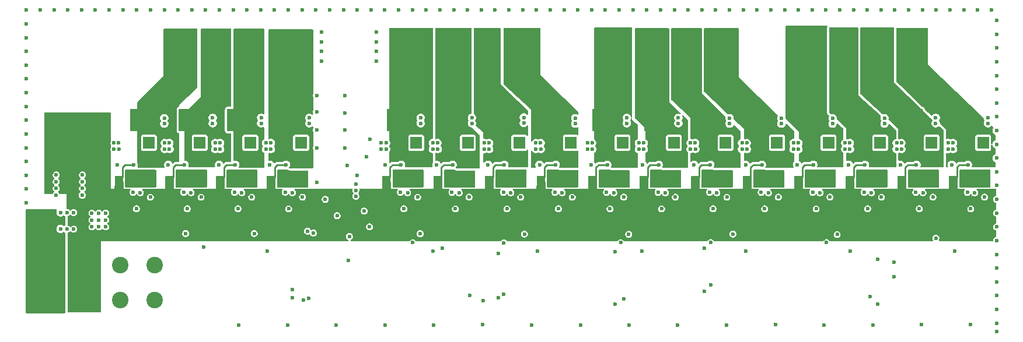
<source format=gbr>
%TF.GenerationSoftware,KiCad,Pcbnew,8.99.0-3338-g9b4c1024c9*%
%TF.CreationDate,2024-12-09T11:14:18+02:00*%
%TF.ProjectId,control_unit_v2_upper,636f6e74-726f-46c5-9f75-6e69745f7632,rev?*%
%TF.SameCoordinates,Original*%
%TF.FileFunction,Copper,L3,Inr*%
%TF.FilePolarity,Positive*%
%FSLAX46Y46*%
G04 Gerber Fmt 4.6, Leading zero omitted, Abs format (unit mm)*
G04 Created by KiCad (PCBNEW 8.99.0-3338-g9b4c1024c9) date 2024-12-09 11:14:18*
%MOMM*%
%LPD*%
G01*
G04 APERTURE LIST*
%TA.AperFunction,ComponentPad*%
%ADD10R,1.700000X1.700000*%
%TD*%
%TA.AperFunction,ComponentPad*%
%ADD11O,1.700000X1.700000*%
%TD*%
%TA.AperFunction,ComponentPad*%
%ADD12C,2.400000*%
%TD*%
%TA.AperFunction,ViaPad*%
%ADD13C,0.600000*%
%TD*%
%TA.AperFunction,Conductor*%
%ADD14C,1.200000*%
%TD*%
%TA.AperFunction,Conductor*%
%ADD15C,0.254000*%
%TD*%
G04 APERTURE END LIST*
D10*
%TO.N,/out5/P_DRAIN*%
%TO.C,J11*%
X117168333Y-79295000D03*
D11*
%TO.N,/OUT5*%
X117168333Y-81835000D03*
%TO.N,/out5/N_DRAIN*%
X117168333Y-84375000D03*
%TD*%
D10*
%TO.N,/out13/P_DRAIN*%
%TO.C,J19*%
X176986515Y-79295000D03*
D11*
%TO.N,/OUT13*%
X176986515Y-81835000D03*
%TO.N,/out13/N_DRAIN*%
X176986515Y-84375000D03*
%TD*%
D10*
%TO.N,/out9/P_DRAIN*%
%TO.C,J15*%
X147077424Y-79295000D03*
D11*
%TO.N,/OUT9*%
X147077424Y-81835000D03*
%TO.N,/out9/N_DRAIN*%
X147077424Y-84375000D03*
%TD*%
D10*
%TO.N,/out4/P_DRAIN*%
%TO.C,J10*%
X100460000Y-79295000D03*
D11*
%TO.N,/OUT4*%
X100460000Y-81835000D03*
%TO.N,/out4/N_DRAIN*%
X100460000Y-84375000D03*
%TD*%
D10*
%TO.N,/out7/P_DRAIN*%
%TO.C,J13*%
X132122878Y-79295000D03*
D11*
%TO.N,/OUT7*%
X132122878Y-81835000D03*
%TO.N,/out7/N_DRAIN*%
X132122878Y-84375000D03*
%TD*%
D10*
%TO.N,/out6/P_DRAIN*%
%TO.C,J12*%
X124645606Y-79295000D03*
D11*
%TO.N,/OUT6*%
X124645606Y-81835000D03*
%TO.N,/out6/N_DRAIN*%
X124645606Y-84375000D03*
%TD*%
D12*
%TO.N,/OUT1*%
%TO.C,J3*%
X83610000Y-64620000D03*
X83610000Y-69620000D03*
%TO.N,/OUT2*%
X88610000Y-64620000D03*
X88610000Y-69620000D03*
%TO.N,/OUT3*%
X93610000Y-64620000D03*
X93610000Y-69620000D03*
%TO.N,/OUT4*%
X98610000Y-64620000D03*
X98610000Y-69620000D03*
%TD*%
D10*
%TO.N,/out11/P_DRAIN*%
%TO.C,J17*%
X162031969Y-79295000D03*
D11*
%TO.N,/OUT11*%
X162031969Y-81835000D03*
%TO.N,/out11/N_DRAIN*%
X162031969Y-84375000D03*
%TD*%
D10*
%TO.N,/out3/P_DRAIN*%
%TO.C,J9*%
X93101667Y-79295000D03*
D11*
%TO.N,/OUT3*%
X93101667Y-81835000D03*
%TO.N,/out3/N_DRAIN*%
X93101667Y-84375000D03*
%TD*%
D10*
%TO.N,/out2/P_DRAIN*%
%TO.C,J8*%
X85743333Y-79295000D03*
D11*
%TO.N,/OUT2*%
X85743333Y-81835000D03*
%TO.N,/out2/N_DRAIN*%
X85743333Y-84375000D03*
%TD*%
D12*
%TO.N,/VIN_UNPROTECTED*%
%TO.C,J2*%
X64210000Y-97120000D03*
X64210000Y-102120000D03*
%TO.N,/OUT_GND*%
X69210000Y-97120000D03*
X69210000Y-102120000D03*
%TO.N,unconnected-(J2-Pin_3-Pad3)*%
X74210000Y-97120000D03*
%TO.N,unconnected-(J2-Pin_3-Pad3)_1*%
X74210000Y-102120000D03*
%TO.N,unconnected-(J2-Pin_4-Pad4)*%
X79210000Y-97120000D03*
%TO.N,unconnected-(J2-Pin_4-Pad4)_1*%
X79210000Y-102120000D03*
%TD*%
%TO.N,/OUT9*%
%TO.C,J5*%
X145660000Y-64620000D03*
X145660000Y-69620000D03*
%TO.N,/OUT10*%
X150660000Y-64620000D03*
X150660000Y-69620000D03*
%TO.N,/OUT11*%
X155660000Y-64620000D03*
X155660000Y-69620000D03*
%TO.N,/OUT12*%
X160660000Y-64620000D03*
X160660000Y-69620000D03*
%TD*%
D10*
%TO.N,/out12/P_DRAIN*%
%TO.C,J18*%
X169509242Y-79295000D03*
D11*
%TO.N,/OUT12*%
X169509242Y-81835000D03*
%TO.N,/out12/N_DRAIN*%
X169509242Y-84375000D03*
%TD*%
D10*
%TO.N,/out15/P_DRAIN*%
%TO.C,J21*%
X191941060Y-79295000D03*
D11*
%TO.N,/OUT15*%
X191941060Y-81835000D03*
%TO.N,/out15/N_DRAIN*%
X191941060Y-84375000D03*
%TD*%
D10*
%TO.N,/out8/P_DRAIN*%
%TO.C,J14*%
X139600151Y-79295000D03*
D11*
%TO.N,/OUT8*%
X139600151Y-81835000D03*
%TO.N,/out8/N_DRAIN*%
X139600151Y-84375000D03*
%TD*%
D10*
%TO.N,/out14/P_DRAIN*%
%TO.C,J20*%
X184463788Y-79295000D03*
D11*
%TO.N,/OUT14*%
X184463788Y-81835000D03*
%TO.N,/out14/N_DRAIN*%
X184463788Y-84375000D03*
%TD*%
D10*
%TO.N,/out10/P_DRAIN*%
%TO.C,J16*%
X154554697Y-79295000D03*
D11*
%TO.N,/OUT10*%
X154554697Y-81835000D03*
%TO.N,/out10/N_DRAIN*%
X154554697Y-84375000D03*
%TD*%
D12*
%TO.N,/OUT5*%
%TO.C,J4*%
X117210000Y-64570000D03*
X117210000Y-69570000D03*
%TO.N,/OUT6*%
X122210000Y-64570000D03*
X122210000Y-69570000D03*
%TO.N,/OUT7*%
X127210000Y-64570000D03*
X127210000Y-69570000D03*
%TO.N,/OUT8*%
X132210000Y-64570000D03*
X132210000Y-69570000D03*
%TD*%
D10*
%TO.N,/out16/P_DRAIN*%
%TO.C,J22*%
X199418333Y-79295000D03*
D11*
%TO.N,/OUT16*%
X199418333Y-81835000D03*
%TO.N,/out16/N_DRAIN*%
X199418333Y-84375000D03*
%TD*%
D12*
%TO.N,/OUT13*%
%TO.C,J6*%
X174110000Y-64620000D03*
X174110000Y-69620000D03*
%TO.N,/OUT14*%
X179110000Y-64620000D03*
X179110000Y-69620000D03*
%TO.N,/OUT15*%
X184110000Y-64620000D03*
X184110000Y-69620000D03*
%TO.N,/OUT16*%
X189110000Y-64620000D03*
X189110000Y-69620000D03*
%TD*%
D10*
%TO.N,/out1/P_DRAIN*%
%TO.C,J7*%
X78385000Y-79295000D03*
D11*
%TO.N,/OUT1*%
X78385000Y-81835000D03*
%TO.N,/out1/N_DRAIN*%
X78385000Y-84375000D03*
%TD*%
D13*
%TO.N,GND*%
X105685000Y-89895000D03*
X132610000Y-60020000D03*
X201360000Y-97520000D03*
X184610000Y-60020000D03*
X178235000Y-92620000D03*
X90610000Y-60020000D03*
X201360000Y-81520000D03*
X162610000Y-60020000D03*
X119710000Y-105795000D03*
X165010000Y-95070000D03*
X76610000Y-60020000D03*
X91410000Y-105770000D03*
X201360000Y-85520000D03*
X159731969Y-86495000D03*
X176335000Y-105770000D03*
X201360000Y-69520000D03*
X95560000Y-95032500D03*
X174610000Y-60020000D03*
X103410000Y-66020000D03*
X102760000Y-74820000D03*
X152254697Y-86495000D03*
X144777424Y-86495000D03*
X124610000Y-60020000D03*
X133935000Y-105770000D03*
X110610000Y-60020000D03*
X120610000Y-60020000D03*
X108410000Y-86207500D03*
X102760000Y-85020000D03*
X111410000Y-67420000D03*
X111410000Y-66020000D03*
X60610000Y-66020000D03*
X60610000Y-82020000D03*
X148060000Y-105795000D03*
X60610000Y-60020000D03*
X70610000Y-60020000D03*
X201360000Y-87520000D03*
X96610000Y-60020000D03*
X60610000Y-64020000D03*
X201360000Y-73520000D03*
X168610000Y-60020000D03*
X167209242Y-86495000D03*
X124845606Y-87195000D03*
X164610000Y-60020000D03*
X180135000Y-95070000D03*
X189641060Y-86495000D03*
X102760000Y-80020000D03*
X106810000Y-80020000D03*
X122610000Y-60020000D03*
X102760000Y-77420000D03*
X152610000Y-60020000D03*
X190610000Y-60020000D03*
X166610000Y-60020000D03*
X122345606Y-86495000D03*
X106810000Y-72420000D03*
X176610000Y-60020000D03*
X60610000Y-70020000D03*
X160610000Y-60020000D03*
X98160000Y-86490000D03*
X201360000Y-79520000D03*
X60610000Y-62020000D03*
X154754697Y-87195000D03*
X60610000Y-68020000D03*
X178610000Y-60020000D03*
X88610000Y-60020000D03*
X182163788Y-86495000D03*
X111410000Y-63220000D03*
X109610000Y-89220000D03*
X104610000Y-60020000D03*
X174686515Y-86495000D03*
X201360000Y-105520000D03*
X201360000Y-91520000D03*
X188610000Y-60020000D03*
X201360000Y-71520000D03*
X158610000Y-60020000D03*
X146610000Y-60020000D03*
X86335000Y-94445000D03*
X190485000Y-105745000D03*
X194610000Y-60020000D03*
X68610000Y-60020000D03*
X106810000Y-77420000D03*
X136610000Y-60020000D03*
X162210000Y-105770000D03*
X74610000Y-60020000D03*
X137300151Y-86495000D03*
X86610000Y-60020000D03*
X140610000Y-60020000D03*
X117735000Y-92520000D03*
X108610000Y-84020000D03*
X200610000Y-60020000D03*
X130610000Y-60020000D03*
X102610000Y-60020000D03*
X60610000Y-76020000D03*
X92610000Y-60020000D03*
X192610000Y-60020000D03*
X82610000Y-60020000D03*
X139800151Y-87195000D03*
X98610000Y-60020000D03*
X108410000Y-85345000D03*
X180610000Y-60020000D03*
X60610000Y-86020000D03*
X170610000Y-60020000D03*
X138610000Y-60020000D03*
X103410000Y-64620000D03*
X163110000Y-92570000D03*
X201360000Y-67520000D03*
X197118333Y-86495000D03*
X85943333Y-87195000D03*
X107472500Y-92920000D03*
X155110000Y-105770000D03*
X169709242Y-87195000D03*
X83443333Y-86495000D03*
X100610000Y-60020000D03*
X132322878Y-87195000D03*
X134610000Y-60020000D03*
X201360000Y-63520000D03*
X156610000Y-60020000D03*
X201360000Y-77520000D03*
X134760000Y-95045000D03*
X110385000Y-91520000D03*
X132860000Y-92570000D03*
X78585000Y-87195000D03*
X142610000Y-60020000D03*
X184663788Y-87195000D03*
X103410000Y-67420000D03*
X100660000Y-87190000D03*
X169260000Y-105745000D03*
X144610000Y-60020000D03*
X201360000Y-89520000D03*
X72610000Y-60020000D03*
X198610000Y-60020000D03*
X112685000Y-105795000D03*
X201360000Y-103520000D03*
X103410000Y-63220000D03*
X201360000Y-106770000D03*
X90801667Y-86495000D03*
X183410000Y-105770000D03*
X182610000Y-60020000D03*
X140985000Y-105770000D03*
X195260000Y-95045000D03*
X60610000Y-78020000D03*
X107335000Y-96370000D03*
X150610000Y-60020000D03*
X106610000Y-60020000D03*
X94610000Y-60020000D03*
X117368333Y-87195000D03*
X76085000Y-86495000D03*
X147985000Y-92595000D03*
X149885000Y-95070000D03*
X106810000Y-75020000D03*
X62610000Y-60020000D03*
X154610000Y-60020000D03*
X177186515Y-87195000D03*
X84610000Y-60020000D03*
X197560000Y-105745000D03*
X60610000Y-72020000D03*
X201360000Y-101520000D03*
X114868333Y-86495000D03*
X83710000Y-92495000D03*
X201360000Y-61520000D03*
X60610000Y-80020000D03*
X64610000Y-60020000D03*
X201360000Y-83520000D03*
X60610000Y-74020000D03*
X201360000Y-75520000D03*
X111410000Y-64620000D03*
X126610000Y-60020000D03*
X147277424Y-87195000D03*
X128610000Y-60020000D03*
X196610000Y-60020000D03*
X93660000Y-92495000D03*
X201360000Y-99520000D03*
X98510000Y-105770000D03*
X186610000Y-60020000D03*
X172610000Y-60020000D03*
X199618333Y-87195000D03*
X66610000Y-60020000D03*
X108410000Y-87070000D03*
X116610000Y-60020000D03*
X118610000Y-60020000D03*
X102760000Y-72420000D03*
X192560000Y-93157500D03*
X201360000Y-65520000D03*
X93301667Y-87195000D03*
X78610000Y-60020000D03*
X114610000Y-60020000D03*
X201360000Y-95520000D03*
X201360000Y-93520000D03*
X60610000Y-88020000D03*
X103960000Y-87520000D03*
X108610000Y-60020000D03*
X148610000Y-60020000D03*
X129822878Y-86495000D03*
X192141060Y-87195000D03*
X162231969Y-87195000D03*
X80610000Y-60020000D03*
X112610000Y-60020000D03*
X126810000Y-105745000D03*
X119635000Y-95070000D03*
X60610000Y-84020000D03*
X105585000Y-105795000D03*
%TO.N,+VIN*%
X190141060Y-88895000D03*
X160231969Y-88895000D03*
X195033333Y-79340000D03*
X137800151Y-88895000D03*
X179388788Y-80220000D03*
X182663788Y-88895000D03*
X119570606Y-80220000D03*
X64935000Y-83970000D03*
X96075000Y-79340000D03*
X119570606Y-79340000D03*
X171911515Y-79340000D03*
X112793333Y-80220000D03*
X73310000Y-79340000D03*
X81358333Y-79340000D03*
X180078788Y-79340000D03*
X91301667Y-88895000D03*
X145277424Y-88895000D03*
X83943333Y-88895000D03*
X81368333Y-80220000D03*
X135225151Y-80220000D03*
X165134242Y-80220000D03*
X127737878Y-79340000D03*
X64910000Y-86920000D03*
X179388788Y-79340000D03*
X88026667Y-79340000D03*
X150169697Y-79340000D03*
X68710000Y-86920000D03*
X112093333Y-80220000D03*
X68735000Y-83970000D03*
X149479697Y-79340000D03*
X156956969Y-79340000D03*
X112783333Y-79340000D03*
X127747878Y-80220000D03*
X98660000Y-88890000D03*
X186866060Y-79340000D03*
X187556060Y-79340000D03*
X172601515Y-79340000D03*
X120270606Y-80220000D03*
X130322878Y-88895000D03*
X186866060Y-80220000D03*
X70110000Y-89520000D03*
X65560000Y-89420000D03*
X64935000Y-85936667D03*
X80668333Y-80220000D03*
X156956969Y-80220000D03*
X152754697Y-88895000D03*
X72110000Y-91520000D03*
X142002424Y-80220000D03*
X96085000Y-80220000D03*
X88026667Y-80220000D03*
X157646969Y-79340000D03*
X164434242Y-79340000D03*
X95385000Y-80220000D03*
X74000000Y-79340000D03*
X72110000Y-89520000D03*
X64935000Y-84953333D03*
X67460000Y-91845000D03*
X142702424Y-80220000D03*
X167709242Y-88895000D03*
X171911515Y-80220000D03*
X71110000Y-89520000D03*
X68735000Y-85936667D03*
X194343333Y-80220000D03*
X74010000Y-80220000D03*
X120260606Y-79340000D03*
X73310000Y-80220000D03*
X68735000Y-84953333D03*
X65560000Y-91820000D03*
X195043333Y-80220000D03*
X180088788Y-80220000D03*
X127047878Y-79340000D03*
X70110000Y-90520000D03*
X150179697Y-80220000D03*
X88716667Y-79340000D03*
X66510000Y-89445000D03*
X172611515Y-80220000D03*
X134525151Y-79340000D03*
X66510000Y-91845000D03*
X70110000Y-91520000D03*
X175186515Y-88895000D03*
X134525151Y-80220000D03*
X187566060Y-80220000D03*
X135215151Y-79340000D03*
X149479697Y-80220000D03*
X72110000Y-90520000D03*
X67460000Y-89445000D03*
X157656969Y-80220000D03*
X115368333Y-88895000D03*
X80668333Y-79340000D03*
X164434242Y-80220000D03*
X95385000Y-79340000D03*
X112093333Y-79340000D03*
X71110000Y-90520000D03*
X197618333Y-88895000D03*
X76585000Y-88895000D03*
X88726667Y-80220000D03*
X194343333Y-79340000D03*
X142002424Y-79340000D03*
X142692424Y-79340000D03*
X71110000Y-91520000D03*
X127047878Y-80220000D03*
X122845606Y-88895000D03*
X165124242Y-79340000D03*
%TO.N,Net-(D6-K)*%
X81193333Y-82495000D03*
X84493333Y-86570000D03*
%TO.N,/OUT1*%
X77435000Y-77220000D03*
X76610000Y-77220000D03*
X77435000Y-74870000D03*
X76610000Y-74870000D03*
X78260000Y-77220000D03*
X78260000Y-74870000D03*
%TO.N,/OUT2*%
X85310000Y-74870000D03*
X85310000Y-77220000D03*
X84485000Y-74870000D03*
X83660000Y-74870000D03*
X84485000Y-77220000D03*
X83660000Y-77220000D03*
%TO.N,/OUT3*%
X92310000Y-74870000D03*
X92310000Y-77220000D03*
X91485000Y-77220000D03*
X90660000Y-74870000D03*
X91485000Y-74870000D03*
X90660000Y-77220000D03*
%TO.N,/OUT4*%
X98510000Y-77220000D03*
X99335000Y-77220000D03*
X97685000Y-77220000D03*
X99335000Y-74870000D03*
X98510000Y-74870000D03*
X97685000Y-74870000D03*
%TO.N,Net-(D3-K)*%
X77135000Y-86570000D03*
X73835000Y-82495000D03*
%TO.N,/OUT5*%
X114660000Y-74870000D03*
X113835000Y-77220000D03*
X115485000Y-77220000D03*
X114660000Y-77220000D03*
X113835000Y-74870000D03*
X115485000Y-74870000D03*
%TO.N,Net-(D9-K)*%
X91851667Y-86570000D03*
X88551667Y-82495000D03*
%TO.N,/OUT6*%
X121285000Y-74870000D03*
X122110000Y-74870000D03*
X122935000Y-77220000D03*
X122110000Y-77220000D03*
X122935000Y-74870000D03*
X121285000Y-77220000D03*
%TO.N,Net-(D12-K)*%
X95910000Y-82490000D03*
X99210000Y-86565000D03*
%TO.N,/OUT7*%
X128785000Y-77245000D03*
X130435000Y-77245000D03*
X129610000Y-77245000D03*
X129610000Y-74895000D03*
X128785000Y-74895000D03*
X130435000Y-74895000D03*
%TO.N,Net-(D15-K)*%
X115918333Y-86570000D03*
X112618333Y-82495000D03*
%TO.N,/OUT8*%
X136235000Y-74870000D03*
X137060000Y-74870000D03*
X137060000Y-77220000D03*
X137885000Y-74870000D03*
X137885000Y-77220000D03*
X136235000Y-77220000D03*
%TO.N,Net-(D18-K)*%
X123395606Y-86570000D03*
X120095606Y-82495000D03*
%TO.N,/OUT9*%
X145335000Y-77220000D03*
X145335000Y-74870000D03*
X143685000Y-77220000D03*
X143685000Y-74870000D03*
X144510000Y-74870000D03*
X144510000Y-77220000D03*
%TO.N,Net-(D21-K)*%
X130872878Y-86570000D03*
X127572878Y-82495000D03*
%TO.N,/OUT10*%
X151210000Y-77220000D03*
X152860000Y-74870000D03*
X152035000Y-74870000D03*
X151210000Y-74870000D03*
X152860000Y-77220000D03*
X152035000Y-77220000D03*
%TO.N,Net-(D24-K)*%
X135050151Y-82495000D03*
X138350151Y-86570000D03*
%TO.N,/OUT11*%
X158685000Y-74870000D03*
X159510000Y-77220000D03*
X159510000Y-74870000D03*
X160335000Y-77220000D03*
X158685000Y-77220000D03*
X160335000Y-74870000D03*
%TO.N,Net-(D27-K)*%
X145827424Y-86570000D03*
X142527424Y-82495000D03*
%TO.N,Net-(D30-K)*%
X150004697Y-82495000D03*
X153304697Y-86570000D03*
%TO.N,Net-(D33-K)*%
X160781969Y-86570000D03*
X157481969Y-82495000D03*
%TO.N,Net-(D36-K)*%
X164959242Y-82495000D03*
X168259242Y-86570000D03*
%TO.N,Net-(D39-K)*%
X172436515Y-82495000D03*
X175736515Y-86570000D03*
%TO.N,Net-(D42-K)*%
X183213788Y-86570000D03*
X179913788Y-82495000D03*
%TO.N,Net-(D45-K)*%
X187391060Y-82495000D03*
X190691060Y-86570000D03*
%TO.N,Net-(D48-K)*%
X198168333Y-86570000D03*
X194868333Y-82495000D03*
%TO.N,/OUT12*%
X166185000Y-77220000D03*
X166185000Y-74870000D03*
X167835000Y-77220000D03*
X167010000Y-74870000D03*
X167835000Y-74870000D03*
X167010000Y-77220000D03*
%TO.N,/OUT13*%
X175260000Y-77220000D03*
X173610000Y-74870000D03*
X174435000Y-74870000D03*
X174435000Y-77220000D03*
X173610000Y-77220000D03*
X175260000Y-74870000D03*
%TO.N,/OUT14*%
X181910000Y-77220000D03*
X181910000Y-74870000D03*
X181085000Y-77220000D03*
X181085000Y-74870000D03*
X182735000Y-77220000D03*
X182735000Y-74870000D03*
%TO.N,/OUT15*%
X188635000Y-77220000D03*
X190285000Y-77220000D03*
X190285000Y-74870000D03*
X189460000Y-77220000D03*
X189460000Y-74870000D03*
X188635000Y-74870000D03*
%TO.N,/OUT16*%
X196060000Y-74870000D03*
X196885000Y-77220000D03*
X197710000Y-77220000D03*
X197710000Y-74870000D03*
X196885000Y-74870000D03*
X196060000Y-77220000D03*
%TO.N,/VIN_UNPROTECTED*%
X63160000Y-91820000D03*
X63160000Y-90570000D03*
X63210000Y-89320000D03*
X64110000Y-91870000D03*
X64160000Y-89320000D03*
%TO.N,/SDA*%
X109947500Y-81332500D03*
%TO.N,+3V3*%
X107185000Y-82560000D03*
%TO.N,/SCL*%
X110485000Y-78820000D03*
%TO.N,/CTRL8*%
X129885000Y-101320000D03*
X129885000Y-93820000D03*
%TO.N,/CTRL9*%
X146035000Y-102770000D03*
X146035000Y-95120000D03*
%TO.N,/CTRL7*%
X129085000Y-95395000D03*
X129085000Y-101820000D03*
%TO.N,/CTRL10*%
X146835000Y-93807500D03*
X147260000Y-102020000D03*
%TO.N,/CTRL14*%
X176685000Y-93807500D03*
X183010000Y-101620000D03*
%TO.N,/CTRL5*%
X120935000Y-94645000D03*
X126885000Y-102245000D03*
%TO.N,/CTRL11*%
X158997500Y-94582500D03*
X158997500Y-100857500D03*
%TO.N,/CTRL16*%
X186485000Y-98745000D03*
X186485000Y-96645000D03*
%TO.N,/CTRL6*%
X124910000Y-101495000D03*
X116660000Y-93807500D03*
%TO.N,/CTRL13*%
X184085000Y-102745000D03*
X184085000Y-96245000D03*
%TO.N,/CTRL1*%
X99185000Y-101795000D03*
X99185000Y-100620000D03*
%TO.N,/CTRL3*%
X100785000Y-102145000D03*
X101385000Y-92145000D03*
%TO.N,/CTRL4*%
X101585000Y-101945000D03*
X102235000Y-92420000D03*
%TO.N,/CTRL12*%
X159885000Y-99945000D03*
X159885000Y-93807500D03*
%TO.N,/OUT_GND*%
X155196364Y-76469999D03*
X185105455Y-76520000D03*
X98260000Y-82490000D03*
X134925151Y-84520000D03*
X101660000Y-76470000D03*
X132764545Y-75620000D03*
X114968333Y-82495000D03*
X164859242Y-85457500D03*
X149879697Y-86395000D03*
X71610000Y-80020000D03*
X83543333Y-82495000D03*
X197218333Y-82495000D03*
X66610000Y-81020000D03*
X149879697Y-84520000D03*
X69610000Y-81020000D03*
X147719091Y-75670000D03*
X68610000Y-81020000D03*
X67610000Y-81020000D03*
X94668333Y-75670000D03*
X155196364Y-75669999D03*
X177578182Y-75719999D03*
X192532727Y-75670000D03*
X127447878Y-84520000D03*
X125237273Y-76470000D03*
X95810000Y-85452500D03*
X149904697Y-85457500D03*
X68710000Y-77986667D03*
X172311515Y-84520000D03*
X87635000Y-75670000D03*
X81093333Y-85457500D03*
X95785000Y-86390000D03*
X64910000Y-77003333D03*
X101660000Y-75670000D03*
X119970606Y-84520000D03*
X112493333Y-84520000D03*
X76185000Y-82495000D03*
X170150909Y-75720000D03*
X187291060Y-85457500D03*
X200110000Y-76469999D03*
X88426667Y-86395000D03*
X112493333Y-86395000D03*
X177578182Y-76519999D03*
X157381969Y-85457500D03*
X174786515Y-82495000D03*
X112518333Y-85457500D03*
X80610000Y-76520000D03*
X162623636Y-75719999D03*
X71610000Y-78020000D03*
X64910000Y-76020000D03*
X189741060Y-82495000D03*
X87635000Y-76470000D03*
X134925151Y-86395000D03*
X73735000Y-85457500D03*
X172311515Y-86395000D03*
X182263788Y-82495000D03*
X127447878Y-86395000D03*
X122445606Y-82495000D03*
X64910000Y-77986667D03*
X179788788Y-84520000D03*
X185105455Y-75720000D03*
X64885000Y-78970000D03*
X140241818Y-75719999D03*
X71610000Y-77020000D03*
X144877424Y-82495000D03*
X137400151Y-82495000D03*
X73710000Y-84520000D03*
X119995606Y-85457500D03*
X94668333Y-76470000D03*
X71610000Y-81020000D03*
X81068333Y-86395000D03*
X157356969Y-86395000D03*
X167309242Y-82495000D03*
X194743333Y-86395000D03*
X71610000Y-76020000D03*
X70610000Y-81020000D03*
X134950151Y-85457500D03*
X170150909Y-76520000D03*
X147719091Y-76470000D03*
X127472878Y-85457500D03*
X200110000Y-75669999D03*
X117810000Y-76469999D03*
X179788788Y-86395000D03*
X194768333Y-85457500D03*
X187266060Y-84520000D03*
X194743333Y-84520000D03*
X187266060Y-86395000D03*
X81068333Y-84520000D03*
X179813788Y-85457500D03*
X152354697Y-82495000D03*
X90901667Y-82495000D03*
X164834242Y-84520000D03*
X129922878Y-82495000D03*
X68685000Y-78970000D03*
X88426667Y-84520000D03*
X142402424Y-84520000D03*
X125237273Y-75670000D03*
X73710000Y-86395000D03*
X157356969Y-84520000D03*
X71610000Y-79020000D03*
X68710000Y-76020000D03*
X142402424Y-86395000D03*
X132764545Y-76420000D03*
X119970606Y-86395000D03*
X80610000Y-75720000D03*
X164834242Y-86395000D03*
X64610000Y-81020000D03*
X142427424Y-85457500D03*
X65610000Y-81020000D03*
X95785000Y-84515000D03*
X68710000Y-77003333D03*
X162623636Y-76519999D03*
X140241818Y-76519999D03*
X88451667Y-85457500D03*
X172336515Y-85457500D03*
X192532727Y-76470000D03*
X117810000Y-75669999D03*
X159831969Y-82495000D03*
%TD*%
D14*
%TO.N,/OUT9*%
X145476424Y-70086424D02*
X145010000Y-69620000D01*
D15*
%TO.N,/OUT_GND*%
X173236515Y-82795000D02*
X173161515Y-82870000D01*
X129922878Y-82495000D02*
X128672878Y-82495000D01*
X113343333Y-82870000D02*
X113343333Y-84295000D01*
X135775151Y-82870000D02*
X135775151Y-84295000D01*
X82293333Y-82495000D02*
X81993333Y-82795000D01*
X96635000Y-82865000D02*
X96635000Y-84290000D01*
X122445606Y-82495000D02*
X121195606Y-82495000D01*
X98260000Y-82490000D02*
X97010000Y-82490000D01*
X182263788Y-82495000D02*
X181013788Y-82495000D01*
X76185000Y-82495000D02*
X74935000Y-82495000D01*
X135850151Y-82795000D02*
X135775151Y-82870000D01*
X81993333Y-82795000D02*
X81918333Y-82870000D01*
X197218333Y-82495000D02*
X195968333Y-82495000D01*
X121195606Y-82495000D02*
X120895606Y-82795000D01*
X174786515Y-82495000D02*
X173536515Y-82495000D01*
X180713788Y-82795000D02*
X180638788Y-82870000D01*
X74635000Y-82795000D02*
X74560000Y-82870000D01*
X83543333Y-82495000D02*
X82293333Y-82495000D01*
X128297878Y-82870000D02*
X128297878Y-84295000D01*
X143252424Y-82870000D02*
X143252424Y-84295000D01*
X74935000Y-82495000D02*
X74635000Y-82795000D01*
X165759242Y-82795000D02*
X165684242Y-82870000D01*
X81918333Y-82870000D02*
X81918333Y-84295000D01*
X90901667Y-82495000D02*
X89651667Y-82495000D01*
X74560000Y-82870000D02*
X74560000Y-84295000D01*
X165684242Y-82870000D02*
X165684242Y-84295000D01*
X128372878Y-82795000D02*
X128297878Y-82870000D01*
X158281969Y-82795000D02*
X158206969Y-82870000D01*
X120895606Y-82795000D02*
X120820606Y-82870000D01*
X89651667Y-82495000D02*
X89351667Y-82795000D01*
X143627424Y-82495000D02*
X143327424Y-82795000D01*
X96710000Y-82790000D02*
X96635000Y-82865000D01*
X150729697Y-82870000D02*
X150729697Y-84295000D01*
X120820606Y-82870000D02*
X120820606Y-84295000D01*
X180638788Y-82870000D02*
X180638788Y-84295000D01*
X195968333Y-82495000D02*
X195668333Y-82795000D01*
X188491060Y-82495000D02*
X188191060Y-82795000D01*
X114968333Y-82495000D02*
X113718333Y-82495000D01*
X113718333Y-82495000D02*
X113418333Y-82795000D01*
X151104697Y-82495000D02*
X150804697Y-82795000D01*
X158581969Y-82495000D02*
X158281969Y-82795000D01*
X188116060Y-82870000D02*
X188116060Y-84295000D01*
X167309242Y-82495000D02*
X166059242Y-82495000D01*
X137400151Y-82495000D02*
X136150151Y-82495000D01*
X89276667Y-82870000D02*
X89276667Y-84295000D01*
X143327424Y-82795000D02*
X143252424Y-82870000D01*
X89351667Y-82795000D02*
X89276667Y-82870000D01*
X150804697Y-82795000D02*
X150729697Y-82870000D01*
X195668333Y-82795000D02*
X195593333Y-82870000D01*
X158206969Y-82870000D02*
X158206969Y-84295000D01*
X144877424Y-82495000D02*
X143627424Y-82495000D01*
X97010000Y-82490000D02*
X96710000Y-82790000D01*
X173536515Y-82495000D02*
X173236515Y-82795000D01*
X181013788Y-82495000D02*
X180713788Y-82795000D01*
X189741060Y-82495000D02*
X188491060Y-82495000D01*
X128672878Y-82495000D02*
X128372878Y-82795000D01*
X195593333Y-82870000D02*
X195593333Y-84295000D01*
X173161515Y-82870000D02*
X173161515Y-84295000D01*
X159831969Y-82495000D02*
X158581969Y-82495000D01*
X136150151Y-82495000D02*
X135850151Y-82795000D01*
X152354697Y-82495000D02*
X151104697Y-82495000D01*
X166059242Y-82495000D02*
X165759242Y-82795000D01*
X188191060Y-82795000D02*
X188116060Y-82870000D01*
X113418333Y-82795000D02*
X113343333Y-82870000D01*
%TD*%
%TA.AperFunction,Conductor*%
%TO.N,/VIN_UNPROTECTED*%
G36*
X64978675Y-88989685D02*
G01*
X65024430Y-89042489D01*
X65034374Y-89111647D01*
X65019023Y-89156000D01*
X65000424Y-89188213D01*
X65000423Y-89188216D01*
X64959500Y-89340943D01*
X64959500Y-89499056D01*
X65000423Y-89651783D01*
X65000426Y-89651790D01*
X65079475Y-89788709D01*
X65079479Y-89788714D01*
X65079480Y-89788716D01*
X65191284Y-89900520D01*
X65191286Y-89900521D01*
X65191290Y-89900524D01*
X65304338Y-89965791D01*
X65328216Y-89979577D01*
X65480943Y-90020500D01*
X65480945Y-90020500D01*
X65639055Y-90020500D01*
X65639057Y-90020500D01*
X65791784Y-89979577D01*
X65928716Y-89900520D01*
X65934817Y-89894418D01*
X65996137Y-89860933D01*
X66065829Y-89865914D01*
X66096012Y-89882238D01*
X66103554Y-89887790D01*
X66141284Y-89925520D01*
X66203971Y-89961712D01*
X66209512Y-89965791D01*
X66226666Y-89988328D01*
X66246215Y-90008829D01*
X66248059Y-90016434D01*
X66251830Y-90021387D01*
X66253084Y-90037144D01*
X66260000Y-90065651D01*
X66260000Y-91224347D01*
X66240315Y-91291386D01*
X66198001Y-91331733D01*
X66141290Y-91364475D01*
X66141281Y-91364482D01*
X66135173Y-91370590D01*
X66073847Y-91404069D01*
X66004156Y-91399079D01*
X65959818Y-91370582D01*
X65928717Y-91339481D01*
X65928709Y-91339475D01*
X65791790Y-91260426D01*
X65791786Y-91260424D01*
X65791784Y-91260423D01*
X65639057Y-91219500D01*
X65480943Y-91219500D01*
X65328216Y-91260423D01*
X65328209Y-91260426D01*
X65191290Y-91339475D01*
X65191282Y-91339481D01*
X65079481Y-91451282D01*
X65079475Y-91451290D01*
X65000426Y-91588209D01*
X65000423Y-91588216D01*
X64959500Y-91740943D01*
X64959500Y-91899056D01*
X65000423Y-92051783D01*
X65000426Y-92051790D01*
X65079475Y-92188709D01*
X65079479Y-92188714D01*
X65079480Y-92188716D01*
X65191284Y-92300520D01*
X65191286Y-92300521D01*
X65191290Y-92300524D01*
X65304338Y-92365791D01*
X65328216Y-92379577D01*
X65480943Y-92420500D01*
X65480945Y-92420500D01*
X65639055Y-92420500D01*
X65639057Y-92420500D01*
X65791784Y-92379577D01*
X65928716Y-92300520D01*
X65934817Y-92294418D01*
X65996137Y-92260933D01*
X66065829Y-92265914D01*
X66096012Y-92282238D01*
X66103554Y-92287790D01*
X66141284Y-92325520D01*
X66203971Y-92361712D01*
X66209512Y-92365791D01*
X66226666Y-92388328D01*
X66246215Y-92408829D01*
X66248059Y-92416434D01*
X66251830Y-92421387D01*
X66253084Y-92437144D01*
X66260000Y-92465651D01*
X66260000Y-103946000D01*
X66240315Y-104013039D01*
X66187511Y-104058794D01*
X66136000Y-104070000D01*
X60634000Y-104070000D01*
X60566961Y-104050315D01*
X60521206Y-103997511D01*
X60510000Y-103946000D01*
X60510000Y-89094000D01*
X60529685Y-89026961D01*
X60582489Y-88981206D01*
X60634000Y-88970000D01*
X64911636Y-88970000D01*
X64978675Y-88989685D01*
G37*
%TD.AperFunction*%
%TD*%
%TA.AperFunction,Conductor*%
%TO.N,/OUT9*%
G36*
X145685000Y-77620000D02*
G01*
X142834000Y-77620000D01*
X142775809Y-77601093D01*
X142739845Y-77551593D01*
X142735000Y-77521000D01*
X142735000Y-74469000D01*
X142753907Y-74410809D01*
X142803407Y-74374845D01*
X142834000Y-74370000D01*
X142959999Y-74370000D01*
X145685000Y-74370000D01*
X145685000Y-77620000D01*
G37*
%TD.AperFunction*%
%TD*%
%TA.AperFunction,Conductor*%
%TO.N,/OUT4*%
G36*
X99685000Y-77620000D02*
G01*
X96735000Y-77620000D01*
X96735000Y-74370000D01*
X99685000Y-74370000D01*
X99685000Y-77620000D01*
G37*
%TD.AperFunction*%
%TD*%
%TA.AperFunction,Conductor*%
%TO.N,/out12/N_DRAIN*%
G36*
X167734988Y-83214570D02*
G01*
X167756225Y-83226143D01*
X167814415Y-83245050D01*
X167814412Y-83245050D01*
X167908816Y-83260002D01*
X170460242Y-83260002D01*
X170518433Y-83278909D01*
X170554397Y-83328409D01*
X170559242Y-83359002D01*
X170559242Y-85692124D01*
X170540335Y-85750315D01*
X170490835Y-85786279D01*
X170460407Y-85791124D01*
X166158407Y-85798294D01*
X166100185Y-85779484D01*
X166064139Y-85730044D01*
X166059242Y-85699294D01*
X166059242Y-83301500D01*
X166078149Y-83243309D01*
X166127649Y-83207345D01*
X166158242Y-83202500D01*
X167687616Y-83202500D01*
X167734988Y-83214570D01*
G37*
%TD.AperFunction*%
%TD*%
%TA.AperFunction,Conductor*%
%TO.N,/OUT_GND*%
G36*
X128372705Y-84118907D02*
G01*
X128408669Y-84168407D01*
X128413512Y-84198362D01*
X128422876Y-85652189D01*
X128422878Y-85652827D01*
X128422878Y-86995000D01*
X127147878Y-86995000D01*
X127152707Y-84198828D01*
X127171715Y-84140671D01*
X127221277Y-84104793D01*
X127251707Y-84100000D01*
X128314514Y-84100000D01*
X128372705Y-84118907D01*
G37*
%TD.AperFunction*%
%TD*%
%TA.AperFunction,Conductor*%
%TO.N,/OUT_GND*%
G36*
X150804524Y-84118907D02*
G01*
X150840488Y-84168407D01*
X150845331Y-84198362D01*
X150854695Y-85652189D01*
X150854697Y-85652827D01*
X150854697Y-86995000D01*
X149579697Y-86995000D01*
X149584526Y-84198828D01*
X149603534Y-84140671D01*
X149653096Y-84104793D01*
X149683526Y-84100000D01*
X150746333Y-84100000D01*
X150804524Y-84118907D01*
G37*
%TD.AperFunction*%
%TD*%
%TA.AperFunction,Conductor*%
%TO.N,/OUT2*%
G36*
X85660000Y-77620000D02*
G01*
X82809000Y-77620000D01*
X82750809Y-77601093D01*
X82714845Y-77551593D01*
X82710000Y-77521000D01*
X82710000Y-74469000D01*
X82728907Y-74410809D01*
X82778407Y-74374845D01*
X82809000Y-74370000D01*
X84160000Y-74370000D01*
X85660000Y-74370000D01*
X85660000Y-77620000D01*
G37*
%TD.AperFunction*%
%TD*%
%TA.AperFunction,Conductor*%
%TO.N,/OUT_GND*%
G36*
X120895433Y-84118907D02*
G01*
X120931397Y-84168407D01*
X120936240Y-84198362D01*
X120945604Y-85652189D01*
X120945606Y-85652827D01*
X120945606Y-86995000D01*
X119670606Y-86995000D01*
X119675435Y-84198828D01*
X119694443Y-84140671D01*
X119744005Y-84104793D01*
X119774435Y-84100000D01*
X120837242Y-84100000D01*
X120895433Y-84118907D01*
G37*
%TD.AperFunction*%
%TD*%
%TA.AperFunction,Conductor*%
%TO.N,/out15/N_DRAIN*%
G36*
X192950251Y-83221407D02*
G01*
X192986215Y-83270907D01*
X192991060Y-83301500D01*
X192991060Y-85694748D01*
X192972153Y-85752939D01*
X192922653Y-85788903D01*
X192892225Y-85793748D01*
X188590225Y-85800918D01*
X188532003Y-85782108D01*
X188495957Y-85732668D01*
X188491060Y-85701918D01*
X188491060Y-83301500D01*
X188509967Y-83243309D01*
X188559467Y-83207345D01*
X188590060Y-83202500D01*
X192892060Y-83202500D01*
X192950251Y-83221407D01*
G37*
%TD.AperFunction*%
%TD*%
%TA.AperFunction,Conductor*%
%TO.N,/OUT15*%
G36*
X190594191Y-74388907D02*
G01*
X190630155Y-74438407D01*
X190635000Y-74469000D01*
X190635000Y-74551034D01*
X190635000Y-77620000D01*
X187685000Y-77620000D01*
X187685000Y-74370000D01*
X190447499Y-74370000D01*
X190536000Y-74370000D01*
X190594191Y-74388907D01*
G37*
%TD.AperFunction*%
%TD*%
%TA.AperFunction,Conductor*%
%TO.N,/out3/N_DRAIN*%
G36*
X91416904Y-83207346D02*
G01*
X91426760Y-83210548D01*
X91426757Y-83210548D01*
X91521161Y-83225500D01*
X94052667Y-83225500D01*
X94110858Y-83244407D01*
X94146822Y-83293907D01*
X94151667Y-83324500D01*
X94151667Y-85694540D01*
X94132760Y-85752731D01*
X94083260Y-85788695D01*
X94052832Y-85793540D01*
X89750832Y-85800710D01*
X89692610Y-85781900D01*
X89656564Y-85732460D01*
X89651667Y-85701710D01*
X89651667Y-83301500D01*
X89670574Y-83243309D01*
X89720074Y-83207345D01*
X89750667Y-83202500D01*
X91386311Y-83202500D01*
X91416904Y-83207346D01*
G37*
%TD.AperFunction*%
%TD*%
%TA.AperFunction,Conductor*%
%TO.N,/OUT_GND*%
G36*
X165759069Y-84118907D02*
G01*
X165795033Y-84168407D01*
X165799876Y-84198362D01*
X165809240Y-85652189D01*
X165809242Y-85652827D01*
X165809242Y-86995000D01*
X164534242Y-86995000D01*
X164539071Y-84198828D01*
X164558079Y-84140671D01*
X164607641Y-84104793D01*
X164638071Y-84100000D01*
X165700878Y-84100000D01*
X165759069Y-84118907D01*
G37*
%TD.AperFunction*%
%TD*%
%TA.AperFunction,Conductor*%
%TO.N,/OUT11*%
G36*
X160685000Y-77620000D02*
G01*
X157735000Y-77620000D01*
X157735000Y-74370000D01*
X160685000Y-74370000D01*
X160685000Y-77620000D01*
G37*
%TD.AperFunction*%
%TD*%
%TA.AperFunction,Conductor*%
%TO.N,/OUT13*%
G36*
X175610000Y-77620000D02*
G01*
X172660000Y-77620000D01*
X172660000Y-74370000D01*
X175610000Y-74370000D01*
X175610000Y-77620000D01*
G37*
%TD.AperFunction*%
%TD*%
%TA.AperFunction,Conductor*%
%TO.N,/OUT_GND*%
G36*
X74634827Y-84118907D02*
G01*
X74670791Y-84168407D01*
X74675634Y-84198362D01*
X74684998Y-85652189D01*
X74685000Y-85652827D01*
X74685000Y-86995000D01*
X73410000Y-86995000D01*
X73414829Y-84198828D01*
X73433837Y-84140671D01*
X73483399Y-84104793D01*
X73513829Y-84100000D01*
X74576636Y-84100000D01*
X74634827Y-84118907D01*
G37*
%TD.AperFunction*%
%TD*%
%TA.AperFunction,Conductor*%
%TO.N,/out6/N_DRAIN*%
G36*
X122737839Y-83221407D02*
G01*
X122751565Y-83233464D01*
X122755779Y-83237918D01*
X122755781Y-83237920D01*
X122854358Y-83291639D01*
X122854360Y-83291640D01*
X122912553Y-83310548D01*
X122912550Y-83310548D01*
X123006954Y-83325500D01*
X125596606Y-83325500D01*
X125654797Y-83344407D01*
X125690761Y-83393907D01*
X125695606Y-83424500D01*
X125695606Y-85696122D01*
X125676699Y-85754313D01*
X125627199Y-85790277D01*
X125596771Y-85795122D01*
X121294771Y-85802292D01*
X121236549Y-85783482D01*
X121200503Y-85734042D01*
X121195606Y-85703292D01*
X121195606Y-83301500D01*
X121214513Y-83243309D01*
X121264013Y-83207345D01*
X121294606Y-83202500D01*
X122679648Y-83202500D01*
X122737839Y-83221407D01*
G37*
%TD.AperFunction*%
%TD*%
%TA.AperFunction,Conductor*%
%TO.N,/OUT_GND*%
G36*
X143327251Y-84118907D02*
G01*
X143363215Y-84168407D01*
X143368058Y-84198362D01*
X143377422Y-85652189D01*
X143377424Y-85652827D01*
X143377424Y-86995000D01*
X142102424Y-86995000D01*
X142107253Y-84198828D01*
X142126261Y-84140671D01*
X142175823Y-84104793D01*
X142206253Y-84100000D01*
X143269060Y-84100000D01*
X143327251Y-84118907D01*
G37*
%TD.AperFunction*%
%TD*%
%TA.AperFunction,Conductor*%
%TO.N,/out2/N_DRAIN*%
G36*
X86752524Y-83221407D02*
G01*
X86788488Y-83270907D01*
X86793333Y-83301500D01*
X86793333Y-85696164D01*
X86774426Y-85754355D01*
X86724926Y-85790319D01*
X86694498Y-85795164D01*
X82392498Y-85802334D01*
X82334276Y-85783524D01*
X82298230Y-85734084D01*
X82293333Y-85703334D01*
X82293333Y-83301500D01*
X82312240Y-83243309D01*
X82361740Y-83207345D01*
X82392333Y-83202500D01*
X86694333Y-83202500D01*
X86752524Y-83221407D01*
G37*
%TD.AperFunction*%
%TD*%
%TA.AperFunction,Conductor*%
%TO.N,/OUT_GND*%
G36*
X158281796Y-84118907D02*
G01*
X158317760Y-84168407D01*
X158322603Y-84198362D01*
X158331967Y-85652189D01*
X158331969Y-85652827D01*
X158331969Y-86995000D01*
X157056969Y-86995000D01*
X157061798Y-84198828D01*
X157080806Y-84140671D01*
X157130368Y-84104793D01*
X157160798Y-84100000D01*
X158223605Y-84100000D01*
X158281796Y-84118907D01*
G37*
%TD.AperFunction*%
%TD*%
%TA.AperFunction,Conductor*%
%TO.N,/OUT10*%
G36*
X153210000Y-77620000D02*
G01*
X150359000Y-77620000D01*
X150300809Y-77601093D01*
X150264845Y-77551593D01*
X150260000Y-77521000D01*
X150260000Y-77004048D01*
X150260000Y-74370000D01*
X153210000Y-74370000D01*
X153210000Y-77620000D01*
G37*
%TD.AperFunction*%
%TD*%
%TA.AperFunction,Conductor*%
%TO.N,/out8/N_DRAIN*%
G36*
X137851014Y-83210568D02*
G01*
X137855097Y-83212325D01*
X137855108Y-83212331D01*
X137893386Y-83224768D01*
X137913298Y-83231238D01*
X137913295Y-83231238D01*
X138007699Y-83246190D01*
X140551151Y-83246190D01*
X140609342Y-83265097D01*
X140645306Y-83314597D01*
X140650151Y-83345190D01*
X140650151Y-85695744D01*
X140631244Y-85753935D01*
X140581744Y-85789899D01*
X140551316Y-85794744D01*
X136249316Y-85801914D01*
X136191094Y-85783104D01*
X136155048Y-85733664D01*
X136150151Y-85702914D01*
X136150151Y-83301500D01*
X136169058Y-83243309D01*
X136218558Y-83207345D01*
X136249151Y-83202500D01*
X137811868Y-83202500D01*
X137851014Y-83210568D01*
G37*
%TD.AperFunction*%
%TD*%
%TA.AperFunction,Conductor*%
%TO.N,/OUT5*%
G36*
X115835000Y-77620000D02*
G01*
X112984000Y-77620000D01*
X112925809Y-77601093D01*
X112889845Y-77551593D01*
X112885000Y-77521000D01*
X112885000Y-74469000D01*
X112903907Y-74410809D01*
X112953407Y-74374845D01*
X112984000Y-74370000D01*
X113209999Y-74370000D01*
X115835000Y-74370000D01*
X115835000Y-77620000D01*
G37*
%TD.AperFunction*%
%TD*%
%TA.AperFunction,Conductor*%
%TO.N,/OUT_GND*%
G36*
X72778039Y-74889685D02*
G01*
X72823794Y-74942489D01*
X72835000Y-74994000D01*
X72835000Y-79162614D01*
X72830775Y-79194706D01*
X72809500Y-79274106D01*
X72809500Y-79405891D01*
X72830775Y-79485291D01*
X72835000Y-79517384D01*
X72835000Y-80042614D01*
X72830775Y-80074706D01*
X72809500Y-80154106D01*
X72809500Y-80285891D01*
X72830775Y-80365291D01*
X72835000Y-80397384D01*
X72835000Y-86770000D01*
X69187964Y-86770000D01*
X69176392Y-86726814D01*
X69110500Y-86612686D01*
X69024980Y-86527166D01*
X68991495Y-86465843D01*
X68996479Y-86396151D01*
X69037180Y-86341105D01*
X69042303Y-86337172D01*
X69042314Y-86337167D01*
X69135500Y-86243981D01*
X69201392Y-86129853D01*
X69235500Y-86002559D01*
X69235500Y-85870775D01*
X69201392Y-85743481D01*
X69135500Y-85629353D01*
X69042314Y-85536167D01*
X69038828Y-85532681D01*
X69005343Y-85471358D01*
X69010327Y-85401666D01*
X69038828Y-85357319D01*
X69042314Y-85353833D01*
X69135500Y-85260647D01*
X69201392Y-85146519D01*
X69235500Y-85019225D01*
X69235500Y-84887441D01*
X69201392Y-84760147D01*
X69135500Y-84646019D01*
X69042314Y-84552833D01*
X69038828Y-84549347D01*
X69005343Y-84488024D01*
X69010327Y-84418332D01*
X69038828Y-84373984D01*
X69042309Y-84370502D01*
X69042314Y-84370500D01*
X69135500Y-84277314D01*
X69201392Y-84163186D01*
X69235500Y-84035892D01*
X69235500Y-83904108D01*
X69201392Y-83776814D01*
X69135500Y-83662686D01*
X69042314Y-83569500D01*
X68985250Y-83536554D01*
X68928187Y-83503608D01*
X68864539Y-83486554D01*
X68800892Y-83469500D01*
X68669108Y-83469500D01*
X68541812Y-83503608D01*
X68427686Y-83569500D01*
X68427683Y-83569502D01*
X68334502Y-83662683D01*
X68334500Y-83662686D01*
X68268608Y-83776812D01*
X68234500Y-83904108D01*
X68234500Y-84035891D01*
X68268608Y-84163187D01*
X68301554Y-84220250D01*
X68334500Y-84277314D01*
X68334502Y-84277316D01*
X68431171Y-84373985D01*
X68464656Y-84435308D01*
X68459672Y-84505000D01*
X68431172Y-84549347D01*
X68334500Y-84646019D01*
X68268608Y-84760145D01*
X68234500Y-84887441D01*
X68234500Y-85019224D01*
X68268608Y-85146520D01*
X68301554Y-85203583D01*
X68334500Y-85260647D01*
X68334502Y-85260649D01*
X68431172Y-85357319D01*
X68464657Y-85418642D01*
X68459673Y-85488334D01*
X68431172Y-85532681D01*
X68334502Y-85629350D01*
X68334500Y-85629353D01*
X68268608Y-85743479D01*
X68234500Y-85870775D01*
X68234500Y-86002558D01*
X68268608Y-86129854D01*
X68301554Y-86186917D01*
X68334500Y-86243981D01*
X68334502Y-86243983D01*
X68420019Y-86329500D01*
X68453504Y-86390823D01*
X68448520Y-86460515D01*
X68407828Y-86515554D01*
X68402686Y-86519499D01*
X68309502Y-86612683D01*
X68309500Y-86612686D01*
X68243608Y-86726812D01*
X68232036Y-86770000D01*
X65472917Y-86770000D01*
X65405878Y-86750315D01*
X65365530Y-86708000D01*
X65329734Y-86646000D01*
X65310500Y-86612686D01*
X65224980Y-86527166D01*
X65191495Y-86465843D01*
X65196479Y-86396151D01*
X65237180Y-86341105D01*
X65242303Y-86337172D01*
X65242314Y-86337167D01*
X65335500Y-86243981D01*
X65401392Y-86129853D01*
X65435500Y-86002559D01*
X65435500Y-85870775D01*
X65401392Y-85743481D01*
X65335500Y-85629353D01*
X65242314Y-85536167D01*
X65238828Y-85532681D01*
X65205343Y-85471358D01*
X65210327Y-85401666D01*
X65238828Y-85357319D01*
X65242314Y-85353833D01*
X65335500Y-85260647D01*
X65401392Y-85146519D01*
X65435500Y-85019225D01*
X65435500Y-84887441D01*
X65401392Y-84760147D01*
X65335500Y-84646019D01*
X65242314Y-84552833D01*
X65238828Y-84549347D01*
X65205343Y-84488024D01*
X65210327Y-84418332D01*
X65238828Y-84373984D01*
X65242309Y-84370502D01*
X65242314Y-84370500D01*
X65335500Y-84277314D01*
X65401392Y-84163186D01*
X65435500Y-84035892D01*
X65435500Y-83904108D01*
X65401392Y-83776814D01*
X65335500Y-83662686D01*
X65242314Y-83569500D01*
X65185250Y-83536554D01*
X65128187Y-83503608D01*
X65064539Y-83486554D01*
X65000892Y-83469500D01*
X64869108Y-83469500D01*
X64741812Y-83503608D01*
X64627686Y-83569500D01*
X64627683Y-83569502D01*
X64534502Y-83662683D01*
X64534500Y-83662686D01*
X64468608Y-83776812D01*
X64434500Y-83904108D01*
X64434500Y-84035891D01*
X64468608Y-84163187D01*
X64501554Y-84220250D01*
X64534500Y-84277314D01*
X64534502Y-84277316D01*
X64631171Y-84373985D01*
X64664656Y-84435308D01*
X64659672Y-84505000D01*
X64631172Y-84549347D01*
X64534500Y-84646019D01*
X64468608Y-84760145D01*
X64434500Y-84887441D01*
X64434500Y-85019224D01*
X64468608Y-85146520D01*
X64501554Y-85203583D01*
X64534500Y-85260647D01*
X64534502Y-85260649D01*
X64631172Y-85357319D01*
X64664657Y-85418642D01*
X64659673Y-85488334D01*
X64631172Y-85532681D01*
X64534502Y-85629350D01*
X64534500Y-85629353D01*
X64468608Y-85743479D01*
X64434500Y-85870775D01*
X64434500Y-86002558D01*
X64468608Y-86129854D01*
X64501554Y-86186917D01*
X64534500Y-86243981D01*
X64534502Y-86243983D01*
X64620019Y-86329500D01*
X64653504Y-86390823D01*
X64648520Y-86460515D01*
X64607828Y-86515554D01*
X64602686Y-86519499D01*
X64509502Y-86612683D01*
X64509498Y-86612689D01*
X64454470Y-86708000D01*
X64403903Y-86756216D01*
X64347083Y-86770000D01*
X63334000Y-86770000D01*
X63266961Y-86750315D01*
X63221206Y-86697511D01*
X63210000Y-86646000D01*
X63210000Y-74994000D01*
X63229685Y-74926961D01*
X63282489Y-74881206D01*
X63334000Y-74870000D01*
X72711000Y-74870000D01*
X72778039Y-74889685D01*
G37*
%TD.AperFunction*%
%TD*%
%TA.AperFunction,Conductor*%
%TO.N,/OUT_GND*%
G36*
X81993160Y-84118907D02*
G01*
X82029124Y-84168407D01*
X82033967Y-84198362D01*
X82043331Y-85652189D01*
X82043333Y-85652827D01*
X82043333Y-86995000D01*
X80768333Y-86995000D01*
X80773162Y-84198828D01*
X80792170Y-84140671D01*
X80841732Y-84104793D01*
X80872162Y-84100000D01*
X81934969Y-84100000D01*
X81993160Y-84118907D01*
G37*
%TD.AperFunction*%
%TD*%
%TA.AperFunction,Conductor*%
%TO.N,/OUT6*%
G36*
X123285000Y-77620000D02*
G01*
X120335000Y-77620000D01*
X120335000Y-74370000D01*
X123285000Y-74370000D01*
X123285000Y-77620000D01*
G37*
%TD.AperFunction*%
%TD*%
%TA.AperFunction,Conductor*%
%TO.N,/OUT_GND*%
G36*
X135849978Y-84118907D02*
G01*
X135885942Y-84168407D01*
X135890785Y-84198362D01*
X135900149Y-85652189D01*
X135900151Y-85652827D01*
X135900151Y-86995000D01*
X134625151Y-86995000D01*
X134629980Y-84198828D01*
X134648988Y-84140671D01*
X134698550Y-84104793D01*
X134728980Y-84100000D01*
X135791787Y-84100000D01*
X135849978Y-84118907D01*
G37*
%TD.AperFunction*%
%TD*%
%TA.AperFunction,Conductor*%
%TO.N,/OUT3*%
G36*
X92660000Y-77620000D02*
G01*
X89809000Y-77620000D01*
X89750809Y-77601093D01*
X89714845Y-77551593D01*
X89710000Y-77521000D01*
X89710000Y-74469000D01*
X89728907Y-74410809D01*
X89778407Y-74374845D01*
X89809000Y-74370000D01*
X90659999Y-74370000D01*
X92660000Y-74370000D01*
X92660000Y-77620000D01*
G37*
%TD.AperFunction*%
%TD*%
%TA.AperFunction,Conductor*%
%TO.N,/OUT12*%
G36*
X168185000Y-77620000D02*
G01*
X165235000Y-77620000D01*
X165235000Y-74370000D01*
X168185000Y-74370000D01*
X168185000Y-77620000D01*
G37*
%TD.AperFunction*%
%TD*%
%TA.AperFunction,Conductor*%
%TO.N,/out14/N_DRAIN*%
G36*
X185472979Y-83221407D02*
G01*
X185508943Y-83270907D01*
X185513788Y-83301500D01*
X185513788Y-85696164D01*
X185494881Y-85754355D01*
X185445381Y-85790319D01*
X185414953Y-85795164D01*
X181112953Y-85802334D01*
X181054731Y-85783524D01*
X181018685Y-85734084D01*
X181013788Y-85703334D01*
X181013788Y-83301500D01*
X181032695Y-83243309D01*
X181082195Y-83207345D01*
X181112788Y-83202500D01*
X185414788Y-83202500D01*
X185472979Y-83221407D01*
G37*
%TD.AperFunction*%
%TD*%
%TA.AperFunction,Conductor*%
%TO.N,/OUT_GND*%
G36*
X89351494Y-84118907D02*
G01*
X89387458Y-84168407D01*
X89392301Y-84198362D01*
X89401665Y-85652189D01*
X89401667Y-85652827D01*
X89401667Y-86995000D01*
X88126667Y-86995000D01*
X88131496Y-84198828D01*
X88150504Y-84140671D01*
X88200066Y-84104793D01*
X88230496Y-84100000D01*
X89293303Y-84100000D01*
X89351494Y-84118907D01*
G37*
%TD.AperFunction*%
%TD*%
%TA.AperFunction,Conductor*%
%TO.N,/OUT16*%
G36*
X198060000Y-77620000D02*
G01*
X195110000Y-77620000D01*
X195110000Y-74370000D01*
X198060000Y-74370000D01*
X198060000Y-77620000D01*
G37*
%TD.AperFunction*%
%TD*%
%TA.AperFunction,Conductor*%
%TO.N,/out9/N_DRAIN*%
G36*
X145305986Y-83214568D02*
G01*
X145325082Y-83224974D01*
X145363360Y-83237411D01*
X145383272Y-83243881D01*
X145383269Y-83243881D01*
X145477673Y-83258833D01*
X148028424Y-83258833D01*
X148086615Y-83277740D01*
X148122579Y-83327240D01*
X148127424Y-83357833D01*
X148127424Y-85694875D01*
X148108517Y-85753066D01*
X148059017Y-85789030D01*
X148028589Y-85793875D01*
X143726589Y-85801045D01*
X143668367Y-85782235D01*
X143632321Y-85732795D01*
X143627424Y-85702045D01*
X143627424Y-83301500D01*
X143646331Y-83243309D01*
X143695831Y-83207345D01*
X143726424Y-83202500D01*
X145258618Y-83202500D01*
X145305986Y-83214568D01*
G37*
%TD.AperFunction*%
%TD*%
%TA.AperFunction,Conductor*%
%TO.N,/out1/N_DRAIN*%
G36*
X76690299Y-83204184D02*
G01*
X76695094Y-83205080D01*
X76707496Y-83208241D01*
X76714595Y-83210548D01*
X76714603Y-83210550D01*
X76772513Y-83219721D01*
X76778398Y-83220653D01*
X76778407Y-83220655D01*
X76778409Y-83220655D01*
X76809000Y-83225500D01*
X76809001Y-83225500D01*
X79336000Y-83225500D01*
X79394191Y-83244407D01*
X79430155Y-83293907D01*
X79435000Y-83324500D01*
X79435000Y-85695618D01*
X79416093Y-85753809D01*
X79366593Y-85789773D01*
X79336165Y-85794618D01*
X75034165Y-85801788D01*
X74975943Y-85782978D01*
X74939897Y-85733538D01*
X74935000Y-85702788D01*
X74935000Y-83301500D01*
X74953907Y-83243309D01*
X75003407Y-83207345D01*
X75034000Y-83202500D01*
X76672118Y-83202500D01*
X76690299Y-83204184D01*
G37*
%TD.AperFunction*%
%TD*%
%TA.AperFunction,Conductor*%
%TO.N,/OUT7*%
G36*
X130785000Y-77645000D02*
G01*
X127835000Y-77645000D01*
X127835000Y-74395000D01*
X130785000Y-74395000D01*
X130785000Y-77645000D01*
G37*
%TD.AperFunction*%
%TD*%
%TA.AperFunction,Conductor*%
%TO.N,/out13/N_DRAIN*%
G36*
X177995706Y-83221407D02*
G01*
X178031670Y-83270907D01*
X178036515Y-83301500D01*
X178036515Y-85697046D01*
X178017608Y-85755237D01*
X177968108Y-85791201D01*
X177937680Y-85796046D01*
X173635680Y-85803216D01*
X173577458Y-85784406D01*
X173541412Y-85734966D01*
X173536515Y-85704216D01*
X173536515Y-83301500D01*
X173555422Y-83243309D01*
X173604922Y-83207345D01*
X173635515Y-83202500D01*
X177937515Y-83202500D01*
X177995706Y-83221407D01*
G37*
%TD.AperFunction*%
%TD*%
%TA.AperFunction,Conductor*%
%TO.N,/out4/N_DRAIN*%
G36*
X98543666Y-83216407D02*
G01*
X98557393Y-83228465D01*
X98566336Y-83237918D01*
X98566338Y-83237920D01*
X98664915Y-83291639D01*
X98664917Y-83291640D01*
X98723110Y-83310548D01*
X98723107Y-83310548D01*
X98817511Y-83325500D01*
X101411000Y-83325500D01*
X101469191Y-83344407D01*
X101505155Y-83393907D01*
X101510000Y-83424500D01*
X101510000Y-85691164D01*
X101491093Y-85749355D01*
X101441593Y-85785319D01*
X101411165Y-85790164D01*
X97109165Y-85797334D01*
X97050943Y-85778524D01*
X97014897Y-85729084D01*
X97010000Y-85698334D01*
X97010000Y-83296500D01*
X97028907Y-83238309D01*
X97078407Y-83202345D01*
X97109000Y-83197500D01*
X98485475Y-83197500D01*
X98543666Y-83216407D01*
G37*
%TD.AperFunction*%
%TD*%
%TA.AperFunction,Conductor*%
%TO.N,/OUT8*%
G36*
X138235000Y-77620000D02*
G01*
X135285000Y-77620000D01*
X135285000Y-74370000D01*
X138235000Y-74370000D01*
X138235000Y-77620000D01*
G37*
%TD.AperFunction*%
%TD*%
%TA.AperFunction,Conductor*%
%TO.N,/OUT_GND*%
G36*
X113418160Y-84118907D02*
G01*
X113454124Y-84168407D01*
X113458967Y-84198362D01*
X113468331Y-85652189D01*
X113468333Y-85652827D01*
X113468333Y-86995000D01*
X112193333Y-86995000D01*
X112198162Y-84198828D01*
X112217170Y-84140671D01*
X112266732Y-84104793D01*
X112297162Y-84100000D01*
X113359969Y-84100000D01*
X113418160Y-84118907D01*
G37*
%TD.AperFunction*%
%TD*%
%TA.AperFunction,Conductor*%
%TO.N,/out7/N_DRAIN*%
G36*
X133132069Y-83221407D02*
G01*
X133168033Y-83270907D01*
X133172878Y-83301500D01*
X133172878Y-85694669D01*
X133153971Y-85752860D01*
X133104471Y-85788824D01*
X133074043Y-85793669D01*
X128772043Y-85800839D01*
X128713821Y-85782029D01*
X128677775Y-85732589D01*
X128672878Y-85701839D01*
X128672878Y-83301500D01*
X128691785Y-83243309D01*
X128741285Y-83207345D01*
X128771878Y-83202500D01*
X133073878Y-83202500D01*
X133132069Y-83221407D01*
G37*
%TD.AperFunction*%
%TD*%
%TA.AperFunction,Conductor*%
%TO.N,/out11/N_DRAIN*%
G36*
X160252882Y-83214570D02*
G01*
X160277791Y-83228144D01*
X160277793Y-83228145D01*
X160335986Y-83247053D01*
X160335983Y-83247053D01*
X160430387Y-83262005D01*
X162982969Y-83262005D01*
X163041160Y-83280912D01*
X163077124Y-83330412D01*
X163081969Y-83361005D01*
X163081969Y-85695156D01*
X163063062Y-85753347D01*
X163013562Y-85789311D01*
X162983134Y-85794156D01*
X158681134Y-85801326D01*
X158622912Y-85782516D01*
X158586866Y-85733076D01*
X158581969Y-85702326D01*
X158581969Y-83301500D01*
X158600876Y-83243309D01*
X158650376Y-83207345D01*
X158680969Y-83202500D01*
X160205510Y-83202500D01*
X160252882Y-83214570D01*
G37*
%TD.AperFunction*%
%TD*%
%TA.AperFunction,Conductor*%
%TO.N,/out16/N_DRAIN*%
G36*
X200427524Y-83221407D02*
G01*
X200463488Y-83270907D01*
X200468333Y-83301500D01*
X200468333Y-85696164D01*
X200449426Y-85754355D01*
X200399926Y-85790319D01*
X200369498Y-85795164D01*
X196067498Y-85802334D01*
X196009276Y-85783524D01*
X195973230Y-85734084D01*
X195968333Y-85703334D01*
X195968333Y-83301500D01*
X195987240Y-83243309D01*
X196036740Y-83207345D01*
X196067333Y-83202500D01*
X200369333Y-83202500D01*
X200427524Y-83221407D01*
G37*
%TD.AperFunction*%
%TD*%
%TA.AperFunction,Conductor*%
%TO.N,/OUT_GND*%
G36*
X96709827Y-84113907D02*
G01*
X96745791Y-84163407D01*
X96750634Y-84193362D01*
X96759998Y-85647189D01*
X96760000Y-85647827D01*
X96760000Y-86990000D01*
X95485000Y-86990000D01*
X95489829Y-84193828D01*
X95508837Y-84135671D01*
X95558399Y-84099793D01*
X95588829Y-84095000D01*
X96651636Y-84095000D01*
X96709827Y-84113907D01*
G37*
%TD.AperFunction*%
%TD*%
%TA.AperFunction,Conductor*%
%TO.N,/OUT_GND*%
G36*
X173236342Y-84118907D02*
G01*
X173272306Y-84168407D01*
X173277149Y-84198362D01*
X173286513Y-85652189D01*
X173286515Y-85652827D01*
X173286515Y-86995000D01*
X172011515Y-86995000D01*
X172016344Y-84198828D01*
X172035352Y-84140671D01*
X172084914Y-84104793D01*
X172115344Y-84100000D01*
X173178151Y-84100000D01*
X173236342Y-84118907D01*
G37*
%TD.AperFunction*%
%TD*%
%TA.AperFunction,Conductor*%
%TO.N,/OUT_GND*%
G36*
X188190887Y-84118907D02*
G01*
X188226851Y-84168407D01*
X188231694Y-84198362D01*
X188241058Y-85652189D01*
X188241060Y-85652827D01*
X188241060Y-86995000D01*
X186966060Y-86995000D01*
X186970889Y-84198828D01*
X186989897Y-84140671D01*
X187039459Y-84104793D01*
X187069889Y-84100000D01*
X188132696Y-84100000D01*
X188190887Y-84118907D01*
G37*
%TD.AperFunction*%
%TD*%
%TA.AperFunction,Conductor*%
%TO.N,/OUT1*%
G36*
X78610000Y-77620000D02*
G01*
X75759000Y-77620000D01*
X75700809Y-77601093D01*
X75664845Y-77551593D01*
X75660000Y-77521000D01*
X75660000Y-74469000D01*
X75678907Y-74410809D01*
X75728407Y-74374845D01*
X75759000Y-74370000D01*
X76709999Y-74370000D01*
X78610000Y-74370000D01*
X78610000Y-77620000D01*
G37*
%TD.AperFunction*%
%TD*%
%TA.AperFunction,Conductor*%
%TO.N,/out5/N_DRAIN*%
G36*
X118177524Y-83221407D02*
G01*
X118213488Y-83270907D01*
X118218333Y-83301500D01*
X118218333Y-85696332D01*
X118199426Y-85754523D01*
X118149926Y-85790487D01*
X118119498Y-85795332D01*
X113817498Y-85802502D01*
X113759276Y-85783692D01*
X113723230Y-85734252D01*
X113718333Y-85703502D01*
X113718333Y-83301500D01*
X113737240Y-83243309D01*
X113786740Y-83207345D01*
X113817333Y-83202500D01*
X118119333Y-83202500D01*
X118177524Y-83221407D01*
G37*
%TD.AperFunction*%
%TD*%
%TA.AperFunction,Conductor*%
%TO.N,/OUT14*%
G36*
X183085000Y-77620000D02*
G01*
X180135000Y-77620000D01*
X180135000Y-74370000D01*
X183085000Y-74370000D01*
X183085000Y-77620000D01*
G37*
%TD.AperFunction*%
%TD*%
%TA.AperFunction,Conductor*%
%TO.N,/OUT_GND*%
G36*
X195668160Y-84118907D02*
G01*
X195704124Y-84168407D01*
X195708967Y-84198362D01*
X195718331Y-85652189D01*
X195718333Y-85652827D01*
X195718333Y-86995000D01*
X194443333Y-86995000D01*
X194448162Y-84198828D01*
X194467170Y-84140671D01*
X194516732Y-84104793D01*
X194547162Y-84100000D01*
X195609969Y-84100000D01*
X195668160Y-84118907D01*
G37*
%TD.AperFunction*%
%TD*%
%TA.AperFunction,Conductor*%
%TO.N,/out10/N_DRAIN*%
G36*
X152775610Y-83214570D02*
G01*
X152800519Y-83228144D01*
X152800521Y-83228145D01*
X152858714Y-83247053D01*
X152858711Y-83247053D01*
X152953115Y-83262005D01*
X155505697Y-83262005D01*
X155563888Y-83280912D01*
X155599852Y-83330412D01*
X155604697Y-83361005D01*
X155604697Y-85696164D01*
X155585790Y-85754355D01*
X155536290Y-85790319D01*
X155505862Y-85795164D01*
X151203862Y-85802334D01*
X151145640Y-85783524D01*
X151109594Y-85734084D01*
X151104697Y-85703334D01*
X151104697Y-83301500D01*
X151123604Y-83243309D01*
X151173104Y-83207345D01*
X151203697Y-83202500D01*
X152728238Y-83202500D01*
X152775610Y-83214570D01*
G37*
%TD.AperFunction*%
%TD*%
%TA.AperFunction,Conductor*%
%TO.N,/OUT_GND*%
G36*
X180713615Y-84118907D02*
G01*
X180749579Y-84168407D01*
X180754422Y-84198362D01*
X180763786Y-85652189D01*
X180763788Y-85652827D01*
X180763788Y-86995000D01*
X179488788Y-86995000D01*
X179493617Y-84198828D01*
X179512625Y-84140671D01*
X179562187Y-84104793D01*
X179592617Y-84100000D01*
X180655424Y-84100000D01*
X180713615Y-84118907D01*
G37*
%TD.AperFunction*%
%TD*%
%TA.AperFunction,Conductor*%
%TO.N,/OUT10*%
G36*
X153813691Y-62675412D02*
G01*
X153849655Y-62724912D01*
X153854500Y-62755505D01*
X153854500Y-73067033D01*
X153855981Y-73097083D01*
X153858003Y-73117529D01*
X153857917Y-73117537D01*
X153858524Y-73127608D01*
X153858524Y-73332352D01*
X153858523Y-73332352D01*
X155529200Y-74945418D01*
X155557929Y-74999439D01*
X155549419Y-75060030D01*
X155506920Y-75104047D01*
X155446666Y-75114677D01*
X155434606Y-75111389D01*
X155434416Y-75112102D01*
X155428149Y-75110422D01*
X155428148Y-75110422D01*
X155275421Y-75069499D01*
X155117307Y-75069499D01*
X154964580Y-75110422D01*
X154827648Y-75189479D01*
X154715844Y-75301283D01*
X154636787Y-75438215D01*
X154595864Y-75590942D01*
X154595864Y-75749056D01*
X154598484Y-75758834D01*
X154636787Y-75901784D01*
X154705327Y-76020500D01*
X154718048Y-76080348D01*
X154705327Y-76119498D01*
X154636787Y-76238213D01*
X154629903Y-76263905D01*
X154595864Y-76390942D01*
X154595864Y-76549056D01*
X154636787Y-76701783D01*
X154715844Y-76838715D01*
X154827648Y-76950519D01*
X154964580Y-77029576D01*
X155117307Y-77070499D01*
X155117309Y-77070499D01*
X155275419Y-77070499D01*
X155275421Y-77070499D01*
X155428148Y-77029576D01*
X155565080Y-76950519D01*
X155676884Y-76838715D01*
X155755941Y-76701783D01*
X155796864Y-76549056D01*
X155796864Y-76390942D01*
X155755941Y-76238215D01*
X155687399Y-76119496D01*
X155674679Y-76059650D01*
X155687400Y-76020500D01*
X155755941Y-75901783D01*
X155796864Y-75749056D01*
X155796864Y-75590942D01*
X155755941Y-75438215D01*
X155750748Y-75429221D01*
X155738026Y-75369376D01*
X155762911Y-75313479D01*
X155815898Y-75282885D01*
X155876748Y-75289279D01*
X155905249Y-75308500D01*
X156574266Y-75954447D01*
X156602994Y-76008466D01*
X156604500Y-76025666D01*
X156604500Y-77314500D01*
X156604500Y-78640500D01*
X156608219Y-78687747D01*
X156608524Y-78695515D01*
X156608524Y-78798201D01*
X156589617Y-78856392D01*
X156579528Y-78868204D01*
X156476451Y-78971281D01*
X156476449Y-78971283D01*
X156476449Y-78971284D01*
X156397392Y-79108216D01*
X156356469Y-79260943D01*
X156356469Y-79419057D01*
X156397392Y-79571784D01*
X156476449Y-79708716D01*
X156476450Y-79708717D01*
X156477735Y-79710002D01*
X156478327Y-79711164D01*
X156480400Y-79713866D01*
X156479899Y-79714250D01*
X156505507Y-79764521D01*
X156495931Y-79824953D01*
X156477735Y-79849998D01*
X156476450Y-79851282D01*
X156476449Y-79851284D01*
X156397392Y-79988216D01*
X156356469Y-80140943D01*
X156356469Y-80299057D01*
X156397392Y-80451784D01*
X156476449Y-80588716D01*
X156579529Y-80691796D01*
X156583154Y-80698911D01*
X156589617Y-80703607D01*
X156596780Y-80725655D01*
X156607305Y-80746311D01*
X156608524Y-80761798D01*
X156608524Y-80886301D01*
X156607305Y-80901789D01*
X156604500Y-80919498D01*
X156604500Y-81978729D01*
X156607838Y-82006929D01*
X156608524Y-82018565D01*
X156608524Y-82857505D01*
X156589617Y-82915696D01*
X156540117Y-82951660D01*
X156509524Y-82956505D01*
X152953118Y-82956505D01*
X152894927Y-82937598D01*
X152858963Y-82888098D01*
X152858963Y-82826912D01*
X152867381Y-82808005D01*
X152914274Y-82726784D01*
X152955197Y-82574057D01*
X152955197Y-82415943D01*
X152914274Y-82263216D01*
X152835217Y-82126284D01*
X152723413Y-82014480D01*
X152586481Y-81935423D01*
X152433754Y-81894500D01*
X152275640Y-81894500D01*
X152122913Y-81935423D01*
X151985981Y-82014480D01*
X151961955Y-82038505D01*
X151907441Y-82066281D01*
X151891954Y-82067500D01*
X151160978Y-82067500D01*
X151048415Y-82067500D01*
X150981870Y-82085330D01*
X150939683Y-82096634D01*
X150842209Y-82152911D01*
X150842204Y-82152915D01*
X150716860Y-82278259D01*
X150662344Y-82306036D01*
X150601912Y-82296464D01*
X150561122Y-82257757D01*
X150485217Y-82126284D01*
X150485214Y-82126281D01*
X150437520Y-82078586D01*
X150409743Y-82024069D01*
X150408524Y-82008583D01*
X150408524Y-80838441D01*
X150427431Y-80780250D01*
X150458021Y-80752706D01*
X150548413Y-80700520D01*
X150660217Y-80588716D01*
X150739274Y-80451784D01*
X150780197Y-80299057D01*
X150780197Y-80140943D01*
X150739274Y-79988216D01*
X150660217Y-79851284D01*
X150660215Y-79851282D01*
X150660214Y-79851280D01*
X150653933Y-79844999D01*
X150626158Y-79790482D01*
X150635732Y-79730050D01*
X150647057Y-79714472D01*
X150646266Y-79713866D01*
X150650211Y-79708723D01*
X150650212Y-79708720D01*
X150650217Y-79708716D01*
X150729274Y-79571784D01*
X150770197Y-79419057D01*
X150770197Y-79260943D01*
X150729274Y-79108216D01*
X150650217Y-78971284D01*
X150538413Y-78859480D01*
X150514696Y-78845787D01*
X150458023Y-78813066D01*
X150417083Y-78767596D01*
X150408524Y-78727330D01*
X150408524Y-78400130D01*
X153404197Y-78400130D01*
X153404197Y-80189860D01*
X153404198Y-80189863D01*
X153407111Y-80214990D01*
X153426472Y-80258838D01*
X153452491Y-80317765D01*
X153531932Y-80397206D01*
X153634706Y-80442585D01*
X153659832Y-80445500D01*
X155449561Y-80445499D01*
X155474688Y-80442585D01*
X155577462Y-80397206D01*
X155656903Y-80317765D01*
X155702282Y-80214991D01*
X155705197Y-80189865D01*
X155705196Y-78400136D01*
X155702282Y-78375009D01*
X155656903Y-78272235D01*
X155577462Y-78192794D01*
X155474688Y-78147415D01*
X155474687Y-78147414D01*
X155474685Y-78147414D01*
X155449565Y-78144500D01*
X153659836Y-78144500D01*
X153659833Y-78144501D01*
X153634706Y-78147414D01*
X153531932Y-78192794D01*
X153452491Y-78272235D01*
X153407111Y-78375011D01*
X153404197Y-78400130D01*
X150408524Y-78400130D01*
X150408524Y-77620001D01*
X150408524Y-77620000D01*
X153210000Y-77620000D01*
X153210000Y-74370000D01*
X150260000Y-74370000D01*
X150260000Y-77004047D01*
X149932545Y-76701782D01*
X148940374Y-75785932D01*
X148910440Y-75732569D01*
X148908524Y-75713186D01*
X148908524Y-62755505D01*
X148927431Y-62697314D01*
X148976931Y-62661350D01*
X149007524Y-62656505D01*
X153755500Y-62656505D01*
X153813691Y-62675412D01*
G37*
%TD.AperFunction*%
%TD*%
%TA.AperFunction,Conductor*%
%TO.N,/OUT14*%
G36*
X181263691Y-62576301D02*
G01*
X181299655Y-62625801D01*
X181304500Y-62656394D01*
X181304500Y-72188102D01*
X181305981Y-72218152D01*
X181307901Y-72237569D01*
X181309473Y-72250602D01*
X181309473Y-72250604D01*
X181309474Y-72250605D01*
X181345473Y-72356948D01*
X181375407Y-72410311D01*
X181434636Y-72485333D01*
X184537041Y-75349088D01*
X184566974Y-75402448D01*
X184559826Y-75463215D01*
X184555633Y-75471318D01*
X184545878Y-75488216D01*
X184504955Y-75640943D01*
X184504955Y-75799057D01*
X184516920Y-75843710D01*
X184545878Y-75951785D01*
X184614418Y-76070501D01*
X184627139Y-76130349D01*
X184614418Y-76169499D01*
X184545878Y-76288214D01*
X184527680Y-76356131D01*
X184504955Y-76440943D01*
X184504955Y-76599057D01*
X184545878Y-76751784D01*
X184624935Y-76888716D01*
X184736739Y-77000520D01*
X184873671Y-77079577D01*
X185026398Y-77120500D01*
X185026400Y-77120500D01*
X185184510Y-77120500D01*
X185184512Y-77120500D01*
X185337239Y-77079577D01*
X185474171Y-77000520D01*
X185585975Y-76888716D01*
X185665032Y-76751784D01*
X185699941Y-76621500D01*
X185733263Y-76570189D01*
X185790384Y-76548262D01*
X185849485Y-76564097D01*
X185864331Y-76575905D01*
X185888308Y-76599055D01*
X186774266Y-77454462D01*
X186802994Y-77508481D01*
X186804500Y-77525681D01*
X186804500Y-78658846D01*
X186785593Y-78717037D01*
X186736093Y-78753001D01*
X186731123Y-78754472D01*
X186634276Y-78780423D01*
X186497344Y-78859480D01*
X186385540Y-78971284D01*
X186306483Y-79108216D01*
X186265560Y-79260943D01*
X186265560Y-79419057D01*
X186306483Y-79571784D01*
X186385540Y-79708716D01*
X186385541Y-79708717D01*
X186386826Y-79710002D01*
X186387418Y-79711164D01*
X186389491Y-79713866D01*
X186388990Y-79714250D01*
X186414598Y-79764521D01*
X186405022Y-79824953D01*
X186386826Y-79849998D01*
X186385541Y-79851282D01*
X186385540Y-79851284D01*
X186306483Y-79988216D01*
X186265560Y-80140943D01*
X186265560Y-80299057D01*
X186306483Y-80451784D01*
X186385540Y-80588716D01*
X186497344Y-80700520D01*
X186634276Y-80779577D01*
X186731125Y-80805527D01*
X186782437Y-80838850D01*
X186804364Y-80895971D01*
X186804500Y-80901153D01*
X186804500Y-81819607D01*
X186817080Y-81906371D01*
X186833051Y-81960290D01*
X186833053Y-81960296D01*
X186833052Y-81960296D01*
X186837159Y-81969893D01*
X186845140Y-82008835D01*
X186845140Y-82213034D01*
X186833367Y-82256974D01*
X186833966Y-82257222D01*
X186832082Y-82261768D01*
X186831879Y-82262529D01*
X186831485Y-82263211D01*
X186831483Y-82263214D01*
X186831483Y-82263216D01*
X186790560Y-82415943D01*
X186790560Y-82574057D01*
X186831483Y-82726784D01*
X186831484Y-82726786D01*
X186833088Y-82732771D01*
X186829886Y-82793872D01*
X186791380Y-82841422D01*
X186737461Y-82857394D01*
X182917387Y-82857394D01*
X182859196Y-82838487D01*
X182823232Y-82788987D01*
X182821760Y-82732771D01*
X182823363Y-82726786D01*
X182823365Y-82726784D01*
X182864288Y-82574057D01*
X182864288Y-82415943D01*
X182823365Y-82263216D01*
X182744308Y-82126284D01*
X182632504Y-82014480D01*
X182495572Y-81935423D01*
X182342845Y-81894500D01*
X182184731Y-81894500D01*
X182032004Y-81935423D01*
X181895072Y-82014480D01*
X181871046Y-82038505D01*
X181816532Y-82066281D01*
X181801045Y-82067500D01*
X181070069Y-82067500D01*
X180957506Y-82067500D01*
X180890961Y-82085330D01*
X180848774Y-82096634D01*
X180751300Y-82152911D01*
X180751295Y-82152915D01*
X180625951Y-82278259D01*
X180571435Y-82306036D01*
X180511003Y-82296464D01*
X180470213Y-82257757D01*
X180394308Y-82126284D01*
X180282504Y-82014480D01*
X180145572Y-81935423D01*
X179992845Y-81894500D01*
X179834731Y-81894500D01*
X179682004Y-81935423D01*
X179682002Y-81935423D01*
X179675736Y-81937103D01*
X179675422Y-81935934D01*
X179621028Y-81940214D01*
X179568859Y-81908244D01*
X179545445Y-81851716D01*
X179545140Y-81843950D01*
X179545140Y-80875754D01*
X179564047Y-80817563D01*
X179597814Y-80788262D01*
X179607705Y-80783024D01*
X179620572Y-80779577D01*
X179690870Y-80738989D01*
X179692461Y-80738148D01*
X179720886Y-80733186D01*
X179749135Y-80727182D01*
X179751285Y-80727880D01*
X179752735Y-80727628D01*
X179757123Y-80729777D01*
X179788287Y-80739904D01*
X179857000Y-80779575D01*
X179856998Y-80779575D01*
X179857002Y-80779576D01*
X179857004Y-80779577D01*
X180009731Y-80820500D01*
X180009733Y-80820500D01*
X180167843Y-80820500D01*
X180167845Y-80820500D01*
X180320572Y-80779577D01*
X180457504Y-80700520D01*
X180569308Y-80588716D01*
X180648365Y-80451784D01*
X180689288Y-80299057D01*
X180689288Y-80140943D01*
X180648365Y-79988216D01*
X180569308Y-79851284D01*
X180569306Y-79851282D01*
X180569305Y-79851280D01*
X180563024Y-79844999D01*
X180535249Y-79790482D01*
X180544823Y-79730050D01*
X180556148Y-79714472D01*
X180555357Y-79713866D01*
X180559302Y-79708723D01*
X180559303Y-79708720D01*
X180559308Y-79708716D01*
X180638365Y-79571784D01*
X180679288Y-79419057D01*
X180679288Y-79260943D01*
X180638365Y-79108216D01*
X180559308Y-78971284D01*
X180447504Y-78859480D01*
X180310572Y-78780423D01*
X180157845Y-78739500D01*
X179999731Y-78739500D01*
X179943851Y-78754473D01*
X179847002Y-78780423D01*
X179783287Y-78817209D01*
X179764851Y-78821127D01*
X179747942Y-78829455D01*
X179736252Y-78827206D01*
X179723438Y-78829930D01*
X179687646Y-78819061D01*
X179685935Y-78818160D01*
X179620572Y-78780423D01*
X179607811Y-78777003D01*
X179597998Y-78771834D01*
X179584012Y-78757462D01*
X179567197Y-78746540D01*
X179563168Y-78736043D01*
X179555326Y-78727984D01*
X179552459Y-78708137D01*
X179545275Y-78689417D01*
X179545140Y-78684245D01*
X179545140Y-78400130D01*
X183313288Y-78400130D01*
X183313288Y-80189860D01*
X183313289Y-80189863D01*
X183316202Y-80214990D01*
X183341544Y-80272385D01*
X183361582Y-80317765D01*
X183441023Y-80397206D01*
X183543797Y-80442585D01*
X183568923Y-80445500D01*
X185358652Y-80445499D01*
X185383779Y-80442585D01*
X185486553Y-80397206D01*
X185565994Y-80317765D01*
X185611373Y-80214991D01*
X185614288Y-80189865D01*
X185614287Y-78400136D01*
X185611373Y-78375009D01*
X185565994Y-78272235D01*
X185486553Y-78192794D01*
X185383779Y-78147415D01*
X185383778Y-78147414D01*
X185383776Y-78147414D01*
X185358656Y-78144500D01*
X183568927Y-78144500D01*
X183568924Y-78144501D01*
X183543797Y-78147414D01*
X183441023Y-78192794D01*
X183361582Y-78272235D01*
X183316202Y-78375011D01*
X183313288Y-78400130D01*
X179545140Y-78400130D01*
X179545140Y-77620000D01*
X180135000Y-77620000D01*
X183085000Y-77620000D01*
X183085000Y-74370000D01*
X180135000Y-74370000D01*
X180135000Y-77620000D01*
X179545140Y-77620000D01*
X179545140Y-77188185D01*
X178195192Y-75942081D01*
X178165258Y-75888718D01*
X178166715Y-75843714D01*
X178178682Y-75799056D01*
X178178682Y-75640942D01*
X178137759Y-75488215D01*
X178058702Y-75351283D01*
X177946898Y-75239479D01*
X177809966Y-75160422D01*
X177657239Y-75119499D01*
X177499125Y-75119499D01*
X177486033Y-75123007D01*
X177400633Y-75145889D01*
X177339532Y-75142686D01*
X177307861Y-75123007D01*
X177076990Y-74909894D01*
X177047056Y-74856531D01*
X177045140Y-74837149D01*
X177045140Y-62656394D01*
X177064047Y-62598203D01*
X177113547Y-62562239D01*
X177144140Y-62557394D01*
X181205500Y-62557394D01*
X181263691Y-62576301D01*
G37*
%TD.AperFunction*%
%TD*%
%TA.AperFunction,Conductor*%
%TO.N,/OUT7*%
G36*
X129369191Y-62638907D02*
G01*
X129405155Y-62688407D01*
X129410000Y-62719000D01*
X129410000Y-70837242D01*
X129409999Y-70837242D01*
X131868512Y-73210977D01*
X133379765Y-74670118D01*
X133408494Y-74724138D01*
X133410000Y-74741338D01*
X133410000Y-75177212D01*
X133391093Y-75235403D01*
X133341593Y-75271367D01*
X133280407Y-75271367D01*
X133240998Y-75247217D01*
X133133261Y-75139480D01*
X132996329Y-75060423D01*
X132843602Y-75019500D01*
X132685488Y-75019500D01*
X132532761Y-75060423D01*
X132395829Y-75139480D01*
X132284025Y-75251284D01*
X132204968Y-75388216D01*
X132164045Y-75540943D01*
X132164045Y-75699057D01*
X132180062Y-75758834D01*
X132204968Y-75851785D01*
X132273508Y-75970501D01*
X132286229Y-76030349D01*
X132273508Y-76069499D01*
X132204968Y-76188214D01*
X132184687Y-76263905D01*
X132164045Y-76340943D01*
X132164045Y-76499057D01*
X132204968Y-76651784D01*
X132284025Y-76788716D01*
X132395829Y-76900520D01*
X132532761Y-76979577D01*
X132685488Y-77020500D01*
X132685490Y-77020500D01*
X132843600Y-77020500D01*
X132843602Y-77020500D01*
X132996329Y-76979577D01*
X133133261Y-76900520D01*
X133240998Y-76792782D01*
X133295513Y-76765007D01*
X133355945Y-76774578D01*
X133399210Y-76817843D01*
X133410000Y-76862788D01*
X133410000Y-78222478D01*
X133391093Y-78280669D01*
X133341593Y-78316633D01*
X133280407Y-78316633D01*
X133230907Y-78280669D01*
X133229326Y-78278427D01*
X133225087Y-78272239D01*
X133225084Y-78272236D01*
X133225084Y-78272235D01*
X133145643Y-78192794D01*
X133042869Y-78147415D01*
X133042868Y-78147414D01*
X133042866Y-78147414D01*
X133017746Y-78144500D01*
X131228017Y-78144500D01*
X131228014Y-78144501D01*
X131202887Y-78147414D01*
X131100113Y-78192794D01*
X131020672Y-78272235D01*
X130975292Y-78375011D01*
X130972378Y-78400130D01*
X130972378Y-80189860D01*
X130972379Y-80189863D01*
X130975292Y-80214990D01*
X130989183Y-80246449D01*
X131020672Y-80317765D01*
X131100113Y-80397206D01*
X131202887Y-80442585D01*
X131228013Y-80445500D01*
X133017742Y-80445499D01*
X133042869Y-80442585D01*
X133145643Y-80397206D01*
X133225084Y-80317765D01*
X133225086Y-80317761D01*
X133229324Y-80311575D01*
X133277807Y-80274251D01*
X133338969Y-80272554D01*
X133389448Y-80307131D01*
X133409962Y-80364775D01*
X133410000Y-80367521D01*
X133410000Y-82721000D01*
X133391093Y-82779191D01*
X133341593Y-82815155D01*
X133311000Y-82820000D01*
X130586497Y-82820000D01*
X130528306Y-82801093D01*
X130492342Y-82751593D01*
X130490870Y-82695377D01*
X130523378Y-82574057D01*
X130523378Y-82415943D01*
X130482455Y-82263216D01*
X130403398Y-82126284D01*
X130291594Y-82014480D01*
X130154662Y-81935423D01*
X130001935Y-81894500D01*
X129843821Y-81894500D01*
X129691094Y-81935423D01*
X129554162Y-82014480D01*
X129530136Y-82038505D01*
X129475622Y-82066281D01*
X129460135Y-82067500D01*
X128729159Y-82067500D01*
X128616596Y-82067500D01*
X128558805Y-82082985D01*
X128507864Y-82096634D01*
X128410390Y-82152911D01*
X128410385Y-82152915D01*
X128285041Y-82278259D01*
X128230525Y-82306036D01*
X128170093Y-82296464D01*
X128129303Y-82257757D01*
X128053398Y-82126284D01*
X127941594Y-82014480D01*
X127804662Y-81935423D01*
X127651935Y-81894500D01*
X127493821Y-81894500D01*
X127377956Y-81925546D01*
X127341094Y-81935423D01*
X127204162Y-82014480D01*
X127092352Y-82126290D01*
X127088409Y-82131430D01*
X127086273Y-82129791D01*
X127049242Y-82163116D01*
X126988390Y-82169495D01*
X126935410Y-82138888D01*
X126910539Y-82082985D01*
X126910000Y-82072664D01*
X126910000Y-80919500D01*
X126928907Y-80861309D01*
X126978407Y-80825345D01*
X127009000Y-80820500D01*
X127126933Y-80820500D01*
X127126935Y-80820500D01*
X127279662Y-80779577D01*
X127348378Y-80739903D01*
X127408226Y-80727182D01*
X127447377Y-80739903D01*
X127516094Y-80779577D01*
X127668821Y-80820500D01*
X127668823Y-80820500D01*
X127826933Y-80820500D01*
X127826935Y-80820500D01*
X127979662Y-80779577D01*
X128116594Y-80700520D01*
X128228398Y-80588716D01*
X128307455Y-80451784D01*
X128348378Y-80299057D01*
X128348378Y-80140943D01*
X128307455Y-79988216D01*
X128228398Y-79851284D01*
X128228396Y-79851282D01*
X128228395Y-79851280D01*
X128222114Y-79844999D01*
X128194339Y-79790482D01*
X128203913Y-79730050D01*
X128215238Y-79714472D01*
X128214447Y-79713866D01*
X128218392Y-79708723D01*
X128218393Y-79708720D01*
X128218398Y-79708716D01*
X128297455Y-79571784D01*
X128338378Y-79419057D01*
X128338378Y-79260943D01*
X128297455Y-79108216D01*
X128218398Y-78971284D01*
X128106594Y-78859480D01*
X127969662Y-78780423D01*
X127816935Y-78739500D01*
X127658821Y-78739500D01*
X127582457Y-78759961D01*
X127506092Y-78780423D01*
X127442377Y-78817209D01*
X127382528Y-78829930D01*
X127343379Y-78817209D01*
X127279663Y-78780423D01*
X127228753Y-78766782D01*
X127126935Y-78739500D01*
X127009000Y-78739500D01*
X126950809Y-78720593D01*
X126914845Y-78671093D01*
X126910000Y-78640500D01*
X126910000Y-77820000D01*
X126720417Y-77645000D01*
X127835000Y-77645000D01*
X130785000Y-77645000D01*
X130785000Y-74395000D01*
X127835000Y-74395000D01*
X127835000Y-77645000D01*
X126720417Y-77645000D01*
X125820412Y-76814227D01*
X125790479Y-76760865D01*
X125795649Y-76708180D01*
X125795170Y-76708052D01*
X125795947Y-76705151D01*
X125796100Y-76703594D01*
X125796844Y-76701793D01*
X125796850Y-76701784D01*
X125837773Y-76549057D01*
X125837773Y-76390943D01*
X125796850Y-76238216D01*
X125728308Y-76119497D01*
X125715588Y-76059651D01*
X125728307Y-76020503D01*
X125796850Y-75901784D01*
X125837773Y-75749057D01*
X125837773Y-75590943D01*
X125796850Y-75438216D01*
X125717793Y-75301284D01*
X125605989Y-75189480D01*
X125559499Y-75162639D01*
X125518559Y-75117169D01*
X125510000Y-75076903D01*
X125510000Y-62719000D01*
X125528907Y-62660809D01*
X125578407Y-62624845D01*
X125609000Y-62620000D01*
X129311000Y-62620000D01*
X129369191Y-62638907D01*
G37*
%TD.AperFunction*%
%TD*%
%TA.AperFunction,Conductor*%
%TO.N,/OUT2*%
G36*
X90269191Y-62738907D02*
G01*
X90305155Y-62788407D01*
X90310000Y-62819000D01*
X90310000Y-73965500D01*
X90291093Y-74023691D01*
X90241593Y-74059655D01*
X90211000Y-74064500D01*
X89809000Y-74064500D01*
X89761214Y-74068261D01*
X89744800Y-74070860D01*
X89730619Y-74073106D01*
X89730614Y-74073106D01*
X89700247Y-74079512D01*
X89700242Y-74079514D01*
X89598841Y-74127689D01*
X89598831Y-74127695D01*
X89549342Y-74163651D01*
X89492079Y-74217824D01*
X89438360Y-74316401D01*
X89438359Y-74316403D01*
X89419451Y-74374595D01*
X89404500Y-74468996D01*
X89404500Y-74469000D01*
X89404500Y-77521000D01*
X89408261Y-77568786D01*
X89411983Y-77592289D01*
X89413106Y-77599380D01*
X89413106Y-77599385D01*
X89419512Y-77629752D01*
X89419514Y-77629757D01*
X89467689Y-77731158D01*
X89467691Y-77731162D01*
X89503655Y-77780662D01*
X89546371Y-77825814D01*
X89557824Y-77837920D01*
X89656401Y-77891639D01*
X89656403Y-77891640D01*
X89714596Y-77910548D01*
X89714593Y-77910548D01*
X89808997Y-77925500D01*
X90211000Y-77925500D01*
X90269191Y-77944407D01*
X90305155Y-77993907D01*
X90310000Y-78024500D01*
X90310000Y-81968500D01*
X90291093Y-82026691D01*
X90241593Y-82062655D01*
X90211000Y-82067500D01*
X89707948Y-82067500D01*
X89595385Y-82067500D01*
X89528840Y-82085330D01*
X89486653Y-82096634D01*
X89389179Y-82152911D01*
X89389174Y-82152915D01*
X89263830Y-82278259D01*
X89209314Y-82306036D01*
X89148882Y-82296464D01*
X89108092Y-82257757D01*
X89032187Y-82126284D01*
X88920383Y-82014480D01*
X88783451Y-81935423D01*
X88630724Y-81894500D01*
X88472610Y-81894500D01*
X88319883Y-81935423D01*
X88182951Y-82014480D01*
X88071147Y-82126284D01*
X87992090Y-82263216D01*
X87951167Y-82415943D01*
X87951167Y-82574057D01*
X87974198Y-82660009D01*
X87983675Y-82695377D01*
X87980472Y-82756478D01*
X87941967Y-82804028D01*
X87888048Y-82820000D01*
X84206952Y-82820000D01*
X84148761Y-82801093D01*
X84112797Y-82751593D01*
X84111325Y-82695377D01*
X84120802Y-82660009D01*
X84143833Y-82574057D01*
X84143833Y-82415943D01*
X84102910Y-82263216D01*
X84023853Y-82126284D01*
X83912049Y-82014480D01*
X83775117Y-81935423D01*
X83622390Y-81894500D01*
X83609000Y-81894500D01*
X83550809Y-81875593D01*
X83514845Y-81826093D01*
X83510000Y-81795500D01*
X83510000Y-78400130D01*
X84592833Y-78400130D01*
X84592833Y-80189860D01*
X84592834Y-80189863D01*
X84595747Y-80214990D01*
X84621089Y-80272385D01*
X84641127Y-80317765D01*
X84720568Y-80397206D01*
X84823342Y-80442585D01*
X84848468Y-80445500D01*
X86638197Y-80445499D01*
X86663324Y-80442585D01*
X86766098Y-80397206D01*
X86845539Y-80317765D01*
X86890918Y-80214991D01*
X86893833Y-80189865D01*
X86893832Y-79260943D01*
X87426167Y-79260943D01*
X87426167Y-79419057D01*
X87467090Y-79571784D01*
X87546147Y-79708716D01*
X87546148Y-79708717D01*
X87547433Y-79710002D01*
X87548025Y-79711164D01*
X87550098Y-79713866D01*
X87549597Y-79714250D01*
X87575205Y-79764521D01*
X87565629Y-79824953D01*
X87547433Y-79849998D01*
X87546148Y-79851282D01*
X87546147Y-79851284D01*
X87467090Y-79988216D01*
X87426167Y-80140943D01*
X87426167Y-80299057D01*
X87467090Y-80451784D01*
X87546147Y-80588716D01*
X87657951Y-80700520D01*
X87794883Y-80779577D01*
X87947610Y-80820500D01*
X87947612Y-80820500D01*
X88105722Y-80820500D01*
X88105724Y-80820500D01*
X88258451Y-80779577D01*
X88327167Y-80739903D01*
X88387015Y-80727182D01*
X88426166Y-80739903D01*
X88494883Y-80779577D01*
X88647610Y-80820500D01*
X88647612Y-80820500D01*
X88805722Y-80820500D01*
X88805724Y-80820500D01*
X88958451Y-80779577D01*
X89095383Y-80700520D01*
X89207187Y-80588716D01*
X89286244Y-80451784D01*
X89327167Y-80299057D01*
X89327167Y-80140943D01*
X89286244Y-79988216D01*
X89207187Y-79851284D01*
X89207185Y-79851282D01*
X89207184Y-79851280D01*
X89200903Y-79844999D01*
X89173128Y-79790482D01*
X89182702Y-79730050D01*
X89194027Y-79714472D01*
X89193236Y-79713866D01*
X89197181Y-79708723D01*
X89197182Y-79708720D01*
X89197187Y-79708716D01*
X89276244Y-79571784D01*
X89317167Y-79419057D01*
X89317167Y-79260943D01*
X89276244Y-79108216D01*
X89197187Y-78971284D01*
X89085383Y-78859480D01*
X88948451Y-78780423D01*
X88795724Y-78739500D01*
X88637610Y-78739500D01*
X88561246Y-78759961D01*
X88484881Y-78780423D01*
X88421166Y-78817209D01*
X88361317Y-78829930D01*
X88322168Y-78817209D01*
X88258452Y-78780423D01*
X88207542Y-78766782D01*
X88105724Y-78739500D01*
X87947610Y-78739500D01*
X87794883Y-78780423D01*
X87657951Y-78859480D01*
X87546147Y-78971284D01*
X87467090Y-79108216D01*
X87426167Y-79260943D01*
X86893832Y-79260943D01*
X86893832Y-78400136D01*
X86890918Y-78375009D01*
X86845539Y-78272235D01*
X86766098Y-78192794D01*
X86663324Y-78147415D01*
X86663323Y-78147414D01*
X86663321Y-78147414D01*
X86638201Y-78144500D01*
X84848472Y-78144500D01*
X84848469Y-78144501D01*
X84823342Y-78147414D01*
X84720568Y-78192794D01*
X84641127Y-78272235D01*
X84595747Y-78375011D01*
X84592833Y-78400130D01*
X83510000Y-78400130D01*
X83510000Y-77620001D01*
X83510000Y-77620000D01*
X85660000Y-77620000D01*
X85660000Y-75590943D01*
X87034500Y-75590943D01*
X87034500Y-75749057D01*
X87061782Y-75850875D01*
X87075423Y-75901785D01*
X87143963Y-76020501D01*
X87156684Y-76080349D01*
X87143963Y-76119499D01*
X87075423Y-76238214D01*
X87048141Y-76340034D01*
X87034500Y-76390943D01*
X87034500Y-76549057D01*
X87075423Y-76701784D01*
X87154480Y-76838716D01*
X87266284Y-76950520D01*
X87403216Y-77029577D01*
X87555943Y-77070500D01*
X87555945Y-77070500D01*
X87714055Y-77070500D01*
X87714057Y-77070500D01*
X87866784Y-77029577D01*
X88003716Y-76950520D01*
X88115520Y-76838716D01*
X88194577Y-76701784D01*
X88235500Y-76549057D01*
X88235500Y-76390943D01*
X88194577Y-76238216D01*
X88126035Y-76119497D01*
X88113315Y-76059651D01*
X88126036Y-76020501D01*
X88194577Y-75901784D01*
X88235500Y-75749057D01*
X88235500Y-75590943D01*
X88194577Y-75438216D01*
X88115520Y-75301284D01*
X88003716Y-75189480D01*
X87866784Y-75110423D01*
X87714057Y-75069500D01*
X87555943Y-75069500D01*
X87403216Y-75110423D01*
X87266284Y-75189480D01*
X87154480Y-75301284D01*
X87075423Y-75438216D01*
X87034500Y-75590943D01*
X85660000Y-75590943D01*
X85660000Y-74370000D01*
X84160000Y-74370000D01*
X85910000Y-72620000D01*
X85910000Y-62819000D01*
X85928907Y-62760809D01*
X85978407Y-62724845D01*
X86009000Y-62720000D01*
X90211000Y-62720000D01*
X90269191Y-62738907D01*
G37*
%TD.AperFunction*%
%TD*%
%TA.AperFunction,Conductor*%
%TO.N,/OUT12*%
G36*
X163919191Y-62673409D02*
G01*
X163955155Y-62722909D01*
X163960000Y-62753502D01*
X163960000Y-69847590D01*
X163959999Y-69847590D01*
X169611113Y-75303835D01*
X169639842Y-75357856D01*
X169631332Y-75418447D01*
X169628085Y-75424554D01*
X169591334Y-75488211D01*
X169591332Y-75488214D01*
X169591332Y-75488216D01*
X169550409Y-75640943D01*
X169550409Y-75799057D01*
X169559557Y-75833196D01*
X169591332Y-75951785D01*
X169659872Y-76070501D01*
X169672593Y-76130349D01*
X169659872Y-76169499D01*
X169591332Y-76288214D01*
X169564050Y-76390034D01*
X169550409Y-76440943D01*
X169550409Y-76599057D01*
X169591332Y-76751784D01*
X169670389Y-76888716D01*
X169782193Y-77000520D01*
X169919125Y-77079577D01*
X170071852Y-77120500D01*
X170071854Y-77120500D01*
X170229964Y-77120500D01*
X170229966Y-77120500D01*
X170382693Y-77079577D01*
X170519625Y-77000520D01*
X170631429Y-76888716D01*
X170710486Y-76751784D01*
X170749265Y-76607056D01*
X170782588Y-76555745D01*
X170839709Y-76533818D01*
X170898810Y-76549653D01*
X170913653Y-76561458D01*
X171979765Y-77590808D01*
X172008494Y-77644828D01*
X172010000Y-77662028D01*
X172010000Y-78640500D01*
X171991093Y-78698691D01*
X171941593Y-78734655D01*
X171911000Y-78739500D01*
X171832458Y-78739500D01*
X171679731Y-78780423D01*
X171542799Y-78859480D01*
X171430995Y-78971284D01*
X171351938Y-79108216D01*
X171311015Y-79260943D01*
X171311015Y-79419057D01*
X171351938Y-79571784D01*
X171430995Y-79708716D01*
X171430996Y-79708717D01*
X171432281Y-79710002D01*
X171432873Y-79711164D01*
X171434946Y-79713866D01*
X171434445Y-79714250D01*
X171460053Y-79764521D01*
X171450477Y-79824953D01*
X171432281Y-79849998D01*
X171430996Y-79851282D01*
X171430995Y-79851284D01*
X171351938Y-79988216D01*
X171311015Y-80140943D01*
X171311015Y-80299057D01*
X171351938Y-80451784D01*
X171430995Y-80588716D01*
X171542799Y-80700520D01*
X171679731Y-80779577D01*
X171832458Y-80820500D01*
X171832460Y-80820500D01*
X171911000Y-80820500D01*
X171969191Y-80839407D01*
X172005155Y-80888907D01*
X172010000Y-80919500D01*
X172010000Y-82031271D01*
X171991093Y-82089462D01*
X171981005Y-82101273D01*
X171955997Y-82126281D01*
X171955995Y-82126283D01*
X171955995Y-82126284D01*
X171876938Y-82263216D01*
X171836015Y-82415943D01*
X171836015Y-82574057D01*
X171876938Y-82726784D01*
X171922675Y-82806004D01*
X171935396Y-82865851D01*
X171910509Y-82921746D01*
X171857521Y-82952339D01*
X171836938Y-82954502D01*
X167908819Y-82954502D01*
X167850628Y-82935595D01*
X167814664Y-82886095D01*
X167814664Y-82824909D01*
X167823079Y-82806008D01*
X167868819Y-82726784D01*
X167909742Y-82574057D01*
X167909742Y-82415943D01*
X167868819Y-82263216D01*
X167789762Y-82126284D01*
X167677958Y-82014480D01*
X167541026Y-81935423D01*
X167388299Y-81894500D01*
X167230185Y-81894500D01*
X167077458Y-81935423D01*
X166940526Y-82014480D01*
X166916500Y-82038505D01*
X166861986Y-82066281D01*
X166846499Y-82067500D01*
X166115523Y-82067500D01*
X166002960Y-82067500D01*
X165936415Y-82085330D01*
X165894228Y-82096634D01*
X165796754Y-82152911D01*
X165796749Y-82152915D01*
X165671405Y-82278259D01*
X165616889Y-82306036D01*
X165556457Y-82296464D01*
X165515667Y-82257757D01*
X165439762Y-82126284D01*
X165327958Y-82014480D01*
X165191026Y-81935423D01*
X165038299Y-81894500D01*
X164880185Y-81894500D01*
X164865191Y-81898517D01*
X164834622Y-81906708D01*
X164773520Y-81903505D01*
X164725971Y-81864999D01*
X164710000Y-81811081D01*
X164710000Y-80839934D01*
X164728907Y-80781743D01*
X164778407Y-80745779D01*
X164839593Y-80745779D01*
X164858497Y-80754196D01*
X164902458Y-80779577D01*
X165055185Y-80820500D01*
X165055187Y-80820500D01*
X165213297Y-80820500D01*
X165213299Y-80820500D01*
X165366026Y-80779577D01*
X165502958Y-80700520D01*
X165614762Y-80588716D01*
X165693819Y-80451784D01*
X165734742Y-80299057D01*
X165734742Y-80140943D01*
X165693819Y-79988216D01*
X165614762Y-79851284D01*
X165614760Y-79851282D01*
X165614759Y-79851280D01*
X165608478Y-79844999D01*
X165580703Y-79790482D01*
X165590277Y-79730050D01*
X165601602Y-79714472D01*
X165600811Y-79713866D01*
X165604756Y-79708723D01*
X165604757Y-79708720D01*
X165604762Y-79708716D01*
X165683819Y-79571784D01*
X165724742Y-79419057D01*
X165724742Y-79260943D01*
X165683819Y-79108216D01*
X165604762Y-78971284D01*
X165492958Y-78859480D01*
X165356026Y-78780423D01*
X165203299Y-78739500D01*
X165045185Y-78739500D01*
X164943367Y-78766782D01*
X164892457Y-78780423D01*
X164858498Y-78800029D01*
X164798649Y-78812748D01*
X164742754Y-78787861D01*
X164712163Y-78734872D01*
X164710000Y-78714291D01*
X164710000Y-78400130D01*
X168358742Y-78400130D01*
X168358742Y-80189860D01*
X168358743Y-80189863D01*
X168361656Y-80214990D01*
X168381017Y-80258838D01*
X168407036Y-80317765D01*
X168486477Y-80397206D01*
X168589251Y-80442585D01*
X168614377Y-80445500D01*
X170404106Y-80445499D01*
X170429233Y-80442585D01*
X170532007Y-80397206D01*
X170611448Y-80317765D01*
X170656827Y-80214991D01*
X170659742Y-80189865D01*
X170659741Y-78400136D01*
X170656827Y-78375009D01*
X170611448Y-78272235D01*
X170532007Y-78192794D01*
X170429233Y-78147415D01*
X170429232Y-78147414D01*
X170429230Y-78147414D01*
X170404110Y-78144500D01*
X168614381Y-78144500D01*
X168614378Y-78144501D01*
X168589251Y-78147414D01*
X168486477Y-78192794D01*
X168407036Y-78272235D01*
X168361656Y-78375011D01*
X168358742Y-78400130D01*
X164710000Y-78400130D01*
X164710000Y-77620000D01*
X165235000Y-77620000D01*
X168185000Y-77620000D01*
X168185000Y-74370000D01*
X165235000Y-74370000D01*
X165235000Y-77620000D01*
X164710000Y-77620000D01*
X164710000Y-77285293D01*
X163243463Y-75931568D01*
X163213529Y-75878205D01*
X163214986Y-75833201D01*
X163224136Y-75799056D01*
X163224136Y-75640942D01*
X163183213Y-75488215D01*
X163104156Y-75351283D01*
X162992352Y-75239479D01*
X162855420Y-75160422D01*
X162702693Y-75119499D01*
X162544579Y-75119499D01*
X162520047Y-75126072D01*
X162457097Y-75142939D01*
X162395996Y-75139736D01*
X162364326Y-75120059D01*
X161570171Y-74386993D01*
X158947350Y-71965929D01*
X158917416Y-71912566D01*
X158915500Y-71893183D01*
X158915500Y-62753561D01*
X158916503Y-62753561D01*
X158932480Y-62698058D01*
X158980733Y-62660438D01*
X159014498Y-62654502D01*
X163861000Y-62654502D01*
X163919191Y-62673409D01*
G37*
%TD.AperFunction*%
%TD*%
%TA.AperFunction,Conductor*%
%TO.N,/OUT6*%
G36*
X125163691Y-62638907D02*
G01*
X125199655Y-62688407D01*
X125204500Y-62719000D01*
X125204500Y-74981133D01*
X125185593Y-75039324D01*
X125136093Y-75075288D01*
X125131139Y-75076755D01*
X125005489Y-75110423D01*
X124868557Y-75189480D01*
X124756753Y-75301284D01*
X124677696Y-75438216D01*
X124636773Y-75590943D01*
X124636773Y-75749057D01*
X124655180Y-75817752D01*
X124677696Y-75901785D01*
X124746236Y-76020501D01*
X124758957Y-76080349D01*
X124746236Y-76119499D01*
X124677696Y-76238214D01*
X124659498Y-76306131D01*
X124636773Y-76390943D01*
X124636773Y-76549057D01*
X124677696Y-76701784D01*
X124756753Y-76838716D01*
X124868557Y-76950520D01*
X125005489Y-77029577D01*
X125158216Y-77070500D01*
X125158218Y-77070500D01*
X125164650Y-77071347D01*
X125164314Y-77073898D01*
X125212044Y-77089407D01*
X125220750Y-77096522D01*
X126377897Y-78157239D01*
X126408016Y-78210497D01*
X126410000Y-78230217D01*
X126410000Y-82921000D01*
X126391093Y-82979191D01*
X126341593Y-83015155D01*
X126311000Y-83020000D01*
X123006957Y-83020000D01*
X122948766Y-83001093D01*
X122912802Y-82951593D01*
X122912802Y-82890407D01*
X122923653Y-82869780D01*
X122922881Y-82869335D01*
X122926123Y-82863718D01*
X122926126Y-82863716D01*
X123005183Y-82726784D01*
X123046106Y-82574057D01*
X123046106Y-82415943D01*
X123005183Y-82263216D01*
X122926126Y-82126284D01*
X122814322Y-82014480D01*
X122677390Y-81935423D01*
X122524663Y-81894500D01*
X122366549Y-81894500D01*
X122213822Y-81935423D01*
X122076890Y-82014480D01*
X122052864Y-82038505D01*
X121998350Y-82066281D01*
X121982863Y-82067500D01*
X121251887Y-82067500D01*
X121139324Y-82067500D01*
X121072779Y-82085330D01*
X121030592Y-82096634D01*
X120933118Y-82152911D01*
X120933113Y-82152915D01*
X120807769Y-82278259D01*
X120753253Y-82306036D01*
X120692821Y-82296464D01*
X120652031Y-82257757D01*
X120576126Y-82126284D01*
X120464322Y-82014480D01*
X120327390Y-81935423D01*
X120174663Y-81894500D01*
X120016549Y-81894500D01*
X120010060Y-81894500D01*
X120010060Y-81891603D01*
X119961717Y-81882618D01*
X119919622Y-81838214D01*
X119910000Y-81795639D01*
X119910000Y-80874078D01*
X119928907Y-80815887D01*
X119978407Y-80779923D01*
X120034623Y-80778451D01*
X120038819Y-80779575D01*
X120038822Y-80779577D01*
X120191549Y-80820500D01*
X120191551Y-80820500D01*
X120349661Y-80820500D01*
X120349663Y-80820500D01*
X120502390Y-80779577D01*
X120639322Y-80700520D01*
X120751126Y-80588716D01*
X120830183Y-80451784D01*
X120871106Y-80299057D01*
X120871106Y-80140943D01*
X120830183Y-79988216D01*
X120751126Y-79851284D01*
X120751124Y-79851282D01*
X120751123Y-79851280D01*
X120744842Y-79844999D01*
X120717067Y-79790482D01*
X120726641Y-79730050D01*
X120737966Y-79714472D01*
X120737175Y-79713866D01*
X120741120Y-79708723D01*
X120741121Y-79708720D01*
X120741126Y-79708716D01*
X120820183Y-79571784D01*
X120861106Y-79419057D01*
X120861106Y-79260943D01*
X120820183Y-79108216D01*
X120741126Y-78971284D01*
X120629322Y-78859480D01*
X120492390Y-78780423D01*
X120339663Y-78739500D01*
X120181549Y-78739500D01*
X120034621Y-78778868D01*
X119973521Y-78775666D01*
X119925972Y-78737161D01*
X119910000Y-78683242D01*
X119910000Y-78400130D01*
X123495106Y-78400130D01*
X123495106Y-80189860D01*
X123495107Y-80189863D01*
X123498020Y-80214990D01*
X123517381Y-80258838D01*
X123543400Y-80317765D01*
X123622841Y-80397206D01*
X123725615Y-80442585D01*
X123750741Y-80445500D01*
X125540470Y-80445499D01*
X125565597Y-80442585D01*
X125668371Y-80397206D01*
X125747812Y-80317765D01*
X125793191Y-80214991D01*
X125796106Y-80189865D01*
X125796105Y-78400136D01*
X125793191Y-78375009D01*
X125747812Y-78272235D01*
X125668371Y-78192794D01*
X125565597Y-78147415D01*
X125565596Y-78147414D01*
X125565594Y-78147414D01*
X125540474Y-78144500D01*
X123750745Y-78144500D01*
X123750742Y-78144501D01*
X123725615Y-78147414D01*
X123622841Y-78192794D01*
X123543400Y-78272235D01*
X123498020Y-78375011D01*
X123495106Y-78400130D01*
X119910000Y-78400130D01*
X119910000Y-77620000D01*
X120335000Y-77620000D01*
X123285000Y-77620000D01*
X123285000Y-74370000D01*
X120335000Y-74370000D01*
X120335000Y-77620000D01*
X119910000Y-77620000D01*
X119910000Y-62719000D01*
X119928907Y-62660809D01*
X119978407Y-62624845D01*
X120009000Y-62620000D01*
X125105500Y-62620000D01*
X125163691Y-62638907D01*
G37*
%TD.AperFunction*%
%TD*%
%TA.AperFunction,Conductor*%
%TO.N,/OUT_GND*%
G36*
X73410000Y-86995000D02*
G01*
X74685000Y-86995000D01*
X74685000Y-85970000D01*
X74685001Y-85970000D01*
X74872570Y-85970000D01*
X74907261Y-85977479D01*
X74907476Y-85976816D01*
X74912764Y-85978524D01*
X74912767Y-85978526D01*
X74970989Y-85997336D01*
X75034507Y-86007288D01*
X75626714Y-86006300D01*
X75684935Y-86025110D01*
X75720981Y-86074550D01*
X75721083Y-86135736D01*
X75696884Y-86175302D01*
X75684496Y-86187690D01*
X75618609Y-86301809D01*
X75607582Y-86342964D01*
X75584500Y-86429108D01*
X75584500Y-86560892D01*
X75613601Y-86669500D01*
X75618609Y-86688190D01*
X75684496Y-86802309D01*
X75684498Y-86802311D01*
X75684500Y-86802314D01*
X75777686Y-86895500D01*
X75777688Y-86895501D01*
X75777690Y-86895503D01*
X75891810Y-86961390D01*
X75891808Y-86961390D01*
X75891812Y-86961391D01*
X75891814Y-86961392D01*
X76019108Y-86995500D01*
X76019110Y-86995500D01*
X76150890Y-86995500D01*
X76150892Y-86995500D01*
X76278186Y-86961392D01*
X76278188Y-86961390D01*
X76278190Y-86961390D01*
X76392309Y-86895503D01*
X76392309Y-86895502D01*
X76392314Y-86895500D01*
X76485500Y-86802314D01*
X76502612Y-86772674D01*
X76548081Y-86731733D01*
X76608931Y-86725337D01*
X76661920Y-86755929D01*
X76674085Y-86772674D01*
X76734496Y-86877309D01*
X76734498Y-86877311D01*
X76734500Y-86877314D01*
X76827686Y-86970500D01*
X76827688Y-86970501D01*
X76827690Y-86970503D01*
X76941810Y-87036390D01*
X76941808Y-87036390D01*
X76941812Y-87036391D01*
X76941814Y-87036392D01*
X77069108Y-87070500D01*
X77069110Y-87070500D01*
X77200890Y-87070500D01*
X77200892Y-87070500D01*
X77328186Y-87036392D01*
X77328188Y-87036390D01*
X77328190Y-87036390D01*
X77442309Y-86970503D01*
X77442309Y-86970502D01*
X77442314Y-86970500D01*
X77535500Y-86877314D01*
X77538390Y-86872309D01*
X77601390Y-86763190D01*
X77601390Y-86763188D01*
X77601392Y-86763186D01*
X77635500Y-86635892D01*
X77635500Y-86504108D01*
X77601392Y-86376814D01*
X77601390Y-86376811D01*
X77601390Y-86376809D01*
X77535503Y-86262690D01*
X77535501Y-86262688D01*
X77535500Y-86262686D01*
X77444968Y-86172154D01*
X77417193Y-86117640D01*
X77426764Y-86057208D01*
X77470029Y-86013943D01*
X77514806Y-86003153D01*
X79336507Y-86000118D01*
X79368479Y-85997561D01*
X79398907Y-85992716D01*
X79403287Y-85991970D01*
X79436049Y-85977966D01*
X79474958Y-85970000D01*
X80770102Y-85970000D01*
X80770103Y-85970000D01*
X80768333Y-86995000D01*
X82043333Y-86995000D01*
X82043333Y-85970000D01*
X82043334Y-85970000D01*
X82229695Y-85970000D01*
X82265680Y-85977758D01*
X82265809Y-85977362D01*
X82269752Y-85978636D01*
X82270485Y-85978794D01*
X82271094Y-85979069D01*
X82271096Y-85979069D01*
X82271100Y-85979072D01*
X82329322Y-85997882D01*
X82392840Y-86007834D01*
X82984501Y-86006847D01*
X83042721Y-86025657D01*
X83078767Y-86075097D01*
X83078869Y-86136283D01*
X83054670Y-86175848D01*
X83042834Y-86187684D01*
X83042829Y-86187690D01*
X82976942Y-86301809D01*
X82965915Y-86342964D01*
X82942833Y-86429108D01*
X82942833Y-86560892D01*
X82971934Y-86669500D01*
X82976942Y-86688190D01*
X83042829Y-86802309D01*
X83042831Y-86802311D01*
X83042833Y-86802314D01*
X83136019Y-86895500D01*
X83136021Y-86895501D01*
X83136023Y-86895503D01*
X83250143Y-86961390D01*
X83250141Y-86961390D01*
X83250145Y-86961391D01*
X83250147Y-86961392D01*
X83377441Y-86995500D01*
X83377443Y-86995500D01*
X83509223Y-86995500D01*
X83509225Y-86995500D01*
X83636519Y-86961392D01*
X83636521Y-86961390D01*
X83636523Y-86961390D01*
X83750642Y-86895503D01*
X83750642Y-86895502D01*
X83750647Y-86895500D01*
X83843833Y-86802314D01*
X83860945Y-86772674D01*
X83906414Y-86731733D01*
X83967264Y-86725337D01*
X84020253Y-86755929D01*
X84032418Y-86772674D01*
X84092829Y-86877309D01*
X84092831Y-86877311D01*
X84092833Y-86877314D01*
X84186019Y-86970500D01*
X84186021Y-86970501D01*
X84186023Y-86970503D01*
X84300143Y-87036390D01*
X84300141Y-87036390D01*
X84300145Y-87036391D01*
X84300147Y-87036392D01*
X84427441Y-87070500D01*
X84427443Y-87070500D01*
X84559223Y-87070500D01*
X84559225Y-87070500D01*
X84686519Y-87036392D01*
X84686521Y-87036390D01*
X84686523Y-87036390D01*
X84800642Y-86970503D01*
X84800642Y-86970502D01*
X84800647Y-86970500D01*
X84893833Y-86877314D01*
X84896723Y-86872309D01*
X84959723Y-86763190D01*
X84959723Y-86763188D01*
X84959725Y-86763186D01*
X84993833Y-86635892D01*
X84993833Y-86504108D01*
X84959725Y-86376814D01*
X84959723Y-86376811D01*
X84959723Y-86376809D01*
X84893836Y-86262690D01*
X84893834Y-86262688D01*
X84893833Y-86262686D01*
X84803847Y-86172700D01*
X84776072Y-86118186D01*
X84785643Y-86057754D01*
X84828908Y-86014489D01*
X84873687Y-86003699D01*
X86694840Y-86000664D01*
X86726812Y-85998107D01*
X86757240Y-85993262D01*
X86761620Y-85992516D01*
X86795659Y-85977966D01*
X86834569Y-85970000D01*
X88128436Y-85970000D01*
X88128437Y-85970000D01*
X88126667Y-86995000D01*
X89401667Y-86995000D01*
X89401667Y-85970000D01*
X89401668Y-85970000D01*
X89591621Y-85970000D01*
X89623757Y-85976929D01*
X89624143Y-85975738D01*
X89629431Y-85977446D01*
X89629434Y-85977448D01*
X89687656Y-85996258D01*
X89751174Y-86006210D01*
X90344463Y-86005221D01*
X90402682Y-86024030D01*
X90438728Y-86073470D01*
X90438830Y-86134656D01*
X90414631Y-86174222D01*
X90401163Y-86187690D01*
X90335276Y-86301809D01*
X90324249Y-86342964D01*
X90301167Y-86429108D01*
X90301167Y-86560892D01*
X90330268Y-86669500D01*
X90335276Y-86688190D01*
X90401163Y-86802309D01*
X90401165Y-86802311D01*
X90401167Y-86802314D01*
X90494353Y-86895500D01*
X90494355Y-86895501D01*
X90494357Y-86895503D01*
X90608477Y-86961390D01*
X90608475Y-86961390D01*
X90608479Y-86961391D01*
X90608481Y-86961392D01*
X90735775Y-86995500D01*
X90735777Y-86995500D01*
X90867557Y-86995500D01*
X90867559Y-86995500D01*
X90994853Y-86961392D01*
X90994855Y-86961390D01*
X90994857Y-86961390D01*
X91108976Y-86895503D01*
X91108976Y-86895502D01*
X91108981Y-86895500D01*
X91202167Y-86802314D01*
X91219279Y-86772674D01*
X91264748Y-86731733D01*
X91325598Y-86725337D01*
X91378587Y-86755929D01*
X91390752Y-86772674D01*
X91451163Y-86877309D01*
X91451165Y-86877311D01*
X91451167Y-86877314D01*
X91544353Y-86970500D01*
X91544355Y-86970501D01*
X91544357Y-86970503D01*
X91658477Y-87036390D01*
X91658475Y-87036390D01*
X91658479Y-87036391D01*
X91658481Y-87036392D01*
X91785775Y-87070500D01*
X91785777Y-87070500D01*
X91917557Y-87070500D01*
X91917559Y-87070500D01*
X92044853Y-87036392D01*
X92044855Y-87036390D01*
X92044857Y-87036390D01*
X92158976Y-86970503D01*
X92158976Y-86970502D01*
X92158981Y-86970500D01*
X92252167Y-86877314D01*
X92255057Y-86872309D01*
X92318057Y-86763190D01*
X92318057Y-86763188D01*
X92318059Y-86763186D01*
X92352167Y-86635892D01*
X92352167Y-86504108D01*
X92318059Y-86376814D01*
X92318057Y-86376811D01*
X92318057Y-86376809D01*
X92252170Y-86262690D01*
X92252168Y-86262688D01*
X92252167Y-86262686D01*
X92160559Y-86171078D01*
X92132784Y-86116564D01*
X92142355Y-86056132D01*
X92185620Y-86012867D01*
X92230397Y-86002077D01*
X94053174Y-85999040D01*
X94085146Y-85996483D01*
X94115574Y-85991638D01*
X94119954Y-85990892D01*
X94150194Y-85977966D01*
X94189103Y-85970000D01*
X95486761Y-85970000D01*
X95486762Y-85970000D01*
X95485000Y-86990000D01*
X96760000Y-86990000D01*
X96760000Y-85970000D01*
X96760001Y-85970000D01*
X96959569Y-85970000D01*
X96989999Y-85974793D01*
X97045989Y-85992882D01*
X97109507Y-86002834D01*
X97701168Y-86001847D01*
X97759388Y-86020657D01*
X97795434Y-86070097D01*
X97795536Y-86131283D01*
X97771337Y-86170848D01*
X97759501Y-86182684D01*
X97759496Y-86182690D01*
X97693609Y-86296809D01*
X97682127Y-86339661D01*
X97659500Y-86424108D01*
X97659500Y-86555892D01*
X97679596Y-86630892D01*
X97693609Y-86683190D01*
X97759496Y-86797309D01*
X97759498Y-86797311D01*
X97759500Y-86797314D01*
X97852686Y-86890500D01*
X97852688Y-86890501D01*
X97852690Y-86890503D01*
X97966810Y-86956390D01*
X97966808Y-86956390D01*
X97966812Y-86956391D01*
X97966814Y-86956392D01*
X98094108Y-86990500D01*
X98094110Y-86990500D01*
X98225890Y-86990500D01*
X98225892Y-86990500D01*
X98353186Y-86956392D01*
X98353188Y-86956390D01*
X98353190Y-86956390D01*
X98467309Y-86890503D01*
X98467309Y-86890502D01*
X98467314Y-86890500D01*
X98560500Y-86797314D01*
X98577612Y-86767674D01*
X98623081Y-86726733D01*
X98683931Y-86720337D01*
X98736920Y-86750929D01*
X98749085Y-86767674D01*
X98809496Y-86872309D01*
X98809498Y-86872311D01*
X98809500Y-86872314D01*
X98902686Y-86965500D01*
X98902688Y-86965501D01*
X98902690Y-86965503D01*
X99016810Y-87031390D01*
X99016808Y-87031390D01*
X99016812Y-87031391D01*
X99016814Y-87031392D01*
X99144108Y-87065500D01*
X99144110Y-87065500D01*
X99275890Y-87065500D01*
X99275892Y-87065500D01*
X99403186Y-87031392D01*
X99403188Y-87031390D01*
X99403190Y-87031390D01*
X99517309Y-86965503D01*
X99517309Y-86965502D01*
X99517314Y-86965500D01*
X99610500Y-86872314D01*
X99650915Y-86802314D01*
X99676390Y-86758190D01*
X99676390Y-86758188D01*
X99676392Y-86758186D01*
X99710500Y-86630892D01*
X99710500Y-86499108D01*
X99676392Y-86371814D01*
X99676390Y-86371811D01*
X99676390Y-86371809D01*
X99610503Y-86257690D01*
X99610501Y-86257688D01*
X99610500Y-86257686D01*
X99520514Y-86167700D01*
X99492739Y-86113186D01*
X99502310Y-86052754D01*
X99545575Y-86009489D01*
X99590354Y-85998699D01*
X101411507Y-85995664D01*
X101443479Y-85993107D01*
X101473907Y-85988262D01*
X101478287Y-85987516D01*
X101500628Y-85977966D01*
X101539538Y-85970000D01*
X107826463Y-85970000D01*
X107884654Y-85988907D01*
X107920618Y-86038407D01*
X107922089Y-86094621D01*
X107909500Y-86141608D01*
X107909500Y-86273392D01*
X107926948Y-86338508D01*
X107943609Y-86400690D01*
X108009496Y-86514809D01*
X108009498Y-86514811D01*
X108009500Y-86514814D01*
X108063434Y-86568748D01*
X108091210Y-86623263D01*
X108081639Y-86683695D01*
X108063435Y-86708750D01*
X108021257Y-86750929D01*
X108009497Y-86762689D01*
X108009496Y-86762690D01*
X107943609Y-86876809D01*
X107924539Y-86947978D01*
X107909500Y-87004108D01*
X107909500Y-87135892D01*
X107930077Y-87212686D01*
X107943609Y-87263190D01*
X108009496Y-87377309D01*
X108009498Y-87377311D01*
X108009500Y-87377314D01*
X108102686Y-87470500D01*
X108102688Y-87470501D01*
X108102690Y-87470503D01*
X108216810Y-87536390D01*
X108216808Y-87536390D01*
X108216812Y-87536391D01*
X108216814Y-87536392D01*
X108344108Y-87570500D01*
X108344110Y-87570500D01*
X108475890Y-87570500D01*
X108475892Y-87570500D01*
X108603186Y-87536392D01*
X108603188Y-87536390D01*
X108603190Y-87536390D01*
X108717309Y-87470503D01*
X108717309Y-87470502D01*
X108717314Y-87470500D01*
X108810500Y-87377314D01*
X108876392Y-87263186D01*
X108910500Y-87135892D01*
X108910500Y-87129108D01*
X116867833Y-87129108D01*
X116867833Y-87260892D01*
X116868448Y-87263186D01*
X116901942Y-87388190D01*
X116967829Y-87502309D01*
X116967831Y-87502311D01*
X116967833Y-87502314D01*
X117061019Y-87595500D01*
X117061021Y-87595501D01*
X117061023Y-87595503D01*
X117175143Y-87661390D01*
X117175141Y-87661390D01*
X117175145Y-87661391D01*
X117175147Y-87661392D01*
X117302441Y-87695500D01*
X117302443Y-87695500D01*
X117434223Y-87695500D01*
X117434225Y-87695500D01*
X117561519Y-87661392D01*
X117561521Y-87661390D01*
X117561523Y-87661390D01*
X117675642Y-87595503D01*
X117675642Y-87595502D01*
X117675647Y-87595500D01*
X117768833Y-87502314D01*
X117796665Y-87454108D01*
X117834723Y-87388190D01*
X117834723Y-87388188D01*
X117834725Y-87388186D01*
X117868833Y-87260892D01*
X117868833Y-87129108D01*
X124345106Y-87129108D01*
X124345106Y-87260892D01*
X124345721Y-87263186D01*
X124379215Y-87388190D01*
X124445102Y-87502309D01*
X124445104Y-87502311D01*
X124445106Y-87502314D01*
X124538292Y-87595500D01*
X124538294Y-87595501D01*
X124538296Y-87595503D01*
X124652416Y-87661390D01*
X124652414Y-87661390D01*
X124652418Y-87661391D01*
X124652420Y-87661392D01*
X124779714Y-87695500D01*
X124779716Y-87695500D01*
X124911496Y-87695500D01*
X124911498Y-87695500D01*
X125038792Y-87661392D01*
X125038794Y-87661390D01*
X125038796Y-87661390D01*
X125152915Y-87595503D01*
X125152915Y-87595502D01*
X125152920Y-87595500D01*
X125246106Y-87502314D01*
X125273938Y-87454108D01*
X125311996Y-87388190D01*
X125311996Y-87388188D01*
X125311998Y-87388186D01*
X125346106Y-87260892D01*
X125346106Y-87129108D01*
X131822378Y-87129108D01*
X131822378Y-87260892D01*
X131822993Y-87263186D01*
X131856487Y-87388190D01*
X131922374Y-87502309D01*
X131922376Y-87502311D01*
X131922378Y-87502314D01*
X132015564Y-87595500D01*
X132015566Y-87595501D01*
X132015568Y-87595503D01*
X132129688Y-87661390D01*
X132129686Y-87661390D01*
X132129690Y-87661391D01*
X132129692Y-87661392D01*
X132256986Y-87695500D01*
X132256988Y-87695500D01*
X132388768Y-87695500D01*
X132388770Y-87695500D01*
X132516064Y-87661392D01*
X132516066Y-87661390D01*
X132516068Y-87661390D01*
X132630187Y-87595503D01*
X132630187Y-87595502D01*
X132630192Y-87595500D01*
X132723378Y-87502314D01*
X132751210Y-87454108D01*
X132789268Y-87388190D01*
X132789268Y-87388188D01*
X132789270Y-87388186D01*
X132823378Y-87260892D01*
X132823378Y-87129108D01*
X139299651Y-87129108D01*
X139299651Y-87260892D01*
X139300266Y-87263186D01*
X139333760Y-87388190D01*
X139399647Y-87502309D01*
X139399649Y-87502311D01*
X139399651Y-87502314D01*
X139492837Y-87595500D01*
X139492839Y-87595501D01*
X139492841Y-87595503D01*
X139606961Y-87661390D01*
X139606959Y-87661390D01*
X139606963Y-87661391D01*
X139606965Y-87661392D01*
X139734259Y-87695500D01*
X139734261Y-87695500D01*
X139866041Y-87695500D01*
X139866043Y-87695500D01*
X139993337Y-87661392D01*
X139993339Y-87661390D01*
X139993341Y-87661390D01*
X140107460Y-87595503D01*
X140107460Y-87595502D01*
X140107465Y-87595500D01*
X140200651Y-87502314D01*
X140228483Y-87454108D01*
X140266541Y-87388190D01*
X140266541Y-87388188D01*
X140266543Y-87388186D01*
X140300651Y-87260892D01*
X140300651Y-87129108D01*
X146776924Y-87129108D01*
X146776924Y-87260892D01*
X146777539Y-87263186D01*
X146811033Y-87388190D01*
X146876920Y-87502309D01*
X146876922Y-87502311D01*
X146876924Y-87502314D01*
X146970110Y-87595500D01*
X146970112Y-87595501D01*
X146970114Y-87595503D01*
X147084234Y-87661390D01*
X147084232Y-87661390D01*
X147084236Y-87661391D01*
X147084238Y-87661392D01*
X147211532Y-87695500D01*
X147211534Y-87695500D01*
X147343314Y-87695500D01*
X147343316Y-87695500D01*
X147470610Y-87661392D01*
X147470612Y-87661390D01*
X147470614Y-87661390D01*
X147584733Y-87595503D01*
X147584733Y-87595502D01*
X147584738Y-87595500D01*
X147677924Y-87502314D01*
X147705756Y-87454108D01*
X147743814Y-87388190D01*
X147743814Y-87388188D01*
X147743816Y-87388186D01*
X147777924Y-87260892D01*
X147777924Y-87129108D01*
X154254197Y-87129108D01*
X154254197Y-87260892D01*
X154254812Y-87263186D01*
X154288306Y-87388190D01*
X154354193Y-87502309D01*
X154354195Y-87502311D01*
X154354197Y-87502314D01*
X154447383Y-87595500D01*
X154447385Y-87595501D01*
X154447387Y-87595503D01*
X154561507Y-87661390D01*
X154561505Y-87661390D01*
X154561509Y-87661391D01*
X154561511Y-87661392D01*
X154688805Y-87695500D01*
X154688807Y-87695500D01*
X154820587Y-87695500D01*
X154820589Y-87695500D01*
X154947883Y-87661392D01*
X154947885Y-87661390D01*
X154947887Y-87661390D01*
X155062006Y-87595503D01*
X155062006Y-87595502D01*
X155062011Y-87595500D01*
X155155197Y-87502314D01*
X155183029Y-87454108D01*
X155221087Y-87388190D01*
X155221087Y-87388188D01*
X155221089Y-87388186D01*
X155255197Y-87260892D01*
X155255197Y-87129108D01*
X161731469Y-87129108D01*
X161731469Y-87260892D01*
X161732084Y-87263186D01*
X161765578Y-87388190D01*
X161831465Y-87502309D01*
X161831467Y-87502311D01*
X161831469Y-87502314D01*
X161924655Y-87595500D01*
X161924657Y-87595501D01*
X161924659Y-87595503D01*
X162038779Y-87661390D01*
X162038777Y-87661390D01*
X162038781Y-87661391D01*
X162038783Y-87661392D01*
X162166077Y-87695500D01*
X162166079Y-87695500D01*
X162297859Y-87695500D01*
X162297861Y-87695500D01*
X162425155Y-87661392D01*
X162425157Y-87661390D01*
X162425159Y-87661390D01*
X162539278Y-87595503D01*
X162539278Y-87595502D01*
X162539283Y-87595500D01*
X162632469Y-87502314D01*
X162660301Y-87454108D01*
X162698359Y-87388190D01*
X162698359Y-87388188D01*
X162698361Y-87388186D01*
X162732469Y-87260892D01*
X162732469Y-87129108D01*
X169208742Y-87129108D01*
X169208742Y-87260892D01*
X169209357Y-87263186D01*
X169242851Y-87388190D01*
X169308738Y-87502309D01*
X169308740Y-87502311D01*
X169308742Y-87502314D01*
X169401928Y-87595500D01*
X169401930Y-87595501D01*
X169401932Y-87595503D01*
X169516052Y-87661390D01*
X169516050Y-87661390D01*
X169516054Y-87661391D01*
X169516056Y-87661392D01*
X169643350Y-87695500D01*
X169643352Y-87695500D01*
X169775132Y-87695500D01*
X169775134Y-87695500D01*
X169902428Y-87661392D01*
X169902430Y-87661390D01*
X169902432Y-87661390D01*
X170016551Y-87595503D01*
X170016551Y-87595502D01*
X170016556Y-87595500D01*
X170109742Y-87502314D01*
X170137574Y-87454108D01*
X170175632Y-87388190D01*
X170175632Y-87388188D01*
X170175634Y-87388186D01*
X170209742Y-87260892D01*
X170209742Y-87129108D01*
X176686015Y-87129108D01*
X176686015Y-87260892D01*
X176686630Y-87263186D01*
X176720124Y-87388190D01*
X176786011Y-87502309D01*
X176786013Y-87502311D01*
X176786015Y-87502314D01*
X176879201Y-87595500D01*
X176879203Y-87595501D01*
X176879205Y-87595503D01*
X176993325Y-87661390D01*
X176993323Y-87661390D01*
X176993327Y-87661391D01*
X176993329Y-87661392D01*
X177120623Y-87695500D01*
X177120625Y-87695500D01*
X177252405Y-87695500D01*
X177252407Y-87695500D01*
X177379701Y-87661392D01*
X177379703Y-87661390D01*
X177379705Y-87661390D01*
X177493824Y-87595503D01*
X177493824Y-87595502D01*
X177493829Y-87595500D01*
X177587015Y-87502314D01*
X177614847Y-87454108D01*
X177652905Y-87388190D01*
X177652905Y-87388188D01*
X177652907Y-87388186D01*
X177687015Y-87260892D01*
X177687015Y-87129108D01*
X184163288Y-87129108D01*
X184163288Y-87260892D01*
X184163903Y-87263186D01*
X184197397Y-87388190D01*
X184263284Y-87502309D01*
X184263286Y-87502311D01*
X184263288Y-87502314D01*
X184356474Y-87595500D01*
X184356476Y-87595501D01*
X184356478Y-87595503D01*
X184470598Y-87661390D01*
X184470596Y-87661390D01*
X184470600Y-87661391D01*
X184470602Y-87661392D01*
X184597896Y-87695500D01*
X184597898Y-87695500D01*
X184729678Y-87695500D01*
X184729680Y-87695500D01*
X184856974Y-87661392D01*
X184856976Y-87661390D01*
X184856978Y-87661390D01*
X184971097Y-87595503D01*
X184971097Y-87595502D01*
X184971102Y-87595500D01*
X185064288Y-87502314D01*
X185092120Y-87454108D01*
X185130178Y-87388190D01*
X185130178Y-87388188D01*
X185130180Y-87388186D01*
X185164288Y-87260892D01*
X185164288Y-87129108D01*
X191640560Y-87129108D01*
X191640560Y-87260892D01*
X191641175Y-87263186D01*
X191674669Y-87388190D01*
X191740556Y-87502309D01*
X191740558Y-87502311D01*
X191740560Y-87502314D01*
X191833746Y-87595500D01*
X191833748Y-87595501D01*
X191833750Y-87595503D01*
X191947870Y-87661390D01*
X191947868Y-87661390D01*
X191947872Y-87661391D01*
X191947874Y-87661392D01*
X192075168Y-87695500D01*
X192075170Y-87695500D01*
X192206950Y-87695500D01*
X192206952Y-87695500D01*
X192334246Y-87661392D01*
X192334248Y-87661390D01*
X192334250Y-87661390D01*
X192448369Y-87595503D01*
X192448369Y-87595502D01*
X192448374Y-87595500D01*
X192541560Y-87502314D01*
X192569392Y-87454108D01*
X192607450Y-87388190D01*
X192607450Y-87388188D01*
X192607452Y-87388186D01*
X192641560Y-87260892D01*
X192641560Y-87129108D01*
X199117833Y-87129108D01*
X199117833Y-87260892D01*
X199118448Y-87263186D01*
X199151942Y-87388190D01*
X199217829Y-87502309D01*
X199217831Y-87502311D01*
X199217833Y-87502314D01*
X199311019Y-87595500D01*
X199311021Y-87595501D01*
X199311023Y-87595503D01*
X199425143Y-87661390D01*
X199425141Y-87661390D01*
X199425145Y-87661391D01*
X199425147Y-87661392D01*
X199552441Y-87695500D01*
X199552443Y-87695500D01*
X199684223Y-87695500D01*
X199684225Y-87695500D01*
X199811519Y-87661392D01*
X199811521Y-87661390D01*
X199811523Y-87661390D01*
X199925642Y-87595503D01*
X199925642Y-87595502D01*
X199925647Y-87595500D01*
X200018833Y-87502314D01*
X200046665Y-87454108D01*
X200084723Y-87388190D01*
X200084723Y-87388188D01*
X200084725Y-87388186D01*
X200118833Y-87260892D01*
X200118833Y-87129108D01*
X200084725Y-87001814D01*
X200084723Y-87001811D01*
X200084723Y-87001809D01*
X200018836Y-86887690D01*
X200018834Y-86887688D01*
X200018833Y-86887686D01*
X199925647Y-86794500D01*
X199925644Y-86794498D01*
X199925642Y-86794496D01*
X199811522Y-86728609D01*
X199811524Y-86728609D01*
X199737422Y-86708754D01*
X199684225Y-86694500D01*
X199552441Y-86694500D01*
X199499244Y-86708754D01*
X199425142Y-86728609D01*
X199311023Y-86794496D01*
X199217829Y-86887690D01*
X199151942Y-87001809D01*
X199143469Y-87033431D01*
X199117833Y-87129108D01*
X192641560Y-87129108D01*
X192607452Y-87001814D01*
X192607450Y-87001811D01*
X192607450Y-87001809D01*
X192541563Y-86887690D01*
X192541561Y-86887688D01*
X192541560Y-86887686D01*
X192448374Y-86794500D01*
X192448371Y-86794498D01*
X192448369Y-86794496D01*
X192334249Y-86728609D01*
X192334251Y-86728609D01*
X192260149Y-86708754D01*
X192206952Y-86694500D01*
X192075168Y-86694500D01*
X192021971Y-86708754D01*
X191947869Y-86728609D01*
X191833750Y-86794496D01*
X191740556Y-86887690D01*
X191674669Y-87001809D01*
X191666196Y-87033431D01*
X191640560Y-87129108D01*
X185164288Y-87129108D01*
X185130180Y-87001814D01*
X185130178Y-87001811D01*
X185130178Y-87001809D01*
X185064291Y-86887690D01*
X185064289Y-86887688D01*
X185064288Y-86887686D01*
X184971102Y-86794500D01*
X184971099Y-86794498D01*
X184971097Y-86794496D01*
X184856977Y-86728609D01*
X184856979Y-86728609D01*
X184782877Y-86708754D01*
X184729680Y-86694500D01*
X184597896Y-86694500D01*
X184544699Y-86708754D01*
X184470597Y-86728609D01*
X184356478Y-86794496D01*
X184263284Y-86887690D01*
X184197397Y-87001809D01*
X184188924Y-87033431D01*
X184163288Y-87129108D01*
X177687015Y-87129108D01*
X177652907Y-87001814D01*
X177652905Y-87001811D01*
X177652905Y-87001809D01*
X177587018Y-86887690D01*
X177587016Y-86887688D01*
X177587015Y-86887686D01*
X177493829Y-86794500D01*
X177493826Y-86794498D01*
X177493824Y-86794496D01*
X177379704Y-86728609D01*
X177379706Y-86728609D01*
X177305604Y-86708754D01*
X177252407Y-86694500D01*
X177120623Y-86694500D01*
X177067426Y-86708754D01*
X176993324Y-86728609D01*
X176879205Y-86794496D01*
X176786011Y-86887690D01*
X176720124Y-87001809D01*
X176711651Y-87033431D01*
X176686015Y-87129108D01*
X170209742Y-87129108D01*
X170175634Y-87001814D01*
X170175632Y-87001811D01*
X170175632Y-87001809D01*
X170109745Y-86887690D01*
X170109743Y-86887688D01*
X170109742Y-86887686D01*
X170016556Y-86794500D01*
X170016553Y-86794498D01*
X170016551Y-86794496D01*
X169902431Y-86728609D01*
X169902433Y-86728609D01*
X169828331Y-86708754D01*
X169775134Y-86694500D01*
X169643350Y-86694500D01*
X169590153Y-86708754D01*
X169516051Y-86728609D01*
X169401932Y-86794496D01*
X169308738Y-86887690D01*
X169242851Y-87001809D01*
X169234378Y-87033431D01*
X169208742Y-87129108D01*
X162732469Y-87129108D01*
X162698361Y-87001814D01*
X162698359Y-87001811D01*
X162698359Y-87001809D01*
X162632472Y-86887690D01*
X162632470Y-86887688D01*
X162632469Y-86887686D01*
X162539283Y-86794500D01*
X162539280Y-86794498D01*
X162539278Y-86794496D01*
X162425158Y-86728609D01*
X162425160Y-86728609D01*
X162351058Y-86708754D01*
X162297861Y-86694500D01*
X162166077Y-86694500D01*
X162112880Y-86708754D01*
X162038778Y-86728609D01*
X161924659Y-86794496D01*
X161831465Y-86887690D01*
X161765578Y-87001809D01*
X161757105Y-87033431D01*
X161731469Y-87129108D01*
X155255197Y-87129108D01*
X155221089Y-87001814D01*
X155221087Y-87001811D01*
X155221087Y-87001809D01*
X155155200Y-86887690D01*
X155155198Y-86887688D01*
X155155197Y-86887686D01*
X155062011Y-86794500D01*
X155062008Y-86794498D01*
X155062006Y-86794496D01*
X154947886Y-86728609D01*
X154947888Y-86728609D01*
X154873786Y-86708754D01*
X154820589Y-86694500D01*
X154688805Y-86694500D01*
X154635608Y-86708754D01*
X154561506Y-86728609D01*
X154447387Y-86794496D01*
X154354193Y-86887690D01*
X154288306Y-87001809D01*
X154279833Y-87033431D01*
X154254197Y-87129108D01*
X147777924Y-87129108D01*
X147743816Y-87001814D01*
X147743814Y-87001811D01*
X147743814Y-87001809D01*
X147677927Y-86887690D01*
X147677925Y-86887688D01*
X147677924Y-86887686D01*
X147584738Y-86794500D01*
X147584735Y-86794498D01*
X147584733Y-86794496D01*
X147470613Y-86728609D01*
X147470615Y-86728609D01*
X147396513Y-86708754D01*
X147343316Y-86694500D01*
X147211532Y-86694500D01*
X147158335Y-86708754D01*
X147084233Y-86728609D01*
X146970114Y-86794496D01*
X146876920Y-86887690D01*
X146811033Y-87001809D01*
X146802560Y-87033431D01*
X146776924Y-87129108D01*
X140300651Y-87129108D01*
X140266543Y-87001814D01*
X140266541Y-87001811D01*
X140266541Y-87001809D01*
X140200654Y-86887690D01*
X140200652Y-86887688D01*
X140200651Y-86887686D01*
X140107465Y-86794500D01*
X140107462Y-86794498D01*
X140107460Y-86794496D01*
X139993340Y-86728609D01*
X139993342Y-86728609D01*
X139919240Y-86708754D01*
X139866043Y-86694500D01*
X139734259Y-86694500D01*
X139681062Y-86708754D01*
X139606960Y-86728609D01*
X139492841Y-86794496D01*
X139399647Y-86887690D01*
X139333760Y-87001809D01*
X139325287Y-87033431D01*
X139299651Y-87129108D01*
X132823378Y-87129108D01*
X132789270Y-87001814D01*
X132789268Y-87001811D01*
X132789268Y-87001809D01*
X132723381Y-86887690D01*
X132723379Y-86887688D01*
X132723378Y-86887686D01*
X132630192Y-86794500D01*
X132630189Y-86794498D01*
X132630187Y-86794496D01*
X132516067Y-86728609D01*
X132516069Y-86728609D01*
X132441967Y-86708754D01*
X132388770Y-86694500D01*
X132256986Y-86694500D01*
X132203789Y-86708754D01*
X132129687Y-86728609D01*
X132015568Y-86794496D01*
X131922374Y-86887690D01*
X131856487Y-87001809D01*
X131848014Y-87033431D01*
X131822378Y-87129108D01*
X125346106Y-87129108D01*
X125311998Y-87001814D01*
X125311996Y-87001811D01*
X125311996Y-87001809D01*
X125246109Y-86887690D01*
X125246107Y-86887688D01*
X125246106Y-86887686D01*
X125152920Y-86794500D01*
X125152917Y-86794498D01*
X125152915Y-86794496D01*
X125038795Y-86728609D01*
X125038797Y-86728609D01*
X124964695Y-86708754D01*
X124911498Y-86694500D01*
X124779714Y-86694500D01*
X124726517Y-86708754D01*
X124652415Y-86728609D01*
X124538296Y-86794496D01*
X124445102Y-86887690D01*
X124379215Y-87001809D01*
X124370742Y-87033431D01*
X124345106Y-87129108D01*
X117868833Y-87129108D01*
X117834725Y-87001814D01*
X117834723Y-87001811D01*
X117834723Y-87001809D01*
X117768836Y-86887690D01*
X117768834Y-86887688D01*
X117768833Y-86887686D01*
X117675647Y-86794500D01*
X117675644Y-86794498D01*
X117675642Y-86794496D01*
X117561522Y-86728609D01*
X117561524Y-86728609D01*
X117487422Y-86708754D01*
X117434225Y-86694500D01*
X117302441Y-86694500D01*
X117249244Y-86708754D01*
X117175142Y-86728609D01*
X117061023Y-86794496D01*
X116967829Y-86887690D01*
X116901942Y-87001809D01*
X116893469Y-87033431D01*
X116867833Y-87129108D01*
X108910500Y-87129108D01*
X108910500Y-87004108D01*
X108876392Y-86876814D01*
X108876390Y-86876811D01*
X108876390Y-86876809D01*
X108810503Y-86762690D01*
X108810501Y-86762688D01*
X108810500Y-86762686D01*
X108756565Y-86708751D01*
X108728790Y-86654237D01*
X108738361Y-86593805D01*
X108756564Y-86568749D01*
X108810500Y-86514814D01*
X108811141Y-86513704D01*
X108876390Y-86400690D01*
X108876390Y-86400688D01*
X108876392Y-86400686D01*
X108910500Y-86273392D01*
X108910500Y-86141608D01*
X108897910Y-86094621D01*
X108901113Y-86033521D01*
X108939618Y-85985972D01*
X108993537Y-85970000D01*
X112195102Y-85970000D01*
X112195103Y-85970000D01*
X112193333Y-86995000D01*
X113468333Y-86995000D01*
X113468333Y-85970000D01*
X113468334Y-85970000D01*
X113654323Y-85970000D01*
X113690707Y-85977843D01*
X113690809Y-85977530D01*
X113693930Y-85978538D01*
X113695111Y-85978793D01*
X113696093Y-85979237D01*
X113696097Y-85979238D01*
X113696100Y-85979240D01*
X113754322Y-85998050D01*
X113817840Y-86008002D01*
X114409334Y-86007016D01*
X114467553Y-86025825D01*
X114503599Y-86075265D01*
X114503701Y-86136451D01*
X114479502Y-86176016D01*
X114467834Y-86187684D01*
X114467829Y-86187690D01*
X114401942Y-86301809D01*
X114390915Y-86342964D01*
X114367833Y-86429108D01*
X114367833Y-86560892D01*
X114396934Y-86669500D01*
X114401942Y-86688190D01*
X114467829Y-86802309D01*
X114467831Y-86802311D01*
X114467833Y-86802314D01*
X114561019Y-86895500D01*
X114561021Y-86895501D01*
X114561023Y-86895503D01*
X114675143Y-86961390D01*
X114675141Y-86961390D01*
X114675145Y-86961391D01*
X114675147Y-86961392D01*
X114802441Y-86995500D01*
X114802443Y-86995500D01*
X114934223Y-86995500D01*
X114934225Y-86995500D01*
X115061519Y-86961392D01*
X115061521Y-86961390D01*
X115061523Y-86961390D01*
X115175642Y-86895503D01*
X115175642Y-86895502D01*
X115175647Y-86895500D01*
X115268833Y-86802314D01*
X115285945Y-86772674D01*
X115331414Y-86731733D01*
X115392264Y-86725337D01*
X115445253Y-86755929D01*
X115457418Y-86772674D01*
X115517829Y-86877309D01*
X115517831Y-86877311D01*
X115517833Y-86877314D01*
X115611019Y-86970500D01*
X115611021Y-86970501D01*
X115611023Y-86970503D01*
X115725143Y-87036390D01*
X115725141Y-87036390D01*
X115725145Y-87036391D01*
X115725147Y-87036392D01*
X115852441Y-87070500D01*
X115852443Y-87070500D01*
X115984223Y-87070500D01*
X115984225Y-87070500D01*
X116111519Y-87036392D01*
X116111521Y-87036390D01*
X116111523Y-87036390D01*
X116225642Y-86970503D01*
X116225642Y-86970502D01*
X116225647Y-86970500D01*
X116318833Y-86877314D01*
X116321723Y-86872309D01*
X116384723Y-86763190D01*
X116384723Y-86763188D01*
X116384725Y-86763186D01*
X116418833Y-86635892D01*
X116418833Y-86504108D01*
X116384725Y-86376814D01*
X116384723Y-86376811D01*
X116384723Y-86376809D01*
X116318836Y-86262690D01*
X116318834Y-86262688D01*
X116318833Y-86262686D01*
X116229014Y-86172867D01*
X116201239Y-86118353D01*
X116210810Y-86057921D01*
X116254075Y-86014656D01*
X116298851Y-86003866D01*
X118119840Y-86000832D01*
X118151812Y-85998275D01*
X118182240Y-85993430D01*
X118186620Y-85992684D01*
X118221052Y-85977966D01*
X118259962Y-85970000D01*
X119672375Y-85970000D01*
X119672376Y-85970000D01*
X119670606Y-86995000D01*
X120945606Y-86995000D01*
X120945606Y-85970000D01*
X120945607Y-85970000D01*
X121132060Y-85970000D01*
X121167947Y-85977736D01*
X121168082Y-85977320D01*
X121172223Y-85978658D01*
X121172845Y-85978792D01*
X121173362Y-85979026D01*
X121173371Y-85979029D01*
X121173373Y-85979030D01*
X121231595Y-85997840D01*
X121295113Y-86007792D01*
X121886814Y-86006805D01*
X121945036Y-86025615D01*
X121981082Y-86075055D01*
X121981184Y-86136241D01*
X121956985Y-86175806D01*
X121945107Y-86187684D01*
X121945102Y-86187690D01*
X121879215Y-86301809D01*
X121868188Y-86342964D01*
X121845106Y-86429108D01*
X121845106Y-86560892D01*
X121874207Y-86669500D01*
X121879215Y-86688190D01*
X121945102Y-86802309D01*
X121945104Y-86802311D01*
X121945106Y-86802314D01*
X122038292Y-86895500D01*
X122038294Y-86895501D01*
X122038296Y-86895503D01*
X122152416Y-86961390D01*
X122152414Y-86961390D01*
X122152418Y-86961391D01*
X122152420Y-86961392D01*
X122279714Y-86995500D01*
X122279716Y-86995500D01*
X122411496Y-86995500D01*
X122411498Y-86995500D01*
X122538792Y-86961392D01*
X122538794Y-86961390D01*
X122538796Y-86961390D01*
X122652915Y-86895503D01*
X122652915Y-86895502D01*
X122652920Y-86895500D01*
X122746106Y-86802314D01*
X122763218Y-86772674D01*
X122808687Y-86731733D01*
X122869537Y-86725337D01*
X122922526Y-86755929D01*
X122934691Y-86772674D01*
X122995102Y-86877309D01*
X122995104Y-86877311D01*
X122995106Y-86877314D01*
X123088292Y-86970500D01*
X123088294Y-86970501D01*
X123088296Y-86970503D01*
X123202416Y-87036390D01*
X123202414Y-87036390D01*
X123202418Y-87036391D01*
X123202420Y-87036392D01*
X123329714Y-87070500D01*
X123329716Y-87070500D01*
X123461496Y-87070500D01*
X123461498Y-87070500D01*
X123588792Y-87036392D01*
X123588794Y-87036390D01*
X123588796Y-87036390D01*
X123702915Y-86970503D01*
X123702915Y-86970502D01*
X123702920Y-86970500D01*
X123796106Y-86877314D01*
X123798996Y-86872309D01*
X123861996Y-86763190D01*
X123861996Y-86763188D01*
X123861998Y-86763186D01*
X123896106Y-86635892D01*
X123896106Y-86504108D01*
X123861998Y-86376814D01*
X123861996Y-86376811D01*
X123861996Y-86376809D01*
X123796109Y-86262690D01*
X123796107Y-86262688D01*
X123796106Y-86262686D01*
X123706078Y-86172658D01*
X123678303Y-86118144D01*
X123687874Y-86057712D01*
X123731139Y-86014447D01*
X123775919Y-86003657D01*
X125391084Y-86000965D01*
X125597113Y-86000622D01*
X125629085Y-85998065D01*
X125659513Y-85993220D01*
X125663893Y-85992474D01*
X125697835Y-85977966D01*
X125736743Y-85970000D01*
X127149647Y-85970000D01*
X127149648Y-85970000D01*
X127147878Y-86995000D01*
X128422878Y-86995000D01*
X128422878Y-85970000D01*
X128422879Y-85970000D01*
X128612546Y-85970000D01*
X128644989Y-85976994D01*
X128645354Y-85975867D01*
X128650642Y-85977575D01*
X128650645Y-85977577D01*
X128708867Y-85996387D01*
X128772385Y-86006339D01*
X129365544Y-86005349D01*
X129423764Y-86024159D01*
X129459810Y-86073599D01*
X129459912Y-86134785D01*
X129435713Y-86174351D01*
X129422374Y-86187690D01*
X129356487Y-86301809D01*
X129345460Y-86342964D01*
X129322378Y-86429108D01*
X129322378Y-86560892D01*
X129351479Y-86669500D01*
X129356487Y-86688190D01*
X129422374Y-86802309D01*
X129422376Y-86802311D01*
X129422378Y-86802314D01*
X129515564Y-86895500D01*
X129515566Y-86895501D01*
X129515568Y-86895503D01*
X129629688Y-86961390D01*
X129629686Y-86961390D01*
X129629690Y-86961391D01*
X129629692Y-86961392D01*
X129756986Y-86995500D01*
X129756988Y-86995500D01*
X129888768Y-86995500D01*
X129888770Y-86995500D01*
X130016064Y-86961392D01*
X130016066Y-86961390D01*
X130016068Y-86961390D01*
X130130187Y-86895503D01*
X130130187Y-86895502D01*
X130130192Y-86895500D01*
X130223378Y-86802314D01*
X130240490Y-86772674D01*
X130285959Y-86731733D01*
X130346809Y-86725337D01*
X130399798Y-86755929D01*
X130411963Y-86772674D01*
X130472374Y-86877309D01*
X130472376Y-86877311D01*
X130472378Y-86877314D01*
X130565564Y-86970500D01*
X130565566Y-86970501D01*
X130565568Y-86970503D01*
X130679688Y-87036390D01*
X130679686Y-87036390D01*
X130679690Y-87036391D01*
X130679692Y-87036392D01*
X130806986Y-87070500D01*
X130806988Y-87070500D01*
X130938768Y-87070500D01*
X130938770Y-87070500D01*
X131066064Y-87036392D01*
X131066066Y-87036390D01*
X131066068Y-87036390D01*
X131180187Y-86970503D01*
X131180187Y-86970502D01*
X131180192Y-86970500D01*
X131273378Y-86877314D01*
X131276268Y-86872309D01*
X131339268Y-86763190D01*
X131339268Y-86763188D01*
X131339270Y-86763186D01*
X131373378Y-86635892D01*
X131373378Y-86504108D01*
X131339270Y-86376814D01*
X131339268Y-86376811D01*
X131339268Y-86376809D01*
X131273381Y-86262690D01*
X131273379Y-86262688D01*
X131273378Y-86262686D01*
X131181899Y-86171207D01*
X131154124Y-86116693D01*
X131163695Y-86056261D01*
X131206960Y-86012996D01*
X131251738Y-86002206D01*
X133074385Y-85999169D01*
X133106357Y-85996612D01*
X133136785Y-85991767D01*
X133141165Y-85991021D01*
X133167065Y-85979951D01*
X133171710Y-85977966D01*
X133210618Y-85970000D01*
X134626920Y-85970000D01*
X134626921Y-85970000D01*
X134625151Y-86995000D01*
X135900151Y-86995000D01*
X135900151Y-85970000D01*
X135900152Y-85970000D01*
X136087441Y-85970000D01*
X136122433Y-85977542D01*
X136122627Y-85976942D01*
X136127915Y-85978650D01*
X136127918Y-85978652D01*
X136186140Y-85997462D01*
X136249658Y-86007414D01*
X136841740Y-86006426D01*
X136899960Y-86025236D01*
X136936006Y-86074676D01*
X136936108Y-86135862D01*
X136911909Y-86175427D01*
X136899652Y-86187684D01*
X136899647Y-86187690D01*
X136833760Y-86301809D01*
X136822733Y-86342964D01*
X136799651Y-86429108D01*
X136799651Y-86560892D01*
X136828752Y-86669500D01*
X136833760Y-86688190D01*
X136899647Y-86802309D01*
X136899649Y-86802311D01*
X136899651Y-86802314D01*
X136992837Y-86895500D01*
X136992839Y-86895501D01*
X136992841Y-86895503D01*
X137106961Y-86961390D01*
X137106959Y-86961390D01*
X137106963Y-86961391D01*
X137106965Y-86961392D01*
X137234259Y-86995500D01*
X137234261Y-86995500D01*
X137366041Y-86995500D01*
X137366043Y-86995500D01*
X137493337Y-86961392D01*
X137493339Y-86961390D01*
X137493341Y-86961390D01*
X137607460Y-86895503D01*
X137607460Y-86895502D01*
X137607465Y-86895500D01*
X137700651Y-86802314D01*
X137717763Y-86772674D01*
X137763232Y-86731733D01*
X137824082Y-86725337D01*
X137877071Y-86755929D01*
X137889236Y-86772674D01*
X137949647Y-86877309D01*
X137949649Y-86877311D01*
X137949651Y-86877314D01*
X138042837Y-86970500D01*
X138042839Y-86970501D01*
X138042841Y-86970503D01*
X138156961Y-87036390D01*
X138156959Y-87036390D01*
X138156963Y-87036391D01*
X138156965Y-87036392D01*
X138284259Y-87070500D01*
X138284261Y-87070500D01*
X138416041Y-87070500D01*
X138416043Y-87070500D01*
X138543337Y-87036392D01*
X138543339Y-87036390D01*
X138543341Y-87036390D01*
X138657460Y-86970503D01*
X138657460Y-86970502D01*
X138657465Y-86970500D01*
X138750651Y-86877314D01*
X138753541Y-86872309D01*
X138816541Y-86763190D01*
X138816541Y-86763188D01*
X138816543Y-86763186D01*
X138850651Y-86635892D01*
X138850651Y-86504108D01*
X138816543Y-86376814D01*
X138816541Y-86376811D01*
X138816541Y-86376809D01*
X138750654Y-86262690D01*
X138750652Y-86262688D01*
X138750651Y-86262686D01*
X138660246Y-86172281D01*
X138632471Y-86117767D01*
X138642042Y-86057335D01*
X138685307Y-86014070D01*
X138730087Y-86003280D01*
X140311059Y-86000644D01*
X140551658Y-86000244D01*
X140583630Y-85997687D01*
X140614058Y-85992842D01*
X140618438Y-85992096D01*
X140651495Y-85977966D01*
X140690404Y-85970000D01*
X142104193Y-85970000D01*
X142104194Y-85970000D01*
X142102424Y-86995000D01*
X143377424Y-86995000D01*
X143377424Y-85970000D01*
X143377425Y-85970000D01*
X143566636Y-85970000D01*
X143599568Y-85977098D01*
X143599900Y-85976073D01*
X143605188Y-85977781D01*
X143605191Y-85977783D01*
X143663413Y-85996593D01*
X143726931Y-86006545D01*
X144319883Y-86005556D01*
X144378103Y-86024366D01*
X144414149Y-86073806D01*
X144414251Y-86134992D01*
X144390052Y-86174558D01*
X144376920Y-86187690D01*
X144311033Y-86301809D01*
X144300006Y-86342964D01*
X144276924Y-86429108D01*
X144276924Y-86560892D01*
X144306025Y-86669500D01*
X144311033Y-86688190D01*
X144376920Y-86802309D01*
X144376922Y-86802311D01*
X144376924Y-86802314D01*
X144470110Y-86895500D01*
X144470112Y-86895501D01*
X144470114Y-86895503D01*
X144584234Y-86961390D01*
X144584232Y-86961390D01*
X144584236Y-86961391D01*
X144584238Y-86961392D01*
X144711532Y-86995500D01*
X144711534Y-86995500D01*
X144843314Y-86995500D01*
X144843316Y-86995500D01*
X144970610Y-86961392D01*
X144970612Y-86961390D01*
X144970614Y-86961390D01*
X145084733Y-86895503D01*
X145084733Y-86895502D01*
X145084738Y-86895500D01*
X145177924Y-86802314D01*
X145195036Y-86772674D01*
X145240505Y-86731733D01*
X145301355Y-86725337D01*
X145354344Y-86755929D01*
X145366509Y-86772674D01*
X145426920Y-86877309D01*
X145426922Y-86877311D01*
X145426924Y-86877314D01*
X145520110Y-86970500D01*
X145520112Y-86970501D01*
X145520114Y-86970503D01*
X145634234Y-87036390D01*
X145634232Y-87036390D01*
X145634236Y-87036391D01*
X145634238Y-87036392D01*
X145761532Y-87070500D01*
X145761534Y-87070500D01*
X145893314Y-87070500D01*
X145893316Y-87070500D01*
X146020610Y-87036392D01*
X146020612Y-87036390D01*
X146020614Y-87036390D01*
X146134733Y-86970503D01*
X146134733Y-86970502D01*
X146134738Y-86970500D01*
X146227924Y-86877314D01*
X146230814Y-86872309D01*
X146293814Y-86763190D01*
X146293814Y-86763188D01*
X146293816Y-86763186D01*
X146327924Y-86635892D01*
X146327924Y-86504108D01*
X146293816Y-86376814D01*
X146293814Y-86376811D01*
X146293814Y-86376809D01*
X146227927Y-86262690D01*
X146227925Y-86262688D01*
X146227924Y-86262686D01*
X146136651Y-86171413D01*
X146108876Y-86116899D01*
X146118447Y-86056467D01*
X146161712Y-86013202D01*
X146206491Y-86002412D01*
X148028931Y-85999375D01*
X148060903Y-85996818D01*
X148091331Y-85991973D01*
X148095711Y-85991227D01*
X148122093Y-85979951D01*
X148126738Y-85977966D01*
X148165646Y-85970000D01*
X149581466Y-85970000D01*
X149581467Y-85970000D01*
X149579697Y-86995000D01*
X150854697Y-86995000D01*
X150854697Y-85970000D01*
X150854698Y-85970000D01*
X151041059Y-85970000D01*
X151077044Y-85977758D01*
X151077173Y-85977362D01*
X151081116Y-85978636D01*
X151081849Y-85978794D01*
X151082458Y-85979069D01*
X151082460Y-85979069D01*
X151082464Y-85979072D01*
X151140686Y-85997882D01*
X151204204Y-86007834D01*
X151795865Y-86006847D01*
X151854085Y-86025657D01*
X151890131Y-86075097D01*
X151890233Y-86136283D01*
X151866034Y-86175848D01*
X151854198Y-86187684D01*
X151854193Y-86187690D01*
X151788306Y-86301809D01*
X151777279Y-86342964D01*
X151754197Y-86429108D01*
X151754197Y-86560892D01*
X151783298Y-86669500D01*
X151788306Y-86688190D01*
X151854193Y-86802309D01*
X151854195Y-86802311D01*
X151854197Y-86802314D01*
X151947383Y-86895500D01*
X151947385Y-86895501D01*
X151947387Y-86895503D01*
X152061507Y-86961390D01*
X152061505Y-86961390D01*
X152061509Y-86961391D01*
X152061511Y-86961392D01*
X152188805Y-86995500D01*
X152188807Y-86995500D01*
X152320587Y-86995500D01*
X152320589Y-86995500D01*
X152447883Y-86961392D01*
X152447885Y-86961390D01*
X152447887Y-86961390D01*
X152562006Y-86895503D01*
X152562006Y-86895502D01*
X152562011Y-86895500D01*
X152655197Y-86802314D01*
X152672309Y-86772674D01*
X152717778Y-86731733D01*
X152778628Y-86725337D01*
X152831617Y-86755929D01*
X152843782Y-86772674D01*
X152904193Y-86877309D01*
X152904195Y-86877311D01*
X152904197Y-86877314D01*
X152997383Y-86970500D01*
X152997385Y-86970501D01*
X152997387Y-86970503D01*
X153111507Y-87036390D01*
X153111505Y-87036390D01*
X153111509Y-87036391D01*
X153111511Y-87036392D01*
X153238805Y-87070500D01*
X153238807Y-87070500D01*
X153370587Y-87070500D01*
X153370589Y-87070500D01*
X153497883Y-87036392D01*
X153497885Y-87036390D01*
X153497887Y-87036390D01*
X153612006Y-86970503D01*
X153612006Y-86970502D01*
X153612011Y-86970500D01*
X153705197Y-86877314D01*
X153708087Y-86872309D01*
X153771087Y-86763190D01*
X153771087Y-86763188D01*
X153771089Y-86763186D01*
X153805197Y-86635892D01*
X153805197Y-86504108D01*
X153771089Y-86376814D01*
X153771087Y-86376811D01*
X153771087Y-86376809D01*
X153705200Y-86262690D01*
X153705198Y-86262688D01*
X153705197Y-86262686D01*
X153615211Y-86172700D01*
X153587436Y-86118186D01*
X153597007Y-86057754D01*
X153640272Y-86014489D01*
X153685051Y-86003699D01*
X155506204Y-86000664D01*
X155538176Y-85998107D01*
X155568604Y-85993262D01*
X155572984Y-85992516D01*
X155607023Y-85977966D01*
X155645933Y-85970000D01*
X157058738Y-85970000D01*
X157058739Y-85970000D01*
X157056969Y-86995000D01*
X158331969Y-86995000D01*
X158331969Y-85970000D01*
X158331970Y-85970000D01*
X158520560Y-85970000D01*
X158554157Y-85977242D01*
X158554445Y-85976354D01*
X158559733Y-85978062D01*
X158559736Y-85978064D01*
X158617958Y-85996874D01*
X158681476Y-86006826D01*
X159274147Y-86005837D01*
X159332367Y-86024647D01*
X159368413Y-86074087D01*
X159368515Y-86135273D01*
X159344316Y-86174839D01*
X159331465Y-86187690D01*
X159265578Y-86301809D01*
X159254551Y-86342964D01*
X159231469Y-86429108D01*
X159231469Y-86560892D01*
X159260570Y-86669500D01*
X159265578Y-86688190D01*
X159331465Y-86802309D01*
X159331467Y-86802311D01*
X159331469Y-86802314D01*
X159424655Y-86895500D01*
X159424657Y-86895501D01*
X159424659Y-86895503D01*
X159538779Y-86961390D01*
X159538777Y-86961390D01*
X159538781Y-86961391D01*
X159538783Y-86961392D01*
X159666077Y-86995500D01*
X159666079Y-86995500D01*
X159797859Y-86995500D01*
X159797861Y-86995500D01*
X159925155Y-86961392D01*
X159925157Y-86961390D01*
X159925159Y-86961390D01*
X160039278Y-86895503D01*
X160039278Y-86895502D01*
X160039283Y-86895500D01*
X160132469Y-86802314D01*
X160149581Y-86772674D01*
X160195050Y-86731733D01*
X160255900Y-86725337D01*
X160308889Y-86755929D01*
X160321054Y-86772674D01*
X160381465Y-86877309D01*
X160381467Y-86877311D01*
X160381469Y-86877314D01*
X160474655Y-86970500D01*
X160474657Y-86970501D01*
X160474659Y-86970503D01*
X160588779Y-87036390D01*
X160588777Y-87036390D01*
X160588781Y-87036391D01*
X160588783Y-87036392D01*
X160716077Y-87070500D01*
X160716079Y-87070500D01*
X160847859Y-87070500D01*
X160847861Y-87070500D01*
X160975155Y-87036392D01*
X160975157Y-87036390D01*
X160975159Y-87036390D01*
X161089278Y-86970503D01*
X161089278Y-86970502D01*
X161089283Y-86970500D01*
X161182469Y-86877314D01*
X161185359Y-86872309D01*
X161248359Y-86763190D01*
X161248359Y-86763188D01*
X161248361Y-86763186D01*
X161282469Y-86635892D01*
X161282469Y-86504108D01*
X161248361Y-86376814D01*
X161248359Y-86376811D01*
X161248359Y-86376809D01*
X161182472Y-86262690D01*
X161182470Y-86262688D01*
X161182469Y-86262686D01*
X161091476Y-86171693D01*
X161063701Y-86117179D01*
X161073272Y-86056747D01*
X161116537Y-86013482D01*
X161161314Y-86002692D01*
X162983476Y-85999656D01*
X163015448Y-85997099D01*
X163045876Y-85992254D01*
X163050256Y-85991508D01*
X163081938Y-85977966D01*
X163120846Y-85970000D01*
X164536011Y-85970000D01*
X164536012Y-85970000D01*
X164534242Y-86995000D01*
X165809242Y-86995000D01*
X165809242Y-85970000D01*
X165809243Y-85970000D01*
X166005839Y-85970000D01*
X166036274Y-85974794D01*
X166037006Y-85975030D01*
X166037009Y-85975032D01*
X166095231Y-85993842D01*
X166158749Y-86003794D01*
X166754456Y-86002800D01*
X166812677Y-86021610D01*
X166848723Y-86071050D01*
X166848825Y-86132236D01*
X166824625Y-86171802D01*
X166808743Y-86187684D01*
X166808738Y-86187690D01*
X166742851Y-86301809D01*
X166731824Y-86342964D01*
X166708742Y-86429108D01*
X166708742Y-86560892D01*
X166737843Y-86669500D01*
X166742851Y-86688190D01*
X166808738Y-86802309D01*
X166808740Y-86802311D01*
X166808742Y-86802314D01*
X166901928Y-86895500D01*
X166901930Y-86895501D01*
X166901932Y-86895503D01*
X167016052Y-86961390D01*
X167016050Y-86961390D01*
X167016054Y-86961391D01*
X167016056Y-86961392D01*
X167143350Y-86995500D01*
X167143352Y-86995500D01*
X167275132Y-86995500D01*
X167275134Y-86995500D01*
X167402428Y-86961392D01*
X167402430Y-86961390D01*
X167402432Y-86961390D01*
X167516551Y-86895503D01*
X167516551Y-86895502D01*
X167516556Y-86895500D01*
X167609742Y-86802314D01*
X167626854Y-86772674D01*
X167672323Y-86731733D01*
X167733173Y-86725337D01*
X167786162Y-86755929D01*
X167798327Y-86772674D01*
X167858738Y-86877309D01*
X167858740Y-86877311D01*
X167858742Y-86877314D01*
X167951928Y-86970500D01*
X167951930Y-86970501D01*
X167951932Y-86970503D01*
X168066052Y-87036390D01*
X168066050Y-87036390D01*
X168066054Y-87036391D01*
X168066056Y-87036392D01*
X168193350Y-87070500D01*
X168193352Y-87070500D01*
X168325132Y-87070500D01*
X168325134Y-87070500D01*
X168452428Y-87036392D01*
X168452430Y-87036390D01*
X168452432Y-87036390D01*
X168566551Y-86970503D01*
X168566551Y-86970502D01*
X168566556Y-86970500D01*
X168659742Y-86877314D01*
X168662632Y-86872309D01*
X168725632Y-86763190D01*
X168725632Y-86763188D01*
X168725634Y-86763186D01*
X168759742Y-86635892D01*
X168759742Y-86504108D01*
X168725634Y-86376814D01*
X168725632Y-86376811D01*
X168725632Y-86376809D01*
X168659745Y-86262690D01*
X168659743Y-86262688D01*
X168659742Y-86262686D01*
X168566556Y-86169500D01*
X168566553Y-86169498D01*
X168565724Y-86168669D01*
X168537947Y-86114152D01*
X168547518Y-86053720D01*
X168590783Y-86010455D01*
X168635559Y-85999665D01*
X170460749Y-85996624D01*
X170492721Y-85994067D01*
X170523149Y-85989222D01*
X170527529Y-85988476D01*
X170552116Y-85977966D01*
X170591026Y-85970000D01*
X172013284Y-85970000D01*
X172013285Y-85970000D01*
X172011515Y-86995000D01*
X173286515Y-86995000D01*
X173286515Y-85970000D01*
X173286516Y-85970000D01*
X173470926Y-85970000D01*
X173511714Y-85978793D01*
X173514275Y-85979951D01*
X173514279Y-85979952D01*
X173514282Y-85979954D01*
X173572504Y-85998764D01*
X173636022Y-86008716D01*
X174226800Y-86007730D01*
X174285020Y-86026540D01*
X174321066Y-86075980D01*
X174321168Y-86137166D01*
X174296969Y-86176731D01*
X174286016Y-86187684D01*
X174286011Y-86187690D01*
X174220124Y-86301809D01*
X174209097Y-86342964D01*
X174186015Y-86429108D01*
X174186015Y-86560892D01*
X174215116Y-86669500D01*
X174220124Y-86688190D01*
X174286011Y-86802309D01*
X174286013Y-86802311D01*
X174286015Y-86802314D01*
X174379201Y-86895500D01*
X174379203Y-86895501D01*
X174379205Y-86895503D01*
X174493325Y-86961390D01*
X174493323Y-86961390D01*
X174493327Y-86961391D01*
X174493329Y-86961392D01*
X174620623Y-86995500D01*
X174620625Y-86995500D01*
X174752405Y-86995500D01*
X174752407Y-86995500D01*
X174879701Y-86961392D01*
X174879703Y-86961390D01*
X174879705Y-86961390D01*
X174993824Y-86895503D01*
X174993824Y-86895502D01*
X174993829Y-86895500D01*
X175087015Y-86802314D01*
X175104127Y-86772674D01*
X175149596Y-86731733D01*
X175210446Y-86725337D01*
X175263435Y-86755929D01*
X175275600Y-86772674D01*
X175336011Y-86877309D01*
X175336013Y-86877311D01*
X175336015Y-86877314D01*
X175429201Y-86970500D01*
X175429203Y-86970501D01*
X175429205Y-86970503D01*
X175543325Y-87036390D01*
X175543323Y-87036390D01*
X175543327Y-87036391D01*
X175543329Y-87036392D01*
X175670623Y-87070500D01*
X175670625Y-87070500D01*
X175802405Y-87070500D01*
X175802407Y-87070500D01*
X175929701Y-87036392D01*
X175929703Y-87036390D01*
X175929705Y-87036390D01*
X176043824Y-86970503D01*
X176043824Y-86970502D01*
X176043829Y-86970500D01*
X176137015Y-86877314D01*
X176139905Y-86872309D01*
X176202905Y-86763190D01*
X176202905Y-86763188D01*
X176202907Y-86763186D01*
X176237015Y-86635892D01*
X176237015Y-86504108D01*
X176202907Y-86376814D01*
X176202905Y-86376811D01*
X176202905Y-86376809D01*
X176137018Y-86262690D01*
X176137016Y-86262688D01*
X176137015Y-86262686D01*
X176047909Y-86173580D01*
X176020134Y-86119066D01*
X176029705Y-86058634D01*
X176072970Y-86015369D01*
X176117749Y-86004579D01*
X177938022Y-86001546D01*
X177969994Y-85998989D01*
X178000422Y-85994144D01*
X178004802Y-85993398D01*
X178040905Y-85977966D01*
X178079814Y-85970000D01*
X179490557Y-85970000D01*
X179490558Y-85970000D01*
X179488788Y-86995000D01*
X180763788Y-86995000D01*
X180763788Y-85970000D01*
X180763789Y-85970000D01*
X180950150Y-85970000D01*
X180986135Y-85977758D01*
X180986264Y-85977362D01*
X180990207Y-85978636D01*
X180990940Y-85978794D01*
X180991549Y-85979069D01*
X180991551Y-85979069D01*
X180991555Y-85979072D01*
X181049777Y-85997882D01*
X181113295Y-86007834D01*
X181704956Y-86006847D01*
X181763176Y-86025657D01*
X181799222Y-86075097D01*
X181799324Y-86136283D01*
X181775125Y-86175848D01*
X181763289Y-86187684D01*
X181763284Y-86187690D01*
X181697397Y-86301809D01*
X181686370Y-86342964D01*
X181663288Y-86429108D01*
X181663288Y-86560892D01*
X181692389Y-86669500D01*
X181697397Y-86688190D01*
X181763284Y-86802309D01*
X181763286Y-86802311D01*
X181763288Y-86802314D01*
X181856474Y-86895500D01*
X181856476Y-86895501D01*
X181856478Y-86895503D01*
X181970598Y-86961390D01*
X181970596Y-86961390D01*
X181970600Y-86961391D01*
X181970602Y-86961392D01*
X182097896Y-86995500D01*
X182097898Y-86995500D01*
X182229678Y-86995500D01*
X182229680Y-86995500D01*
X182356974Y-86961392D01*
X182356976Y-86961390D01*
X182356978Y-86961390D01*
X182471097Y-86895503D01*
X182471097Y-86895502D01*
X182471102Y-86895500D01*
X182564288Y-86802314D01*
X182581400Y-86772674D01*
X182626869Y-86731733D01*
X182687719Y-86725337D01*
X182740708Y-86755929D01*
X182752873Y-86772674D01*
X182813284Y-86877309D01*
X182813286Y-86877311D01*
X182813288Y-86877314D01*
X182906474Y-86970500D01*
X182906476Y-86970501D01*
X182906478Y-86970503D01*
X183020598Y-87036390D01*
X183020596Y-87036390D01*
X183020600Y-87036391D01*
X183020602Y-87036392D01*
X183147896Y-87070500D01*
X183147898Y-87070500D01*
X183279678Y-87070500D01*
X183279680Y-87070500D01*
X183406974Y-87036392D01*
X183406976Y-87036390D01*
X183406978Y-87036390D01*
X183521097Y-86970503D01*
X183521097Y-86970502D01*
X183521102Y-86970500D01*
X183614288Y-86877314D01*
X183617178Y-86872309D01*
X183680178Y-86763190D01*
X183680178Y-86763188D01*
X183680180Y-86763186D01*
X183714288Y-86635892D01*
X183714288Y-86504108D01*
X183680180Y-86376814D01*
X183680178Y-86376811D01*
X183680178Y-86376809D01*
X183614291Y-86262690D01*
X183614289Y-86262688D01*
X183614288Y-86262686D01*
X183524302Y-86172700D01*
X183496527Y-86118186D01*
X183506098Y-86057754D01*
X183549363Y-86014489D01*
X183594142Y-86003699D01*
X185415295Y-86000664D01*
X185447267Y-85998107D01*
X185477695Y-85993262D01*
X185482075Y-85992516D01*
X185516114Y-85977966D01*
X185555024Y-85970000D01*
X186967829Y-85970000D01*
X186967830Y-85970000D01*
X186966060Y-86995000D01*
X188241060Y-86995000D01*
X188241060Y-85970000D01*
X188241061Y-85970000D01*
X188430553Y-85970000D01*
X188463184Y-85977033D01*
X188463536Y-85975946D01*
X188468824Y-85977654D01*
X188468827Y-85977656D01*
X188527049Y-85996466D01*
X188590567Y-86006418D01*
X189183645Y-86005429D01*
X189241866Y-86024239D01*
X189277912Y-86073679D01*
X189278014Y-86134865D01*
X189253815Y-86174431D01*
X189240556Y-86187690D01*
X189174669Y-86301809D01*
X189163642Y-86342964D01*
X189140560Y-86429108D01*
X189140560Y-86560892D01*
X189169661Y-86669500D01*
X189174669Y-86688190D01*
X189240556Y-86802309D01*
X189240558Y-86802311D01*
X189240560Y-86802314D01*
X189333746Y-86895500D01*
X189333748Y-86895501D01*
X189333750Y-86895503D01*
X189447870Y-86961390D01*
X189447868Y-86961390D01*
X189447872Y-86961391D01*
X189447874Y-86961392D01*
X189575168Y-86995500D01*
X189575170Y-86995500D01*
X189706950Y-86995500D01*
X189706952Y-86995500D01*
X189834246Y-86961392D01*
X189834248Y-86961390D01*
X189834250Y-86961390D01*
X189948369Y-86895503D01*
X189948369Y-86895502D01*
X189948374Y-86895500D01*
X190041560Y-86802314D01*
X190058672Y-86772674D01*
X190104141Y-86731733D01*
X190164991Y-86725337D01*
X190217980Y-86755929D01*
X190230145Y-86772674D01*
X190290556Y-86877309D01*
X190290558Y-86877311D01*
X190290560Y-86877314D01*
X190383746Y-86970500D01*
X190383748Y-86970501D01*
X190383750Y-86970503D01*
X190497870Y-87036390D01*
X190497868Y-87036390D01*
X190497872Y-87036391D01*
X190497874Y-87036392D01*
X190625168Y-87070500D01*
X190625170Y-87070500D01*
X190756950Y-87070500D01*
X190756952Y-87070500D01*
X190884246Y-87036392D01*
X190884248Y-87036390D01*
X190884250Y-87036390D01*
X190998369Y-86970503D01*
X190998369Y-86970502D01*
X190998374Y-86970500D01*
X191091560Y-86877314D01*
X191094450Y-86872309D01*
X191157450Y-86763190D01*
X191157450Y-86763188D01*
X191157452Y-86763186D01*
X191191560Y-86635892D01*
X191191560Y-86504108D01*
X191157452Y-86376814D01*
X191157450Y-86376811D01*
X191157450Y-86376809D01*
X191091563Y-86262690D01*
X191091561Y-86262688D01*
X191091560Y-86262686D01*
X191000160Y-86171286D01*
X190972385Y-86116772D01*
X190981956Y-86056340D01*
X191025221Y-86013075D01*
X191069998Y-86002285D01*
X192892567Y-85999248D01*
X192924539Y-85996691D01*
X192954967Y-85991846D01*
X192959347Y-85991100D01*
X192990073Y-85977966D01*
X193028983Y-85970000D01*
X194445102Y-85970000D01*
X194445103Y-85970000D01*
X194443333Y-86995000D01*
X195718333Y-86995000D01*
X195718333Y-85970000D01*
X195718334Y-85970000D01*
X195904695Y-85970000D01*
X195940680Y-85977758D01*
X195940809Y-85977362D01*
X195944752Y-85978636D01*
X195945485Y-85978794D01*
X195946094Y-85979069D01*
X195946096Y-85979069D01*
X195946100Y-85979072D01*
X196004322Y-85997882D01*
X196067840Y-86007834D01*
X196659501Y-86006847D01*
X196717721Y-86025657D01*
X196753767Y-86075097D01*
X196753869Y-86136283D01*
X196729670Y-86175848D01*
X196717834Y-86187684D01*
X196717829Y-86187690D01*
X196651942Y-86301809D01*
X196640915Y-86342964D01*
X196617833Y-86429108D01*
X196617833Y-86560892D01*
X196646934Y-86669500D01*
X196651942Y-86688190D01*
X196717829Y-86802309D01*
X196717831Y-86802311D01*
X196717833Y-86802314D01*
X196811019Y-86895500D01*
X196811021Y-86895501D01*
X196811023Y-86895503D01*
X196925143Y-86961390D01*
X196925141Y-86961390D01*
X196925145Y-86961391D01*
X196925147Y-86961392D01*
X197052441Y-86995500D01*
X197052443Y-86995500D01*
X197184223Y-86995500D01*
X197184225Y-86995500D01*
X197311519Y-86961392D01*
X197311521Y-86961390D01*
X197311523Y-86961390D01*
X197425642Y-86895503D01*
X197425642Y-86895502D01*
X197425647Y-86895500D01*
X197518833Y-86802314D01*
X197535945Y-86772674D01*
X197581414Y-86731733D01*
X197642264Y-86725337D01*
X197695253Y-86755929D01*
X197707418Y-86772674D01*
X197767829Y-86877309D01*
X197767831Y-86877311D01*
X197767833Y-86877314D01*
X197861019Y-86970500D01*
X197861021Y-86970501D01*
X197861023Y-86970503D01*
X197975143Y-87036390D01*
X197975141Y-87036390D01*
X197975145Y-87036391D01*
X197975147Y-87036392D01*
X198102441Y-87070500D01*
X198102443Y-87070500D01*
X198234223Y-87070500D01*
X198234225Y-87070500D01*
X198361519Y-87036392D01*
X198361521Y-87036390D01*
X198361523Y-87036390D01*
X198475642Y-86970503D01*
X198475642Y-86970502D01*
X198475647Y-86970500D01*
X198568833Y-86877314D01*
X198571723Y-86872309D01*
X198634723Y-86763190D01*
X198634723Y-86763188D01*
X198634725Y-86763186D01*
X198668833Y-86635892D01*
X198668833Y-86504108D01*
X198634725Y-86376814D01*
X198634723Y-86376811D01*
X198634723Y-86376809D01*
X198568836Y-86262690D01*
X198568834Y-86262688D01*
X198568833Y-86262686D01*
X198478847Y-86172700D01*
X198451072Y-86118186D01*
X198460643Y-86057754D01*
X198503908Y-86014489D01*
X198548687Y-86003699D01*
X200369840Y-86000664D01*
X200401812Y-85998107D01*
X200432240Y-85993262D01*
X200436620Y-85992516D01*
X200470659Y-85977966D01*
X200509569Y-85970000D01*
X201111895Y-85970000D01*
X201142076Y-85974713D01*
X201152196Y-85977952D01*
X201166814Y-85986392D01*
X201238925Y-86005714D01*
X201241181Y-86006436D01*
X201264175Y-86022989D01*
X201287937Y-86038420D01*
X201288825Y-86040734D01*
X201290838Y-86042183D01*
X201299713Y-86069097D01*
X201309864Y-86095541D01*
X201309987Y-86100255D01*
X201309999Y-86100290D01*
X201309989Y-86100319D01*
X201310000Y-86100723D01*
X201310000Y-86939276D01*
X201291093Y-86997467D01*
X201241593Y-87033431D01*
X201236623Y-87034903D01*
X201166809Y-87053609D01*
X201052690Y-87119496D01*
X200959496Y-87212690D01*
X200893609Y-87326809D01*
X200874539Y-87397978D01*
X200859500Y-87454108D01*
X200859500Y-87585892D01*
X200879730Y-87661392D01*
X200893609Y-87713190D01*
X200959496Y-87827309D01*
X200959498Y-87827311D01*
X200959500Y-87827314D01*
X201052686Y-87920500D01*
X201052688Y-87920501D01*
X201052690Y-87920503D01*
X201166810Y-87986390D01*
X201166811Y-87986390D01*
X201166814Y-87986392D01*
X201236624Y-88005097D01*
X201287937Y-88038420D01*
X201309864Y-88095541D01*
X201310000Y-88100723D01*
X201310000Y-88939276D01*
X201291093Y-88997467D01*
X201241593Y-89033431D01*
X201236623Y-89034903D01*
X201166809Y-89053609D01*
X201052690Y-89119496D01*
X200959496Y-89212690D01*
X200893609Y-89326809D01*
X200884343Y-89361390D01*
X200859500Y-89454108D01*
X200859500Y-89585892D01*
X200863584Y-89601133D01*
X200893609Y-89713190D01*
X200959496Y-89827309D01*
X200959498Y-89827311D01*
X200959500Y-89827314D01*
X201052686Y-89920500D01*
X201052688Y-89920501D01*
X201052690Y-89920503D01*
X201166810Y-89986390D01*
X201166811Y-89986390D01*
X201166814Y-89986392D01*
X201236624Y-90005097D01*
X201287937Y-90038420D01*
X201309864Y-90095541D01*
X201310000Y-90100723D01*
X201310000Y-90939276D01*
X201291093Y-90997467D01*
X201241593Y-91033431D01*
X201236623Y-91034903D01*
X201166809Y-91053609D01*
X201052690Y-91119496D01*
X200959496Y-91212690D01*
X200893609Y-91326809D01*
X200893608Y-91326814D01*
X200859500Y-91454108D01*
X200859500Y-91585892D01*
X200883467Y-91675340D01*
X200893609Y-91713190D01*
X200959496Y-91827309D01*
X200959498Y-91827311D01*
X200959500Y-91827314D01*
X201052686Y-91920500D01*
X201052688Y-91920501D01*
X201052690Y-91920503D01*
X201166810Y-91986390D01*
X201166811Y-91986390D01*
X201166814Y-91986392D01*
X201236624Y-92005097D01*
X201287937Y-92038420D01*
X201309864Y-92095541D01*
X201310000Y-92100723D01*
X201310000Y-92939276D01*
X201291093Y-92997467D01*
X201241593Y-93033431D01*
X201236623Y-93034903D01*
X201166809Y-93053609D01*
X201052690Y-93119496D01*
X200959496Y-93212690D01*
X200893609Y-93326809D01*
X200859500Y-93454109D01*
X200859500Y-93471000D01*
X200840593Y-93529191D01*
X200791093Y-93565155D01*
X200760500Y-93570000D01*
X193071244Y-93570000D01*
X193013053Y-93551093D01*
X192977089Y-93501593D01*
X192977089Y-93440407D01*
X192985508Y-93421500D01*
X193026390Y-93350690D01*
X193026390Y-93350688D01*
X193026392Y-93350686D01*
X193060500Y-93223392D01*
X193060500Y-93091608D01*
X193026392Y-92964314D01*
X193026390Y-92964311D01*
X193026390Y-92964309D01*
X192960503Y-92850190D01*
X192960501Y-92850188D01*
X192960500Y-92850186D01*
X192867314Y-92757000D01*
X192867311Y-92756998D01*
X192867309Y-92756996D01*
X192753189Y-92691109D01*
X192753191Y-92691109D01*
X192703799Y-92677875D01*
X192625892Y-92657000D01*
X192494108Y-92657000D01*
X192416200Y-92677875D01*
X192366809Y-92691109D01*
X192252690Y-92756996D01*
X192159496Y-92850190D01*
X192093609Y-92964309D01*
X192087827Y-92985890D01*
X192059500Y-93091608D01*
X192059500Y-93223392D01*
X192085252Y-93319500D01*
X192093609Y-93350690D01*
X192134492Y-93421500D01*
X192147214Y-93481348D01*
X192122328Y-93537244D01*
X192069340Y-93567837D01*
X192048756Y-93570000D01*
X177182965Y-93570000D01*
X177124774Y-93551093D01*
X177097229Y-93520501D01*
X177086312Y-93501593D01*
X177085500Y-93500186D01*
X176992314Y-93407000D01*
X176992311Y-93406998D01*
X176992309Y-93406996D01*
X176878189Y-93341109D01*
X176878191Y-93341109D01*
X176828799Y-93327875D01*
X176750892Y-93307000D01*
X176619108Y-93307000D01*
X176541200Y-93327875D01*
X176491809Y-93341109D01*
X176377690Y-93406996D01*
X176284499Y-93500187D01*
X176272771Y-93520501D01*
X176227300Y-93561442D01*
X176187035Y-93570000D01*
X160382965Y-93570000D01*
X160324774Y-93551093D01*
X160297229Y-93520501D01*
X160286312Y-93501593D01*
X160285500Y-93500186D01*
X160192314Y-93407000D01*
X160192311Y-93406998D01*
X160192309Y-93406996D01*
X160078189Y-93341109D01*
X160078191Y-93341109D01*
X160028799Y-93327875D01*
X159950892Y-93307000D01*
X159819108Y-93307000D01*
X159741200Y-93327875D01*
X159691809Y-93341109D01*
X159577690Y-93406996D01*
X159484499Y-93500187D01*
X159472771Y-93520501D01*
X159427300Y-93561442D01*
X159387035Y-93570000D01*
X147332965Y-93570000D01*
X147274774Y-93551093D01*
X147247229Y-93520501D01*
X147236312Y-93501593D01*
X147235500Y-93500186D01*
X147142314Y-93407000D01*
X147142311Y-93406998D01*
X147142309Y-93406996D01*
X147028189Y-93341109D01*
X147028191Y-93341109D01*
X146978799Y-93327875D01*
X146900892Y-93307000D01*
X146769108Y-93307000D01*
X146691200Y-93327875D01*
X146641809Y-93341109D01*
X146527690Y-93406996D01*
X146434499Y-93500187D01*
X146422771Y-93520501D01*
X146377300Y-93561442D01*
X146337035Y-93570000D01*
X130375748Y-93570000D01*
X130317557Y-93551093D01*
X130290013Y-93520502D01*
X130285501Y-93512688D01*
X130285500Y-93512686D01*
X130192314Y-93419500D01*
X130192311Y-93419498D01*
X130192309Y-93419496D01*
X130078189Y-93353609D01*
X130078191Y-93353609D01*
X130028799Y-93340375D01*
X129950892Y-93319500D01*
X129819108Y-93319500D01*
X129741200Y-93340375D01*
X129691809Y-93353609D01*
X129577690Y-93419496D01*
X129484498Y-93512688D01*
X129479987Y-93520502D01*
X129434517Y-93561442D01*
X129394252Y-93570000D01*
X117157965Y-93570000D01*
X117099774Y-93551093D01*
X117072229Y-93520501D01*
X117061312Y-93501593D01*
X117060500Y-93500186D01*
X116967314Y-93407000D01*
X116967311Y-93406998D01*
X116967309Y-93406996D01*
X116853189Y-93341109D01*
X116853191Y-93341109D01*
X116803799Y-93327875D01*
X116725892Y-93307000D01*
X116594108Y-93307000D01*
X116516200Y-93327875D01*
X116466809Y-93341109D01*
X116352690Y-93406996D01*
X116259499Y-93500187D01*
X116247771Y-93520501D01*
X116202300Y-93561442D01*
X116162035Y-93570000D01*
X107717141Y-93570000D01*
X107658950Y-93551093D01*
X107622986Y-93501593D01*
X107622986Y-93440407D01*
X107658950Y-93390907D01*
X107667641Y-93385264D01*
X107779809Y-93320503D01*
X107779809Y-93320502D01*
X107779814Y-93320500D01*
X107873000Y-93227314D01*
X107881446Y-93212686D01*
X107938890Y-93113190D01*
X107938890Y-93113188D01*
X107938892Y-93113186D01*
X107973000Y-92985892D01*
X107973000Y-92854108D01*
X107938892Y-92726814D01*
X107938890Y-92726811D01*
X107938890Y-92726809D01*
X107873003Y-92612690D01*
X107873001Y-92612688D01*
X107873000Y-92612686D01*
X107779814Y-92519500D01*
X107779811Y-92519498D01*
X107779809Y-92519496D01*
X107666553Y-92454108D01*
X117234500Y-92454108D01*
X117234500Y-92585892D01*
X117254596Y-92660892D01*
X117268609Y-92713190D01*
X117334496Y-92827309D01*
X117334498Y-92827311D01*
X117334500Y-92827314D01*
X117427686Y-92920500D01*
X117427688Y-92920501D01*
X117427690Y-92920503D01*
X117541810Y-92986390D01*
X117541808Y-92986390D01*
X117541812Y-92986391D01*
X117541814Y-92986392D01*
X117669108Y-93020500D01*
X117669110Y-93020500D01*
X117800890Y-93020500D01*
X117800892Y-93020500D01*
X117928186Y-92986392D01*
X117928188Y-92986390D01*
X117928190Y-92986390D01*
X118042309Y-92920503D01*
X118042309Y-92920502D01*
X118042314Y-92920500D01*
X118135500Y-92827314D01*
X118172522Y-92763190D01*
X118201390Y-92713190D01*
X118201390Y-92713188D01*
X118201392Y-92713186D01*
X118235500Y-92585892D01*
X118235500Y-92504108D01*
X132359500Y-92504108D01*
X132359500Y-92635892D01*
X132383996Y-92727314D01*
X132393609Y-92763190D01*
X132459496Y-92877309D01*
X132459498Y-92877311D01*
X132459500Y-92877314D01*
X132552686Y-92970500D01*
X132552688Y-92970501D01*
X132552690Y-92970503D01*
X132666810Y-93036390D01*
X132666808Y-93036390D01*
X132666812Y-93036391D01*
X132666814Y-93036392D01*
X132794108Y-93070500D01*
X132794110Y-93070500D01*
X132925890Y-93070500D01*
X132925892Y-93070500D01*
X133053186Y-93036392D01*
X133053188Y-93036390D01*
X133053190Y-93036390D01*
X133167309Y-92970503D01*
X133167309Y-92970502D01*
X133167314Y-92970500D01*
X133260500Y-92877314D01*
X133260503Y-92877309D01*
X133326390Y-92763190D01*
X133326390Y-92763188D01*
X133326392Y-92763186D01*
X133360500Y-92635892D01*
X133360500Y-92529108D01*
X147484500Y-92529108D01*
X147484500Y-92660892D01*
X147492597Y-92691109D01*
X147518609Y-92788190D01*
X147584496Y-92902309D01*
X147584498Y-92902311D01*
X147584500Y-92902314D01*
X147677686Y-92995500D01*
X147677688Y-92995501D01*
X147677690Y-92995503D01*
X147791810Y-93061390D01*
X147791808Y-93061390D01*
X147791812Y-93061391D01*
X147791814Y-93061392D01*
X147919108Y-93095500D01*
X147919110Y-93095500D01*
X148050890Y-93095500D01*
X148050892Y-93095500D01*
X148178186Y-93061392D01*
X148178188Y-93061390D01*
X148178190Y-93061390D01*
X148292309Y-92995503D01*
X148292309Y-92995502D01*
X148292314Y-92995500D01*
X148385500Y-92902314D01*
X148415596Y-92850186D01*
X148451390Y-92788190D01*
X148451390Y-92788188D01*
X148451392Y-92788186D01*
X148485500Y-92660892D01*
X148485500Y-92529108D01*
X148478801Y-92504108D01*
X162609500Y-92504108D01*
X162609500Y-92635892D01*
X162633996Y-92727314D01*
X162643609Y-92763190D01*
X162709496Y-92877309D01*
X162709498Y-92877311D01*
X162709500Y-92877314D01*
X162802686Y-92970500D01*
X162802688Y-92970501D01*
X162802690Y-92970503D01*
X162916810Y-93036390D01*
X162916808Y-93036390D01*
X162916812Y-93036391D01*
X162916814Y-93036392D01*
X163044108Y-93070500D01*
X163044110Y-93070500D01*
X163175890Y-93070500D01*
X163175892Y-93070500D01*
X163303186Y-93036392D01*
X163303188Y-93036390D01*
X163303190Y-93036390D01*
X163417309Y-92970503D01*
X163417309Y-92970502D01*
X163417314Y-92970500D01*
X163510500Y-92877314D01*
X163510503Y-92877309D01*
X163576390Y-92763190D01*
X163576390Y-92763188D01*
X163576392Y-92763186D01*
X163610500Y-92635892D01*
X163610500Y-92554108D01*
X177734500Y-92554108D01*
X177734500Y-92685892D01*
X177745464Y-92726809D01*
X177768609Y-92813190D01*
X177834496Y-92927309D01*
X177834498Y-92927311D01*
X177834500Y-92927314D01*
X177927686Y-93020500D01*
X177927688Y-93020501D01*
X177927690Y-93020503D01*
X178041810Y-93086390D01*
X178041808Y-93086390D01*
X178041812Y-93086391D01*
X178041814Y-93086392D01*
X178169108Y-93120500D01*
X178169110Y-93120500D01*
X178300890Y-93120500D01*
X178300892Y-93120500D01*
X178428186Y-93086392D01*
X178428188Y-93086390D01*
X178428190Y-93086390D01*
X178542309Y-93020503D01*
X178542309Y-93020502D01*
X178542314Y-93020500D01*
X178635500Y-92927314D01*
X178653868Y-92895500D01*
X178701390Y-92813190D01*
X178701390Y-92813188D01*
X178701392Y-92813186D01*
X178735500Y-92685892D01*
X178735500Y-92554108D01*
X178701392Y-92426814D01*
X178701390Y-92426811D01*
X178701390Y-92426809D01*
X178635503Y-92312690D01*
X178635501Y-92312688D01*
X178635500Y-92312686D01*
X178542314Y-92219500D01*
X178542311Y-92219498D01*
X178542309Y-92219496D01*
X178428189Y-92153609D01*
X178428191Y-92153609D01*
X178378799Y-92140375D01*
X178300892Y-92119500D01*
X178169108Y-92119500D01*
X178091200Y-92140375D01*
X178041809Y-92153609D01*
X177927690Y-92219496D01*
X177834496Y-92312690D01*
X177768609Y-92426809D01*
X177758202Y-92465651D01*
X177734500Y-92554108D01*
X163610500Y-92554108D01*
X163610500Y-92504108D01*
X163576392Y-92376814D01*
X163576390Y-92376811D01*
X163576390Y-92376809D01*
X163510503Y-92262690D01*
X163510501Y-92262688D01*
X163510500Y-92262686D01*
X163417314Y-92169500D01*
X163417311Y-92169498D01*
X163417309Y-92169496D01*
X163303189Y-92103609D01*
X163303191Y-92103609D01*
X163253799Y-92090375D01*
X163175892Y-92069500D01*
X163044108Y-92069500D01*
X162966200Y-92090375D01*
X162916809Y-92103609D01*
X162802690Y-92169496D01*
X162709496Y-92262690D01*
X162643609Y-92376809D01*
X162636909Y-92401814D01*
X162609500Y-92504108D01*
X148478801Y-92504108D01*
X148451392Y-92401814D01*
X148451390Y-92401811D01*
X148451390Y-92401809D01*
X148385503Y-92287690D01*
X148385501Y-92287688D01*
X148385500Y-92287686D01*
X148292314Y-92194500D01*
X148292311Y-92194498D01*
X148292309Y-92194496D01*
X148178189Y-92128609D01*
X148178191Y-92128609D01*
X148127400Y-92115000D01*
X148050892Y-92094500D01*
X147919108Y-92094500D01*
X147842600Y-92115000D01*
X147791809Y-92128609D01*
X147677690Y-92194496D01*
X147584496Y-92287690D01*
X147518609Y-92401809D01*
X147511294Y-92429109D01*
X147484500Y-92529108D01*
X133360500Y-92529108D01*
X133360500Y-92504108D01*
X133326392Y-92376814D01*
X133326390Y-92376811D01*
X133326390Y-92376809D01*
X133260503Y-92262690D01*
X133260501Y-92262688D01*
X133260500Y-92262686D01*
X133167314Y-92169500D01*
X133167311Y-92169498D01*
X133167309Y-92169496D01*
X133053189Y-92103609D01*
X133053191Y-92103609D01*
X133003799Y-92090375D01*
X132925892Y-92069500D01*
X132794108Y-92069500D01*
X132716200Y-92090375D01*
X132666809Y-92103609D01*
X132552690Y-92169496D01*
X132459496Y-92262690D01*
X132393609Y-92376809D01*
X132386909Y-92401814D01*
X132359500Y-92504108D01*
X118235500Y-92504108D01*
X118235500Y-92454108D01*
X118201392Y-92326814D01*
X118201390Y-92326811D01*
X118201390Y-92326809D01*
X118135503Y-92212690D01*
X118135501Y-92212688D01*
X118135500Y-92212686D01*
X118042314Y-92119500D01*
X118042311Y-92119498D01*
X118042309Y-92119496D01*
X117928189Y-92053609D01*
X117928191Y-92053609D01*
X117871503Y-92038420D01*
X117800892Y-92019500D01*
X117669108Y-92019500D01*
X117598497Y-92038420D01*
X117541809Y-92053609D01*
X117427690Y-92119496D01*
X117334496Y-92212690D01*
X117268609Y-92326809D01*
X117250706Y-92393624D01*
X117234500Y-92454108D01*
X107666553Y-92454108D01*
X107665689Y-92453609D01*
X107665691Y-92453609D01*
X107604103Y-92437107D01*
X107538392Y-92419500D01*
X107406608Y-92419500D01*
X107340897Y-92437107D01*
X107279309Y-92453609D01*
X107165190Y-92519496D01*
X107071996Y-92612690D01*
X107006109Y-92726809D01*
X106987039Y-92797978D01*
X106972000Y-92854108D01*
X106972000Y-92985892D01*
X106998928Y-93086390D01*
X107006109Y-93113190D01*
X107071996Y-93227309D01*
X107071998Y-93227311D01*
X107072000Y-93227314D01*
X107165186Y-93320500D01*
X107165188Y-93320501D01*
X107165190Y-93320503D01*
X107277359Y-93385264D01*
X107318300Y-93430733D01*
X107324696Y-93491583D01*
X107294103Y-93544571D01*
X107238207Y-93569458D01*
X107227859Y-93570000D01*
X71410000Y-93570000D01*
X71410000Y-93570001D01*
X71410000Y-103871000D01*
X71391093Y-103929191D01*
X71341593Y-103965155D01*
X71311000Y-103970000D01*
X66664500Y-103970000D01*
X66606309Y-103951093D01*
X66570345Y-103901593D01*
X66565500Y-103871000D01*
X66565500Y-92465644D01*
X66562087Y-92437107D01*
X66563668Y-92429108D01*
X83209500Y-92429108D01*
X83209500Y-92560892D01*
X83235252Y-92657000D01*
X83243609Y-92688190D01*
X83309496Y-92802309D01*
X83309498Y-92802311D01*
X83309500Y-92802314D01*
X83402686Y-92895500D01*
X83402688Y-92895501D01*
X83402690Y-92895503D01*
X83516810Y-92961390D01*
X83516808Y-92961390D01*
X83516812Y-92961391D01*
X83516814Y-92961392D01*
X83644108Y-92995500D01*
X83644110Y-92995500D01*
X83775890Y-92995500D01*
X83775892Y-92995500D01*
X83903186Y-92961392D01*
X83903188Y-92961390D01*
X83903190Y-92961390D01*
X84017309Y-92895503D01*
X84017309Y-92895502D01*
X84017314Y-92895500D01*
X84110500Y-92802314D01*
X84136662Y-92757000D01*
X84176390Y-92688190D01*
X84176390Y-92688188D01*
X84176392Y-92688186D01*
X84210500Y-92560892D01*
X84210500Y-92429108D01*
X93159500Y-92429108D01*
X93159500Y-92560892D01*
X93185252Y-92657000D01*
X93193609Y-92688190D01*
X93259496Y-92802309D01*
X93259498Y-92802311D01*
X93259500Y-92802314D01*
X93352686Y-92895500D01*
X93352688Y-92895501D01*
X93352690Y-92895503D01*
X93466810Y-92961390D01*
X93466808Y-92961390D01*
X93466812Y-92961391D01*
X93466814Y-92961392D01*
X93594108Y-92995500D01*
X93594110Y-92995500D01*
X93725890Y-92995500D01*
X93725892Y-92995500D01*
X93853186Y-92961392D01*
X93853188Y-92961390D01*
X93853190Y-92961390D01*
X93967309Y-92895503D01*
X93967309Y-92895502D01*
X93967314Y-92895500D01*
X94060500Y-92802314D01*
X94086662Y-92757000D01*
X94126390Y-92688190D01*
X94126390Y-92688188D01*
X94126392Y-92688186D01*
X94160500Y-92560892D01*
X94160500Y-92429108D01*
X94126392Y-92301814D01*
X94126390Y-92301811D01*
X94126390Y-92301809D01*
X94060503Y-92187690D01*
X94060501Y-92187688D01*
X94060500Y-92187686D01*
X93967314Y-92094500D01*
X93967311Y-92094498D01*
X93967309Y-92094496D01*
X93940656Y-92079108D01*
X100884500Y-92079108D01*
X100884500Y-92210892D01*
X100893773Y-92245500D01*
X100918609Y-92338190D01*
X100984496Y-92452309D01*
X100984498Y-92452311D01*
X100984500Y-92452314D01*
X101077686Y-92545500D01*
X101077688Y-92545501D01*
X101077690Y-92545503D01*
X101191810Y-92611390D01*
X101191808Y-92611390D01*
X101191812Y-92611391D01*
X101191814Y-92611392D01*
X101319108Y-92645500D01*
X101319110Y-92645500D01*
X101450890Y-92645500D01*
X101450892Y-92645500D01*
X101578186Y-92611392D01*
X101634488Y-92578885D01*
X101694335Y-92566164D01*
X101750231Y-92591050D01*
X101769724Y-92615121D01*
X101826343Y-92713186D01*
X101834500Y-92727314D01*
X101927686Y-92820500D01*
X101927688Y-92820501D01*
X101927690Y-92820503D01*
X102041810Y-92886390D01*
X102041808Y-92886390D01*
X102041812Y-92886391D01*
X102041814Y-92886392D01*
X102169108Y-92920500D01*
X102169110Y-92920500D01*
X102300890Y-92920500D01*
X102300892Y-92920500D01*
X102428186Y-92886392D01*
X102428188Y-92886390D01*
X102428190Y-92886390D01*
X102542309Y-92820503D01*
X102542309Y-92820502D01*
X102542314Y-92820500D01*
X102635500Y-92727314D01*
X102676096Y-92657000D01*
X102701390Y-92613190D01*
X102701390Y-92613188D01*
X102701392Y-92613186D01*
X102735500Y-92485892D01*
X102735500Y-92354108D01*
X102701392Y-92226814D01*
X102701390Y-92226811D01*
X102701390Y-92226809D01*
X102635503Y-92112690D01*
X102635501Y-92112688D01*
X102635500Y-92112686D01*
X102542314Y-92019500D01*
X102542311Y-92019498D01*
X102542309Y-92019496D01*
X102428189Y-91953609D01*
X102428191Y-91953609D01*
X102378799Y-91940375D01*
X102300892Y-91919500D01*
X102169108Y-91919500D01*
X102091200Y-91940375D01*
X102041809Y-91953609D01*
X101985511Y-91986114D01*
X101925663Y-91998836D01*
X101869767Y-91973950D01*
X101850275Y-91949878D01*
X101785503Y-91837690D01*
X101785501Y-91837688D01*
X101785500Y-91837686D01*
X101692314Y-91744500D01*
X101692311Y-91744498D01*
X101692309Y-91744496D01*
X101578189Y-91678609D01*
X101578191Y-91678609D01*
X101528799Y-91665375D01*
X101450892Y-91644500D01*
X101319108Y-91644500D01*
X101241200Y-91665375D01*
X101191809Y-91678609D01*
X101077690Y-91744496D01*
X100984496Y-91837690D01*
X100918609Y-91951809D01*
X100905393Y-92001133D01*
X100884500Y-92079108D01*
X93940656Y-92079108D01*
X93853189Y-92028609D01*
X93853191Y-92028609D01*
X93803799Y-92015375D01*
X93725892Y-91994500D01*
X93594108Y-91994500D01*
X93516200Y-92015375D01*
X93466809Y-92028609D01*
X93352690Y-92094496D01*
X93259496Y-92187690D01*
X93193609Y-92301809D01*
X93184583Y-92335496D01*
X93159500Y-92429108D01*
X84210500Y-92429108D01*
X84176392Y-92301814D01*
X84176390Y-92301811D01*
X84176390Y-92301809D01*
X84110503Y-92187690D01*
X84110501Y-92187688D01*
X84110500Y-92187686D01*
X84017314Y-92094500D01*
X84017311Y-92094498D01*
X84017309Y-92094496D01*
X83903189Y-92028609D01*
X83903191Y-92028609D01*
X83853799Y-92015375D01*
X83775892Y-91994500D01*
X83644108Y-91994500D01*
X83566200Y-92015375D01*
X83516809Y-92028609D01*
X83402690Y-92094496D01*
X83309496Y-92187690D01*
X83243609Y-92301809D01*
X83234583Y-92335496D01*
X83209500Y-92429108D01*
X66563668Y-92429108D01*
X66573950Y-92377083D01*
X66618829Y-92335496D01*
X66634752Y-92329728D01*
X66703186Y-92311392D01*
X66817314Y-92245500D01*
X66910500Y-92152314D01*
X66910501Y-92152311D01*
X66914996Y-92147817D01*
X66969513Y-92120040D01*
X67029945Y-92129611D01*
X67055004Y-92147817D01*
X67059498Y-92152311D01*
X67059500Y-92152314D01*
X67152686Y-92245500D01*
X67152688Y-92245501D01*
X67152690Y-92245503D01*
X67266810Y-92311390D01*
X67266808Y-92311390D01*
X67266812Y-92311391D01*
X67266814Y-92311392D01*
X67394108Y-92345500D01*
X67394110Y-92345500D01*
X67525890Y-92345500D01*
X67525892Y-92345500D01*
X67653186Y-92311392D01*
X67653188Y-92311390D01*
X67653190Y-92311390D01*
X67767309Y-92245503D01*
X67767309Y-92245502D01*
X67767314Y-92245500D01*
X67860500Y-92152314D01*
X67874187Y-92128608D01*
X67926390Y-92038190D01*
X67926390Y-92038188D01*
X67926392Y-92038186D01*
X67960500Y-91910892D01*
X67960500Y-91779108D01*
X67926392Y-91651814D01*
X67926390Y-91651811D01*
X67926390Y-91651809D01*
X67860503Y-91537690D01*
X67860501Y-91537688D01*
X67860500Y-91537686D01*
X67767314Y-91444500D01*
X67767311Y-91444498D01*
X67767309Y-91444496D01*
X67653189Y-91378609D01*
X67653191Y-91378609D01*
X67603799Y-91365375D01*
X67525892Y-91344500D01*
X67394108Y-91344500D01*
X67316200Y-91365375D01*
X67266809Y-91378609D01*
X67152690Y-91444496D01*
X67152689Y-91444497D01*
X67152686Y-91444499D01*
X67152686Y-91444500D01*
X67059500Y-91537686D01*
X67059498Y-91537688D01*
X67055004Y-91542183D01*
X67000487Y-91569960D01*
X66940055Y-91560389D01*
X66914996Y-91542183D01*
X66910501Y-91537688D01*
X66910500Y-91537686D01*
X66817314Y-91444500D01*
X66817311Y-91444498D01*
X66817309Y-91444496D01*
X66703191Y-91378610D01*
X66703188Y-91378609D01*
X66703186Y-91378608D01*
X66634122Y-91360102D01*
X66582809Y-91326778D01*
X66560883Y-91269657D01*
X66561754Y-91250396D01*
X66565500Y-91224347D01*
X66565500Y-90065651D01*
X66565500Y-90065644D01*
X66562087Y-90037107D01*
X66573950Y-89977083D01*
X66618829Y-89935496D01*
X66634752Y-89929728D01*
X66703186Y-89911392D01*
X66817314Y-89845500D01*
X66910500Y-89752314D01*
X66910501Y-89752311D01*
X66914996Y-89747817D01*
X66969513Y-89720040D01*
X67029945Y-89729611D01*
X67055004Y-89747817D01*
X67059498Y-89752311D01*
X67059500Y-89752314D01*
X67152686Y-89845500D01*
X67152688Y-89845501D01*
X67152690Y-89845503D01*
X67266810Y-89911390D01*
X67266808Y-89911390D01*
X67266812Y-89911391D01*
X67266814Y-89911392D01*
X67394108Y-89945500D01*
X67394110Y-89945500D01*
X67525890Y-89945500D01*
X67525892Y-89945500D01*
X67653186Y-89911392D01*
X67653188Y-89911390D01*
X67653190Y-89911390D01*
X67767309Y-89845503D01*
X67767309Y-89845502D01*
X67767314Y-89845500D01*
X67860500Y-89752314D01*
X67878868Y-89720500D01*
X67926390Y-89638190D01*
X67926390Y-89638188D01*
X67926392Y-89638186D01*
X67960500Y-89510892D01*
X67960500Y-89454108D01*
X69609500Y-89454108D01*
X69609500Y-89585892D01*
X69613584Y-89601133D01*
X69643609Y-89713190D01*
X69709496Y-89827309D01*
X69709498Y-89827311D01*
X69709500Y-89827314D01*
X69802686Y-89920500D01*
X69802688Y-89920501D01*
X69826525Y-89934264D01*
X69867465Y-89979734D01*
X69873860Y-90040584D01*
X69843267Y-90093572D01*
X69826525Y-90105736D01*
X69802688Y-90119498D01*
X69709496Y-90212690D01*
X69643609Y-90326809D01*
X69643608Y-90326814D01*
X69609500Y-90454108D01*
X69609500Y-90585892D01*
X69639579Y-90698151D01*
X69643609Y-90713190D01*
X69709496Y-90827309D01*
X69709498Y-90827311D01*
X69709500Y-90827314D01*
X69802686Y-90920500D01*
X69802688Y-90920501D01*
X69826525Y-90934264D01*
X69867465Y-90979734D01*
X69873860Y-91040584D01*
X69843267Y-91093572D01*
X69826525Y-91105736D01*
X69802688Y-91119498D01*
X69709496Y-91212690D01*
X69643609Y-91326809D01*
X69643608Y-91326814D01*
X69609500Y-91454108D01*
X69609500Y-91585892D01*
X69633467Y-91675340D01*
X69643609Y-91713190D01*
X69709496Y-91827309D01*
X69709498Y-91827311D01*
X69709500Y-91827314D01*
X69802686Y-91920500D01*
X69802688Y-91920501D01*
X69802690Y-91920503D01*
X69916810Y-91986390D01*
X69916808Y-91986390D01*
X69916812Y-91986391D01*
X69916814Y-91986392D01*
X70044108Y-92020500D01*
X70044110Y-92020500D01*
X70175890Y-92020500D01*
X70175892Y-92020500D01*
X70303186Y-91986392D01*
X70303188Y-91986390D01*
X70303190Y-91986390D01*
X70417309Y-91920503D01*
X70417309Y-91920502D01*
X70417314Y-91920500D01*
X70510500Y-91827314D01*
X70524264Y-91803474D01*
X70569733Y-91762534D01*
X70630583Y-91756138D01*
X70683571Y-91786731D01*
X70695734Y-91803471D01*
X70709500Y-91827314D01*
X70802686Y-91920500D01*
X70802688Y-91920501D01*
X70802690Y-91920503D01*
X70916810Y-91986390D01*
X70916808Y-91986390D01*
X70916812Y-91986391D01*
X70916814Y-91986392D01*
X71044108Y-92020500D01*
X71044110Y-92020500D01*
X71175890Y-92020500D01*
X71175892Y-92020500D01*
X71303186Y-91986392D01*
X71303188Y-91986390D01*
X71303190Y-91986390D01*
X71417309Y-91920503D01*
X71417309Y-91920502D01*
X71417314Y-91920500D01*
X71510500Y-91827314D01*
X71524264Y-91803474D01*
X71569733Y-91762534D01*
X71630583Y-91756138D01*
X71683571Y-91786731D01*
X71695734Y-91803471D01*
X71709500Y-91827314D01*
X71802686Y-91920500D01*
X71802688Y-91920501D01*
X71802690Y-91920503D01*
X71916810Y-91986390D01*
X71916808Y-91986390D01*
X71916812Y-91986391D01*
X71916814Y-91986392D01*
X72044108Y-92020500D01*
X72044110Y-92020500D01*
X72175890Y-92020500D01*
X72175892Y-92020500D01*
X72303186Y-91986392D01*
X72303188Y-91986390D01*
X72303190Y-91986390D01*
X72417309Y-91920503D01*
X72417309Y-91920502D01*
X72417314Y-91920500D01*
X72510500Y-91827314D01*
X72510503Y-91827309D01*
X72576390Y-91713190D01*
X72576390Y-91713188D01*
X72576392Y-91713186D01*
X72610500Y-91585892D01*
X72610500Y-91454108D01*
X109884500Y-91454108D01*
X109884500Y-91585892D01*
X109908467Y-91675340D01*
X109918609Y-91713190D01*
X109984496Y-91827309D01*
X109984498Y-91827311D01*
X109984500Y-91827314D01*
X110077686Y-91920500D01*
X110077688Y-91920501D01*
X110077690Y-91920503D01*
X110191810Y-91986390D01*
X110191808Y-91986390D01*
X110191812Y-91986391D01*
X110191814Y-91986392D01*
X110319108Y-92020500D01*
X110319110Y-92020500D01*
X110450890Y-92020500D01*
X110450892Y-92020500D01*
X110578186Y-91986392D01*
X110578188Y-91986390D01*
X110578190Y-91986390D01*
X110692309Y-91920503D01*
X110692309Y-91920502D01*
X110692314Y-91920500D01*
X110785500Y-91827314D01*
X110785503Y-91827309D01*
X110851390Y-91713190D01*
X110851390Y-91713188D01*
X110851392Y-91713186D01*
X110885500Y-91585892D01*
X110885500Y-91454108D01*
X110851392Y-91326814D01*
X110851390Y-91326811D01*
X110851390Y-91326809D01*
X110785503Y-91212690D01*
X110785501Y-91212688D01*
X110785500Y-91212686D01*
X110692314Y-91119500D01*
X110692311Y-91119498D01*
X110692309Y-91119496D01*
X110578189Y-91053609D01*
X110578191Y-91053609D01*
X110508377Y-91034903D01*
X110450892Y-91019500D01*
X110319108Y-91019500D01*
X110261623Y-91034903D01*
X110191809Y-91053609D01*
X110077690Y-91119496D01*
X109984496Y-91212690D01*
X109918609Y-91326809D01*
X109918608Y-91326814D01*
X109884500Y-91454108D01*
X72610500Y-91454108D01*
X72576392Y-91326814D01*
X72576390Y-91326811D01*
X72576390Y-91326809D01*
X72510503Y-91212690D01*
X72510501Y-91212688D01*
X72510500Y-91212686D01*
X72417314Y-91119500D01*
X72393474Y-91105735D01*
X72352534Y-91060267D01*
X72346138Y-90999417D01*
X72376731Y-90946429D01*
X72393474Y-90934264D01*
X72417314Y-90920500D01*
X72510500Y-90827314D01*
X72510503Y-90827309D01*
X72576390Y-90713190D01*
X72576390Y-90713188D01*
X72576392Y-90713186D01*
X72610500Y-90585892D01*
X72610500Y-90454108D01*
X72576392Y-90326814D01*
X72576390Y-90326811D01*
X72576390Y-90326809D01*
X72510503Y-90212690D01*
X72510501Y-90212688D01*
X72510500Y-90212686D01*
X72417314Y-90119500D01*
X72393474Y-90105735D01*
X72352534Y-90060267D01*
X72346138Y-89999417D01*
X72376731Y-89946429D01*
X72393474Y-89934264D01*
X72417314Y-89920500D01*
X72508706Y-89829108D01*
X105184500Y-89829108D01*
X105184500Y-89960892D01*
X105205853Y-90040584D01*
X105218609Y-90088190D01*
X105284496Y-90202309D01*
X105284498Y-90202311D01*
X105284500Y-90202314D01*
X105377686Y-90295500D01*
X105377688Y-90295501D01*
X105377690Y-90295503D01*
X105491810Y-90361390D01*
X105491808Y-90361390D01*
X105491812Y-90361391D01*
X105491814Y-90361392D01*
X105619108Y-90395500D01*
X105619110Y-90395500D01*
X105750890Y-90395500D01*
X105750892Y-90395500D01*
X105878186Y-90361392D01*
X105878188Y-90361390D01*
X105878190Y-90361390D01*
X105992309Y-90295503D01*
X105992309Y-90295502D01*
X105992314Y-90295500D01*
X106085500Y-90202314D01*
X106133313Y-90119500D01*
X106151390Y-90088190D01*
X106151390Y-90088188D01*
X106151392Y-90088186D01*
X106185500Y-89960892D01*
X106185500Y-89829108D01*
X106151392Y-89701814D01*
X106151390Y-89701811D01*
X106151390Y-89701809D01*
X106085503Y-89587690D01*
X106085501Y-89587688D01*
X106085500Y-89587686D01*
X105992314Y-89494500D01*
X105992311Y-89494498D01*
X105992309Y-89494496D01*
X105878189Y-89428609D01*
X105878191Y-89428609D01*
X105828799Y-89415375D01*
X105750892Y-89394500D01*
X105619108Y-89394500D01*
X105541200Y-89415375D01*
X105491809Y-89428609D01*
X105377690Y-89494496D01*
X105284496Y-89587690D01*
X105218609Y-89701809D01*
X105218608Y-89701814D01*
X105184500Y-89829108D01*
X72508706Y-89829108D01*
X72510500Y-89827314D01*
X72576392Y-89713186D01*
X72610500Y-89585892D01*
X72610500Y-89454108D01*
X72576392Y-89326814D01*
X72576390Y-89326811D01*
X72576390Y-89326809D01*
X72510503Y-89212690D01*
X72510501Y-89212688D01*
X72510500Y-89212686D01*
X72417314Y-89119500D01*
X72417311Y-89119498D01*
X72417309Y-89119496D01*
X72303189Y-89053609D01*
X72303191Y-89053609D01*
X72233377Y-89034903D01*
X72175892Y-89019500D01*
X72044108Y-89019500D01*
X71986623Y-89034903D01*
X71916809Y-89053609D01*
X71802690Y-89119496D01*
X71709498Y-89212688D01*
X71695736Y-89236525D01*
X71650266Y-89277465D01*
X71589416Y-89283860D01*
X71536428Y-89253267D01*
X71524264Y-89236525D01*
X71510501Y-89212688D01*
X71510500Y-89212686D01*
X71417314Y-89119500D01*
X71417311Y-89119498D01*
X71417309Y-89119496D01*
X71303189Y-89053609D01*
X71303191Y-89053609D01*
X71233377Y-89034903D01*
X71175892Y-89019500D01*
X71044108Y-89019500D01*
X70986623Y-89034903D01*
X70916809Y-89053609D01*
X70802690Y-89119496D01*
X70709498Y-89212688D01*
X70695736Y-89236525D01*
X70650266Y-89277465D01*
X70589416Y-89283860D01*
X70536428Y-89253267D01*
X70524264Y-89236525D01*
X70510501Y-89212688D01*
X70510500Y-89212686D01*
X70417314Y-89119500D01*
X70417311Y-89119498D01*
X70417309Y-89119496D01*
X70303189Y-89053609D01*
X70303191Y-89053609D01*
X70233377Y-89034903D01*
X70175892Y-89019500D01*
X70044108Y-89019500D01*
X69986623Y-89034903D01*
X69916809Y-89053609D01*
X69802690Y-89119496D01*
X69709496Y-89212690D01*
X69643609Y-89326809D01*
X69634343Y-89361390D01*
X69609500Y-89454108D01*
X67960500Y-89454108D01*
X67960500Y-89379108D01*
X67926392Y-89251814D01*
X67926390Y-89251811D01*
X67926390Y-89251809D01*
X67860503Y-89137690D01*
X67860501Y-89137688D01*
X67860500Y-89137686D01*
X67767314Y-89044500D01*
X67767311Y-89044498D01*
X67767309Y-89044496D01*
X67653189Y-88978609D01*
X67653191Y-88978609D01*
X67587068Y-88960892D01*
X67525892Y-88944500D01*
X67394108Y-88944500D01*
X67332932Y-88960892D01*
X67266809Y-88978609D01*
X67152690Y-89044496D01*
X67152689Y-89044497D01*
X67152686Y-89044499D01*
X67152686Y-89044500D01*
X67059500Y-89137686D01*
X67059498Y-89137688D01*
X67055004Y-89142183D01*
X67000487Y-89169960D01*
X66940055Y-89160389D01*
X66914996Y-89142183D01*
X66910501Y-89137688D01*
X66910500Y-89137686D01*
X66817314Y-89044500D01*
X66817311Y-89044498D01*
X66817309Y-89044496D01*
X66703189Y-88978609D01*
X66703191Y-88978609D01*
X66637068Y-88960892D01*
X66575892Y-88944500D01*
X66509000Y-88944500D01*
X66494088Y-88939655D01*
X66478407Y-88939655D01*
X66465721Y-88930438D01*
X66450809Y-88925593D01*
X66441592Y-88912907D01*
X66428907Y-88903691D01*
X66424061Y-88888778D01*
X66414845Y-88876093D01*
X66410000Y-88845500D01*
X66410000Y-88829108D01*
X76084500Y-88829108D01*
X76084500Y-88960892D01*
X76109343Y-89053608D01*
X76118609Y-89088190D01*
X76184496Y-89202309D01*
X76184498Y-89202311D01*
X76184500Y-89202314D01*
X76277686Y-89295500D01*
X76277688Y-89295501D01*
X76277690Y-89295503D01*
X76391810Y-89361390D01*
X76391808Y-89361390D01*
X76391812Y-89361391D01*
X76391814Y-89361392D01*
X76519108Y-89395500D01*
X76519110Y-89395500D01*
X76650890Y-89395500D01*
X76650892Y-89395500D01*
X76778186Y-89361392D01*
X76778188Y-89361390D01*
X76778190Y-89361390D01*
X76892309Y-89295503D01*
X76892309Y-89295502D01*
X76892314Y-89295500D01*
X76985500Y-89202314D01*
X77004180Y-89169960D01*
X77051390Y-89088190D01*
X77051390Y-89088188D01*
X77051392Y-89088186D01*
X77085500Y-88960892D01*
X77085500Y-88829108D01*
X83442833Y-88829108D01*
X83442833Y-88960892D01*
X83467676Y-89053608D01*
X83476942Y-89088190D01*
X83542829Y-89202309D01*
X83542831Y-89202311D01*
X83542833Y-89202314D01*
X83636019Y-89295500D01*
X83636021Y-89295501D01*
X83636023Y-89295503D01*
X83750143Y-89361390D01*
X83750141Y-89361390D01*
X83750145Y-89361391D01*
X83750147Y-89361392D01*
X83877441Y-89395500D01*
X83877443Y-89395500D01*
X84009223Y-89395500D01*
X84009225Y-89395500D01*
X84136519Y-89361392D01*
X84136521Y-89361390D01*
X84136523Y-89361390D01*
X84250642Y-89295503D01*
X84250642Y-89295502D01*
X84250647Y-89295500D01*
X84343833Y-89202314D01*
X84362513Y-89169960D01*
X84409723Y-89088190D01*
X84409723Y-89088188D01*
X84409725Y-89088186D01*
X84443833Y-88960892D01*
X84443833Y-88829108D01*
X90801167Y-88829108D01*
X90801167Y-88960892D01*
X90826010Y-89053608D01*
X90835276Y-89088190D01*
X90901163Y-89202309D01*
X90901165Y-89202311D01*
X90901167Y-89202314D01*
X90994353Y-89295500D01*
X90994355Y-89295501D01*
X90994357Y-89295503D01*
X91108477Y-89361390D01*
X91108475Y-89361390D01*
X91108479Y-89361391D01*
X91108481Y-89361392D01*
X91235775Y-89395500D01*
X91235777Y-89395500D01*
X91367557Y-89395500D01*
X91367559Y-89395500D01*
X91494853Y-89361392D01*
X91494855Y-89361390D01*
X91494857Y-89361390D01*
X91608976Y-89295503D01*
X91608976Y-89295502D01*
X91608981Y-89295500D01*
X91702167Y-89202314D01*
X91720847Y-89169960D01*
X91768057Y-89088190D01*
X91768057Y-89088188D01*
X91768059Y-89088186D01*
X91802167Y-88960892D01*
X91802167Y-88829108D01*
X91800827Y-88824108D01*
X98159500Y-88824108D01*
X98159500Y-88955892D01*
X98183242Y-89044500D01*
X98193609Y-89083190D01*
X98259496Y-89197309D01*
X98259498Y-89197311D01*
X98259500Y-89197314D01*
X98352686Y-89290500D01*
X98352688Y-89290501D01*
X98352690Y-89290503D01*
X98466810Y-89356390D01*
X98466808Y-89356390D01*
X98466812Y-89356391D01*
X98466814Y-89356392D01*
X98594108Y-89390500D01*
X98594110Y-89390500D01*
X98725890Y-89390500D01*
X98725892Y-89390500D01*
X98853186Y-89356392D01*
X98853188Y-89356390D01*
X98853190Y-89356390D01*
X98967309Y-89290503D01*
X98967309Y-89290502D01*
X98967314Y-89290500D01*
X99060500Y-89197314D01*
X99085445Y-89154108D01*
X109109500Y-89154108D01*
X109109500Y-89285892D01*
X109129730Y-89361392D01*
X109143609Y-89413190D01*
X109209496Y-89527309D01*
X109209498Y-89527311D01*
X109209500Y-89527314D01*
X109302686Y-89620500D01*
X109302688Y-89620501D01*
X109302690Y-89620503D01*
X109416810Y-89686390D01*
X109416808Y-89686390D01*
X109416812Y-89686391D01*
X109416814Y-89686392D01*
X109544108Y-89720500D01*
X109544110Y-89720500D01*
X109675890Y-89720500D01*
X109675892Y-89720500D01*
X109803186Y-89686392D01*
X109803188Y-89686390D01*
X109803190Y-89686390D01*
X109917309Y-89620503D01*
X109917309Y-89620502D01*
X109917314Y-89620500D01*
X110010500Y-89527314D01*
X110019981Y-89510892D01*
X110076390Y-89413190D01*
X110076390Y-89413188D01*
X110076392Y-89413186D01*
X110110500Y-89285892D01*
X110110500Y-89154108D01*
X110076392Y-89026814D01*
X110076390Y-89026811D01*
X110076390Y-89026809D01*
X110010503Y-88912690D01*
X110010501Y-88912688D01*
X110010500Y-88912686D01*
X109926922Y-88829108D01*
X114867833Y-88829108D01*
X114867833Y-88960892D01*
X114892676Y-89053608D01*
X114901942Y-89088190D01*
X114967829Y-89202309D01*
X114967831Y-89202311D01*
X114967833Y-89202314D01*
X115061019Y-89295500D01*
X115061021Y-89295501D01*
X115061023Y-89295503D01*
X115175143Y-89361390D01*
X115175141Y-89361390D01*
X115175145Y-89361391D01*
X115175147Y-89361392D01*
X115302441Y-89395500D01*
X115302443Y-89395500D01*
X115434223Y-89395500D01*
X115434225Y-89395500D01*
X115561519Y-89361392D01*
X115561521Y-89361390D01*
X115561523Y-89361390D01*
X115675642Y-89295503D01*
X115675642Y-89295502D01*
X115675647Y-89295500D01*
X115768833Y-89202314D01*
X115787513Y-89169960D01*
X115834723Y-89088190D01*
X115834723Y-89088188D01*
X115834725Y-89088186D01*
X115868833Y-88960892D01*
X115868833Y-88829108D01*
X122345106Y-88829108D01*
X122345106Y-88960892D01*
X122369949Y-89053608D01*
X122379215Y-89088190D01*
X122445102Y-89202309D01*
X122445104Y-89202311D01*
X122445106Y-89202314D01*
X122538292Y-89295500D01*
X122538294Y-89295501D01*
X122538296Y-89295503D01*
X122652416Y-89361390D01*
X122652414Y-89361390D01*
X122652418Y-89361391D01*
X122652420Y-89361392D01*
X122779714Y-89395500D01*
X122779716Y-89395500D01*
X122911496Y-89395500D01*
X122911498Y-89395500D01*
X123038792Y-89361392D01*
X123038794Y-89361390D01*
X123038796Y-89361390D01*
X123152915Y-89295503D01*
X123152915Y-89295502D01*
X123152920Y-89295500D01*
X123246106Y-89202314D01*
X123264786Y-89169960D01*
X123311996Y-89088190D01*
X123311996Y-89088188D01*
X123311998Y-89088186D01*
X123346106Y-88960892D01*
X123346106Y-88829108D01*
X129822378Y-88829108D01*
X129822378Y-88960892D01*
X129847221Y-89053608D01*
X129856487Y-89088190D01*
X129922374Y-89202309D01*
X129922376Y-89202311D01*
X129922378Y-89202314D01*
X130015564Y-89295500D01*
X130015566Y-89295501D01*
X130015568Y-89295503D01*
X130129688Y-89361390D01*
X130129686Y-89361390D01*
X130129690Y-89361391D01*
X130129692Y-89361392D01*
X130256986Y-89395500D01*
X130256988Y-89395500D01*
X130388768Y-89395500D01*
X130388770Y-89395500D01*
X130516064Y-89361392D01*
X130516066Y-89361390D01*
X130516068Y-89361390D01*
X130630187Y-89295503D01*
X130630187Y-89295502D01*
X130630192Y-89295500D01*
X130723378Y-89202314D01*
X130742058Y-89169960D01*
X130789268Y-89088190D01*
X130789268Y-89088188D01*
X130789270Y-89088186D01*
X130823378Y-88960892D01*
X130823378Y-88829108D01*
X137299651Y-88829108D01*
X137299651Y-88960892D01*
X137324494Y-89053608D01*
X137333760Y-89088190D01*
X137399647Y-89202309D01*
X137399649Y-89202311D01*
X137399651Y-89202314D01*
X137492837Y-89295500D01*
X137492839Y-89295501D01*
X137492841Y-89295503D01*
X137606961Y-89361390D01*
X137606959Y-89361390D01*
X137606963Y-89361391D01*
X137606965Y-89361392D01*
X137734259Y-89395500D01*
X137734261Y-89395500D01*
X137866041Y-89395500D01*
X137866043Y-89395500D01*
X137993337Y-89361392D01*
X137993339Y-89361390D01*
X137993341Y-89361390D01*
X138107460Y-89295503D01*
X138107460Y-89295502D01*
X138107465Y-89295500D01*
X138200651Y-89202314D01*
X138219331Y-89169960D01*
X138266541Y-89088190D01*
X138266541Y-89088188D01*
X138266543Y-89088186D01*
X138300651Y-88960892D01*
X138300651Y-88829108D01*
X144776924Y-88829108D01*
X144776924Y-88960892D01*
X144801767Y-89053608D01*
X144811033Y-89088190D01*
X144876920Y-89202309D01*
X144876922Y-89202311D01*
X144876924Y-89202314D01*
X144970110Y-89295500D01*
X144970112Y-89295501D01*
X144970114Y-89295503D01*
X145084234Y-89361390D01*
X145084232Y-89361390D01*
X145084236Y-89361391D01*
X145084238Y-89361392D01*
X145211532Y-89395500D01*
X145211534Y-89395500D01*
X145343314Y-89395500D01*
X145343316Y-89395500D01*
X145470610Y-89361392D01*
X145470612Y-89361390D01*
X145470614Y-89361390D01*
X145584733Y-89295503D01*
X145584733Y-89295502D01*
X145584738Y-89295500D01*
X145677924Y-89202314D01*
X145696604Y-89169960D01*
X145743814Y-89088190D01*
X145743814Y-89088188D01*
X145743816Y-89088186D01*
X145777924Y-88960892D01*
X145777924Y-88829108D01*
X152254197Y-88829108D01*
X152254197Y-88960892D01*
X152279040Y-89053608D01*
X152288306Y-89088190D01*
X152354193Y-89202309D01*
X152354195Y-89202311D01*
X152354197Y-89202314D01*
X152447383Y-89295500D01*
X152447385Y-89295501D01*
X152447387Y-89295503D01*
X152561507Y-89361390D01*
X152561505Y-89361390D01*
X152561509Y-89361391D01*
X152561511Y-89361392D01*
X152688805Y-89395500D01*
X152688807Y-89395500D01*
X152820587Y-89395500D01*
X152820589Y-89395500D01*
X152947883Y-89361392D01*
X152947885Y-89361390D01*
X152947887Y-89361390D01*
X153062006Y-89295503D01*
X153062006Y-89295502D01*
X153062011Y-89295500D01*
X153155197Y-89202314D01*
X153173877Y-89169960D01*
X153221087Y-89088190D01*
X153221087Y-89088188D01*
X153221089Y-89088186D01*
X153255197Y-88960892D01*
X153255197Y-88829108D01*
X159731469Y-88829108D01*
X159731469Y-88960892D01*
X159756312Y-89053608D01*
X159765578Y-89088190D01*
X159831465Y-89202309D01*
X159831467Y-89202311D01*
X159831469Y-89202314D01*
X159924655Y-89295500D01*
X159924657Y-89295501D01*
X159924659Y-89295503D01*
X160038779Y-89361390D01*
X160038777Y-89361390D01*
X160038781Y-89361391D01*
X160038783Y-89361392D01*
X160166077Y-89395500D01*
X160166079Y-89395500D01*
X160297859Y-89395500D01*
X160297861Y-89395500D01*
X160425155Y-89361392D01*
X160425157Y-89361390D01*
X160425159Y-89361390D01*
X160539278Y-89295503D01*
X160539278Y-89295502D01*
X160539283Y-89295500D01*
X160632469Y-89202314D01*
X160651149Y-89169960D01*
X160698359Y-89088190D01*
X160698359Y-89088188D01*
X160698361Y-89088186D01*
X160732469Y-88960892D01*
X160732469Y-88829108D01*
X167208742Y-88829108D01*
X167208742Y-88960892D01*
X167233585Y-89053608D01*
X167242851Y-89088190D01*
X167308738Y-89202309D01*
X167308740Y-89202311D01*
X167308742Y-89202314D01*
X167401928Y-89295500D01*
X167401930Y-89295501D01*
X167401932Y-89295503D01*
X167516052Y-89361390D01*
X167516050Y-89361390D01*
X167516054Y-89361391D01*
X167516056Y-89361392D01*
X167643350Y-89395500D01*
X167643352Y-89395500D01*
X167775132Y-89395500D01*
X167775134Y-89395500D01*
X167902428Y-89361392D01*
X167902430Y-89361390D01*
X167902432Y-89361390D01*
X168016551Y-89295503D01*
X168016551Y-89295502D01*
X168016556Y-89295500D01*
X168109742Y-89202314D01*
X168128422Y-89169960D01*
X168175632Y-89088190D01*
X168175632Y-89088188D01*
X168175634Y-89088186D01*
X168209742Y-88960892D01*
X168209742Y-88829108D01*
X174686015Y-88829108D01*
X174686015Y-88960892D01*
X174710858Y-89053608D01*
X174720124Y-89088190D01*
X174786011Y-89202309D01*
X174786013Y-89202311D01*
X174786015Y-89202314D01*
X174879201Y-89295500D01*
X174879203Y-89295501D01*
X174879205Y-89295503D01*
X174993325Y-89361390D01*
X174993323Y-89361390D01*
X174993327Y-89361391D01*
X174993329Y-89361392D01*
X175120623Y-89395500D01*
X175120625Y-89395500D01*
X175252405Y-89395500D01*
X175252407Y-89395500D01*
X175379701Y-89361392D01*
X175379703Y-89361390D01*
X175379705Y-89361390D01*
X175493824Y-89295503D01*
X175493824Y-89295502D01*
X175493829Y-89295500D01*
X175587015Y-89202314D01*
X175605695Y-89169960D01*
X175652905Y-89088190D01*
X175652905Y-89088188D01*
X175652907Y-89088186D01*
X175687015Y-88960892D01*
X175687015Y-88829108D01*
X182163288Y-88829108D01*
X182163288Y-88960892D01*
X182188131Y-89053608D01*
X182197397Y-89088190D01*
X182263284Y-89202309D01*
X182263286Y-89202311D01*
X182263288Y-89202314D01*
X182356474Y-89295500D01*
X182356476Y-89295501D01*
X182356478Y-89295503D01*
X182470598Y-89361390D01*
X182470596Y-89361390D01*
X182470600Y-89361391D01*
X182470602Y-89361392D01*
X182597896Y-89395500D01*
X182597898Y-89395500D01*
X182729678Y-89395500D01*
X182729680Y-89395500D01*
X182856974Y-89361392D01*
X182856976Y-89361390D01*
X182856978Y-89361390D01*
X182971097Y-89295503D01*
X182971097Y-89295502D01*
X182971102Y-89295500D01*
X183064288Y-89202314D01*
X183082968Y-89169960D01*
X183130178Y-89088190D01*
X183130178Y-89088188D01*
X183130180Y-89088186D01*
X183164288Y-88960892D01*
X183164288Y-88829108D01*
X189640560Y-88829108D01*
X189640560Y-88960892D01*
X189665403Y-89053608D01*
X189674669Y-89088190D01*
X189740556Y-89202309D01*
X189740558Y-89202311D01*
X189740560Y-89202314D01*
X189833746Y-89295500D01*
X189833748Y-89295501D01*
X189833750Y-89295503D01*
X189947870Y-89361390D01*
X189947868Y-89361390D01*
X189947872Y-89361391D01*
X189947874Y-89361392D01*
X190075168Y-89395500D01*
X190075170Y-89395500D01*
X190206950Y-89395500D01*
X190206952Y-89395500D01*
X190334246Y-89361392D01*
X190334248Y-89361390D01*
X190334250Y-89361390D01*
X190448369Y-89295503D01*
X190448369Y-89295502D01*
X190448374Y-89295500D01*
X190541560Y-89202314D01*
X190560240Y-89169960D01*
X190607450Y-89088190D01*
X190607450Y-89088188D01*
X190607452Y-89088186D01*
X190641560Y-88960892D01*
X190641560Y-88829108D01*
X197117833Y-88829108D01*
X197117833Y-88960892D01*
X197142676Y-89053608D01*
X197151942Y-89088190D01*
X197217829Y-89202309D01*
X197217831Y-89202311D01*
X197217833Y-89202314D01*
X197311019Y-89295500D01*
X197311021Y-89295501D01*
X197311023Y-89295503D01*
X197425143Y-89361390D01*
X197425141Y-89361390D01*
X197425145Y-89361391D01*
X197425147Y-89361392D01*
X197552441Y-89395500D01*
X197552443Y-89395500D01*
X197684223Y-89395500D01*
X197684225Y-89395500D01*
X197811519Y-89361392D01*
X197811521Y-89361390D01*
X197811523Y-89361390D01*
X197925642Y-89295503D01*
X197925642Y-89295502D01*
X197925647Y-89295500D01*
X198018833Y-89202314D01*
X198037513Y-89169960D01*
X198084723Y-89088190D01*
X198084723Y-89088188D01*
X198084725Y-89088186D01*
X198118833Y-88960892D01*
X198118833Y-88829108D01*
X198084725Y-88701814D01*
X198084723Y-88701811D01*
X198084723Y-88701809D01*
X198018836Y-88587690D01*
X198018834Y-88587688D01*
X198018833Y-88587686D01*
X197925647Y-88494500D01*
X197925644Y-88494498D01*
X197925642Y-88494496D01*
X197811522Y-88428609D01*
X197811524Y-88428609D01*
X197762132Y-88415375D01*
X197684225Y-88394500D01*
X197552441Y-88394500D01*
X197474533Y-88415375D01*
X197425142Y-88428609D01*
X197311023Y-88494496D01*
X197217829Y-88587690D01*
X197151942Y-88701809D01*
X197151941Y-88701814D01*
X197117833Y-88829108D01*
X190641560Y-88829108D01*
X190607452Y-88701814D01*
X190607450Y-88701811D01*
X190607450Y-88701809D01*
X190541563Y-88587690D01*
X190541561Y-88587688D01*
X190541560Y-88587686D01*
X190448374Y-88494500D01*
X190448371Y-88494498D01*
X190448369Y-88494496D01*
X190334249Y-88428609D01*
X190334251Y-88428609D01*
X190284859Y-88415375D01*
X190206952Y-88394500D01*
X190075168Y-88394500D01*
X189997260Y-88415375D01*
X189947869Y-88428609D01*
X189833750Y-88494496D01*
X189740556Y-88587690D01*
X189674669Y-88701809D01*
X189674668Y-88701814D01*
X189640560Y-88829108D01*
X183164288Y-88829108D01*
X183130180Y-88701814D01*
X183130178Y-88701811D01*
X183130178Y-88701809D01*
X183064291Y-88587690D01*
X183064289Y-88587688D01*
X183064288Y-88587686D01*
X182971102Y-88494500D01*
X182971099Y-88494498D01*
X182971097Y-88494496D01*
X182856977Y-88428609D01*
X182856979Y-88428609D01*
X182807587Y-88415375D01*
X182729680Y-88394500D01*
X182597896Y-88394500D01*
X182519988Y-88415375D01*
X182470597Y-88428609D01*
X182356478Y-88494496D01*
X182263284Y-88587690D01*
X182197397Y-88701809D01*
X182197396Y-88701814D01*
X182163288Y-88829108D01*
X175687015Y-88829108D01*
X175652907Y-88701814D01*
X175652905Y-88701811D01*
X175652905Y-88701809D01*
X175587018Y-88587690D01*
X175587016Y-88587688D01*
X175587015Y-88587686D01*
X175493829Y-88494500D01*
X175493826Y-88494498D01*
X175493824Y-88494496D01*
X175379704Y-88428609D01*
X175379706Y-88428609D01*
X175330314Y-88415375D01*
X175252407Y-88394500D01*
X175120623Y-88394500D01*
X175042715Y-88415375D01*
X174993324Y-88428609D01*
X174879205Y-88494496D01*
X174786011Y-88587690D01*
X174720124Y-88701809D01*
X174720123Y-88701814D01*
X174686015Y-88829108D01*
X168209742Y-88829108D01*
X168175634Y-88701814D01*
X168175632Y-88701811D01*
X168175632Y-88701809D01*
X168109745Y-88587690D01*
X168109743Y-88587688D01*
X168109742Y-88587686D01*
X168016556Y-88494500D01*
X168016553Y-88494498D01*
X168016551Y-88494496D01*
X167902431Y-88428609D01*
X167902433Y-88428609D01*
X167853041Y-88415375D01*
X167775134Y-88394500D01*
X167643350Y-88394500D01*
X167565442Y-88415375D01*
X167516051Y-88428609D01*
X167401932Y-88494496D01*
X167308738Y-88587690D01*
X167242851Y-88701809D01*
X167242850Y-88701814D01*
X167208742Y-88829108D01*
X160732469Y-88829108D01*
X160698361Y-88701814D01*
X160698359Y-88701811D01*
X160698359Y-88701809D01*
X160632472Y-88587690D01*
X160632470Y-88587688D01*
X160632469Y-88587686D01*
X160539283Y-88494500D01*
X160539280Y-88494498D01*
X160539278Y-88494496D01*
X160425158Y-88428609D01*
X160425160Y-88428609D01*
X160375768Y-88415375D01*
X160297861Y-88394500D01*
X160166077Y-88394500D01*
X160088169Y-88415375D01*
X160038778Y-88428609D01*
X159924659Y-88494496D01*
X159831465Y-88587690D01*
X159765578Y-88701809D01*
X159765577Y-88701814D01*
X159731469Y-88829108D01*
X153255197Y-88829108D01*
X153221089Y-88701814D01*
X153221087Y-88701811D01*
X153221087Y-88701809D01*
X153155200Y-88587690D01*
X153155198Y-88587688D01*
X153155197Y-88587686D01*
X153062011Y-88494500D01*
X153062008Y-88494498D01*
X153062006Y-88494496D01*
X152947886Y-88428609D01*
X152947888Y-88428609D01*
X152898496Y-88415375D01*
X152820589Y-88394500D01*
X152688805Y-88394500D01*
X152610897Y-88415375D01*
X152561506Y-88428609D01*
X152447387Y-88494496D01*
X152354193Y-88587690D01*
X152288306Y-88701809D01*
X152288305Y-88701814D01*
X152254197Y-88829108D01*
X145777924Y-88829108D01*
X145743816Y-88701814D01*
X145743814Y-88701811D01*
X145743814Y-88701809D01*
X145677927Y-88587690D01*
X145677925Y-88587688D01*
X145677924Y-88587686D01*
X145584738Y-88494500D01*
X145584735Y-88494498D01*
X145584733Y-88494496D01*
X145470613Y-88428609D01*
X145470615Y-88428609D01*
X145421223Y-88415375D01*
X145343316Y-88394500D01*
X145211532Y-88394500D01*
X145133624Y-88415375D01*
X145084233Y-88428609D01*
X144970114Y-88494496D01*
X144876920Y-88587690D01*
X144811033Y-88701809D01*
X144811032Y-88701814D01*
X144776924Y-88829108D01*
X138300651Y-88829108D01*
X138266543Y-88701814D01*
X138266541Y-88701811D01*
X138266541Y-88701809D01*
X138200654Y-88587690D01*
X138200652Y-88587688D01*
X138200651Y-88587686D01*
X138107465Y-88494500D01*
X138107462Y-88494498D01*
X138107460Y-88494496D01*
X137993340Y-88428609D01*
X137993342Y-88428609D01*
X137943950Y-88415375D01*
X137866043Y-88394500D01*
X137734259Y-88394500D01*
X137656351Y-88415375D01*
X137606960Y-88428609D01*
X137492841Y-88494496D01*
X137399647Y-88587690D01*
X137333760Y-88701809D01*
X137333759Y-88701814D01*
X137299651Y-88829108D01*
X130823378Y-88829108D01*
X130789270Y-88701814D01*
X130789268Y-88701811D01*
X130789268Y-88701809D01*
X130723381Y-88587690D01*
X130723379Y-88587688D01*
X130723378Y-88587686D01*
X130630192Y-88494500D01*
X130630189Y-88494498D01*
X130630187Y-88494496D01*
X130516067Y-88428609D01*
X130516069Y-88428609D01*
X130466677Y-88415375D01*
X130388770Y-88394500D01*
X130256986Y-88394500D01*
X130179078Y-88415375D01*
X130129687Y-88428609D01*
X130015568Y-88494496D01*
X129922374Y-88587690D01*
X129856487Y-88701809D01*
X129856486Y-88701814D01*
X129822378Y-88829108D01*
X123346106Y-88829108D01*
X123311998Y-88701814D01*
X123311996Y-88701811D01*
X123311996Y-88701809D01*
X123246109Y-88587690D01*
X123246107Y-88587688D01*
X123246106Y-88587686D01*
X123152920Y-88494500D01*
X123152917Y-88494498D01*
X123152915Y-88494496D01*
X123038795Y-88428609D01*
X123038797Y-88428609D01*
X122989405Y-88415375D01*
X122911498Y-88394500D01*
X122779714Y-88394500D01*
X122701806Y-88415375D01*
X122652415Y-88428609D01*
X122538296Y-88494496D01*
X122445102Y-88587690D01*
X122379215Y-88701809D01*
X122379214Y-88701814D01*
X122345106Y-88829108D01*
X115868833Y-88829108D01*
X115834725Y-88701814D01*
X115834723Y-88701811D01*
X115834723Y-88701809D01*
X115768836Y-88587690D01*
X115768834Y-88587688D01*
X115768833Y-88587686D01*
X115675647Y-88494500D01*
X115675644Y-88494498D01*
X115675642Y-88494496D01*
X115561522Y-88428609D01*
X115561524Y-88428609D01*
X115512132Y-88415375D01*
X115434225Y-88394500D01*
X115302441Y-88394500D01*
X115224533Y-88415375D01*
X115175142Y-88428609D01*
X115061023Y-88494496D01*
X114967829Y-88587690D01*
X114901942Y-88701809D01*
X114901941Y-88701814D01*
X114867833Y-88829108D01*
X109926922Y-88829108D01*
X109917314Y-88819500D01*
X109917311Y-88819498D01*
X109917309Y-88819496D01*
X109803189Y-88753609D01*
X109803191Y-88753609D01*
X109753799Y-88740375D01*
X109675892Y-88719500D01*
X109544108Y-88719500D01*
X109466200Y-88740375D01*
X109416809Y-88753609D01*
X109302690Y-88819496D01*
X109209496Y-88912690D01*
X109143609Y-89026809D01*
X109125606Y-89094000D01*
X109109500Y-89154108D01*
X99085445Y-89154108D01*
X99126392Y-89083186D01*
X99160500Y-88955892D01*
X99160500Y-88824108D01*
X99126392Y-88696814D01*
X99126390Y-88696811D01*
X99126390Y-88696809D01*
X99060503Y-88582690D01*
X99060501Y-88582688D01*
X99060500Y-88582686D01*
X98967314Y-88489500D01*
X98967311Y-88489498D01*
X98967309Y-88489496D01*
X98853189Y-88423609D01*
X98853191Y-88423609D01*
X98803799Y-88410375D01*
X98725892Y-88389500D01*
X98594108Y-88389500D01*
X98516200Y-88410375D01*
X98466809Y-88423609D01*
X98352690Y-88489496D01*
X98259496Y-88582690D01*
X98193609Y-88696809D01*
X98192268Y-88701814D01*
X98159500Y-88824108D01*
X91800827Y-88824108D01*
X91768059Y-88701814D01*
X91768057Y-88701811D01*
X91768057Y-88701809D01*
X91702170Y-88587690D01*
X91702168Y-88587688D01*
X91702167Y-88587686D01*
X91608981Y-88494500D01*
X91608978Y-88494498D01*
X91608976Y-88494496D01*
X91494856Y-88428609D01*
X91494858Y-88428609D01*
X91445466Y-88415375D01*
X91367559Y-88394500D01*
X91235775Y-88394500D01*
X91157867Y-88415375D01*
X91108476Y-88428609D01*
X90994357Y-88494496D01*
X90901163Y-88587690D01*
X90835276Y-88701809D01*
X90835275Y-88701814D01*
X90801167Y-88829108D01*
X84443833Y-88829108D01*
X84409725Y-88701814D01*
X84409723Y-88701811D01*
X84409723Y-88701809D01*
X84343836Y-88587690D01*
X84343834Y-88587688D01*
X84343833Y-88587686D01*
X84250647Y-88494500D01*
X84250644Y-88494498D01*
X84250642Y-88494496D01*
X84136522Y-88428609D01*
X84136524Y-88428609D01*
X84087132Y-88415375D01*
X84009225Y-88394500D01*
X83877441Y-88394500D01*
X83799533Y-88415375D01*
X83750142Y-88428609D01*
X83636023Y-88494496D01*
X83542829Y-88587690D01*
X83476942Y-88701809D01*
X83476941Y-88701814D01*
X83442833Y-88829108D01*
X77085500Y-88829108D01*
X77051392Y-88701814D01*
X77051390Y-88701811D01*
X77051390Y-88701809D01*
X76985503Y-88587690D01*
X76985501Y-88587688D01*
X76985500Y-88587686D01*
X76892314Y-88494500D01*
X76892311Y-88494498D01*
X76892309Y-88494496D01*
X76778189Y-88428609D01*
X76778191Y-88428609D01*
X76728799Y-88415375D01*
X76650892Y-88394500D01*
X76519108Y-88394500D01*
X76441200Y-88415375D01*
X76391809Y-88428609D01*
X76277690Y-88494496D01*
X76184496Y-88587690D01*
X76118609Y-88701809D01*
X76118608Y-88701814D01*
X76084500Y-88829108D01*
X66410000Y-88829108D01*
X66410000Y-86770001D01*
X66410000Y-86770000D01*
X68232036Y-86770000D01*
X68209500Y-86854108D01*
X68209500Y-86985892D01*
X68239579Y-87098151D01*
X68243609Y-87113190D01*
X68309496Y-87227309D01*
X68309498Y-87227311D01*
X68309500Y-87227314D01*
X68402686Y-87320500D01*
X68402688Y-87320501D01*
X68402690Y-87320503D01*
X68516810Y-87386390D01*
X68516808Y-87386390D01*
X68516812Y-87386391D01*
X68516814Y-87386392D01*
X68644108Y-87420500D01*
X68644110Y-87420500D01*
X68775890Y-87420500D01*
X68775892Y-87420500D01*
X68903186Y-87386392D01*
X68903188Y-87386390D01*
X68903190Y-87386390D01*
X69017309Y-87320503D01*
X69017309Y-87320502D01*
X69017314Y-87320500D01*
X69110500Y-87227314D01*
X69167199Y-87129109D01*
X69167200Y-87129108D01*
X78084500Y-87129108D01*
X78084500Y-87260892D01*
X78085115Y-87263186D01*
X78118609Y-87388190D01*
X78184496Y-87502309D01*
X78184498Y-87502311D01*
X78184500Y-87502314D01*
X78277686Y-87595500D01*
X78277688Y-87595501D01*
X78277690Y-87595503D01*
X78391810Y-87661390D01*
X78391808Y-87661390D01*
X78391812Y-87661391D01*
X78391814Y-87661392D01*
X78519108Y-87695500D01*
X78519110Y-87695500D01*
X78650890Y-87695500D01*
X78650892Y-87695500D01*
X78778186Y-87661392D01*
X78778188Y-87661390D01*
X78778190Y-87661390D01*
X78892309Y-87595503D01*
X78892309Y-87595502D01*
X78892314Y-87595500D01*
X78985500Y-87502314D01*
X79013332Y-87454108D01*
X79051390Y-87388190D01*
X79051390Y-87388188D01*
X79051392Y-87388186D01*
X79085500Y-87260892D01*
X79085500Y-87129108D01*
X85442833Y-87129108D01*
X85442833Y-87260892D01*
X85443448Y-87263186D01*
X85476942Y-87388190D01*
X85542829Y-87502309D01*
X85542831Y-87502311D01*
X85542833Y-87502314D01*
X85636019Y-87595500D01*
X85636021Y-87595501D01*
X85636023Y-87595503D01*
X85750143Y-87661390D01*
X85750141Y-87661390D01*
X85750145Y-87661391D01*
X85750147Y-87661392D01*
X85877441Y-87695500D01*
X85877443Y-87695500D01*
X86009223Y-87695500D01*
X86009225Y-87695500D01*
X86136519Y-87661392D01*
X86136521Y-87661390D01*
X86136523Y-87661390D01*
X86250642Y-87595503D01*
X86250642Y-87595502D01*
X86250647Y-87595500D01*
X86343833Y-87502314D01*
X86371665Y-87454108D01*
X86409723Y-87388190D01*
X86409723Y-87388188D01*
X86409725Y-87388186D01*
X86443833Y-87260892D01*
X86443833Y-87129108D01*
X92801167Y-87129108D01*
X92801167Y-87260892D01*
X92801782Y-87263186D01*
X92835276Y-87388190D01*
X92901163Y-87502309D01*
X92901165Y-87502311D01*
X92901167Y-87502314D01*
X92994353Y-87595500D01*
X92994355Y-87595501D01*
X92994357Y-87595503D01*
X93108477Y-87661390D01*
X93108475Y-87661390D01*
X93108479Y-87661391D01*
X93108481Y-87661392D01*
X93235775Y-87695500D01*
X93235777Y-87695500D01*
X93367557Y-87695500D01*
X93367559Y-87695500D01*
X93494853Y-87661392D01*
X93494855Y-87661390D01*
X93494857Y-87661390D01*
X93608976Y-87595503D01*
X93608976Y-87595502D01*
X93608981Y-87595500D01*
X93702167Y-87502314D01*
X93729999Y-87454108D01*
X93768057Y-87388190D01*
X93768057Y-87388188D01*
X93768059Y-87388186D01*
X93802167Y-87260892D01*
X93802167Y-87129108D01*
X93800827Y-87124108D01*
X100159500Y-87124108D01*
X100159500Y-87255892D01*
X100189579Y-87368151D01*
X100193609Y-87383190D01*
X100259496Y-87497309D01*
X100259498Y-87497311D01*
X100259500Y-87497314D01*
X100352686Y-87590500D01*
X100352688Y-87590501D01*
X100352690Y-87590503D01*
X100466810Y
... [59384 chars truncated]
</source>
